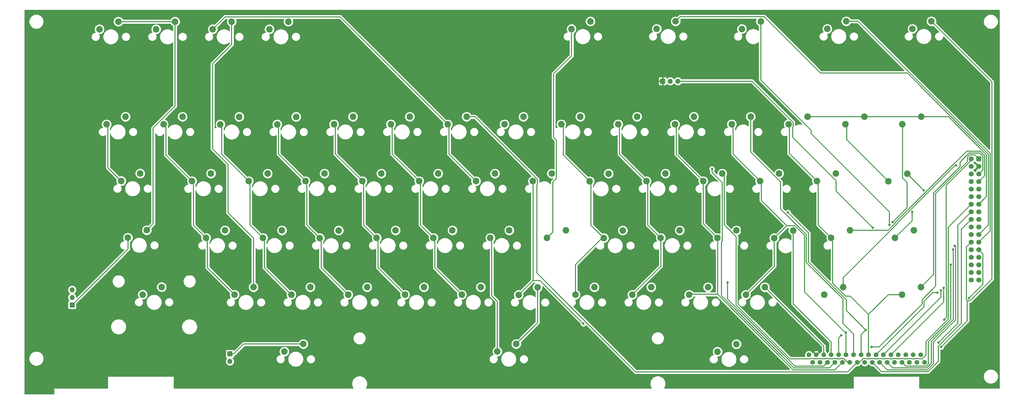
<source format=gbl>
%TF.GenerationSoftware,KiCad,Pcbnew,5.1.9+dfsg1-1~bpo10+1*%
%TF.CreationDate,2021-02-07T01:50:26+01:00*%
%TF.ProjectId,A130XE_KB_MX,41313330-5845-45f4-9b42-5f4d582e6b69,2.0*%
%TF.SameCoordinates,Original*%
%TF.FileFunction,Copper,L2,Bot*%
%TF.FilePolarity,Positive*%
%FSLAX46Y46*%
G04 Gerber Fmt 4.6, Leading zero omitted, Abs format (unit mm)*
G04 Created by KiCad (PCBNEW 5.1.9+dfsg1-1~bpo10+1) date 2021-02-07 01:50:26*
%MOMM*%
%LPD*%
G01*
G04 APERTURE LIST*
%TA.AperFunction,ComponentPad*%
%ADD10C,2.200000*%
%TD*%
%TA.AperFunction,ComponentPad*%
%ADD11R,1.700000X1.700000*%
%TD*%
%TA.AperFunction,ComponentPad*%
%ADD12O,1.700000X1.700000*%
%TD*%
%TA.AperFunction,ComponentPad*%
%ADD13C,1.600000*%
%TD*%
%TA.AperFunction,ComponentPad*%
%ADD14C,1.700000*%
%TD*%
%TA.AperFunction,ViaPad*%
%ADD15C,0.800000*%
%TD*%
%TA.AperFunction,Conductor*%
%ADD16C,0.300000*%
%TD*%
%TA.AperFunction,Conductor*%
%ADD17C,0.254000*%
%TD*%
%TA.AperFunction,Conductor*%
%ADD18C,0.100000*%
%TD*%
G04 APERTURE END LIST*
D10*
X111150000Y-92540000D03*
X117500000Y-90000000D03*
X342250000Y-181540000D03*
X348600000Y-179000000D03*
X348650000Y-121900000D03*
X342300000Y-124440000D03*
X323250000Y-124440000D03*
X329600000Y-121900000D03*
X310550000Y-121900000D03*
X304200000Y-124440000D03*
X285150000Y-124440000D03*
X291500000Y-121900000D03*
X272450000Y-121900000D03*
X266100000Y-124440000D03*
X247050000Y-124440000D03*
X253400000Y-121900000D03*
X234350000Y-121900000D03*
X228000000Y-124440000D03*
X208950000Y-124440000D03*
X215300000Y-121900000D03*
X98500000Y-90000000D03*
X92150000Y-92540000D03*
X277200000Y-179050000D03*
X270850000Y-181590000D03*
X75550000Y-124440000D03*
X81900000Y-121900000D03*
X286750000Y-160000000D03*
X280400000Y-162540000D03*
X123200000Y-143490000D03*
X129550000Y-140950000D03*
X134350000Y-160000000D03*
X128000000Y-162540000D03*
X137500000Y-181590000D03*
X143850000Y-179050000D03*
X305750000Y-160050000D03*
X299400000Y-162590000D03*
X94650000Y-124440000D03*
X101000000Y-121900000D03*
X320050000Y-140950000D03*
X313700000Y-143490000D03*
X104200000Y-143490000D03*
X110550000Y-140950000D03*
X115250000Y-160000000D03*
X108900000Y-162540000D03*
X289900000Y-181590000D03*
X296250000Y-179050000D03*
X301000000Y-140950000D03*
X294650000Y-143490000D03*
X118450000Y-181590000D03*
X124800000Y-179050000D03*
X324850000Y-160000000D03*
X318500000Y-162540000D03*
X130150000Y-92540000D03*
X136500000Y-90000000D03*
X262900000Y-140950000D03*
X256550000Y-143490000D03*
X166100000Y-162540000D03*
X172450000Y-160000000D03*
X239100000Y-179050000D03*
X232750000Y-181590000D03*
X175600000Y-181590000D03*
X181950000Y-179050000D03*
X267700000Y-160000000D03*
X261350000Y-162540000D03*
X132750000Y-124460000D03*
X139100000Y-121920000D03*
X281950000Y-140950000D03*
X275600000Y-143490000D03*
X142250000Y-143490000D03*
X148600000Y-140950000D03*
X153390000Y-160020000D03*
X147040000Y-162560000D03*
X251800000Y-181590000D03*
X258150000Y-179050000D03*
X162900000Y-179050000D03*
X156550000Y-181590000D03*
X113690000Y-124460000D03*
X120040000Y-121920000D03*
X167650000Y-140950000D03*
X161300000Y-143490000D03*
X151800000Y-124440000D03*
X158150000Y-121900000D03*
X248620000Y-160020000D03*
X242270000Y-162560000D03*
X194650000Y-181590000D03*
X201000000Y-179050000D03*
X191500000Y-160000000D03*
X185150000Y-162540000D03*
X180350000Y-143490000D03*
X186700000Y-140950000D03*
X243870000Y-140970000D03*
X237520000Y-143510000D03*
X170850000Y-124440000D03*
X177200000Y-121900000D03*
X229600000Y-160000000D03*
X223250000Y-162540000D03*
X213700000Y-181640000D03*
X220050000Y-179100000D03*
X210550000Y-160000000D03*
X204200000Y-162540000D03*
X199400000Y-143490000D03*
X205750000Y-140950000D03*
X224800000Y-140950000D03*
X218450000Y-143490000D03*
X73150000Y-92540000D03*
X79500000Y-90000000D03*
X196250000Y-121900000D03*
X189900000Y-124440000D03*
X135150000Y-200640000D03*
X141500000Y-198100000D03*
X346250000Y-160000000D03*
X339900000Y-162540000D03*
X317190000Y-92430000D03*
X323540000Y-89890000D03*
X237750000Y-89920000D03*
X231400000Y-92460000D03*
X259990000Y-92430000D03*
X266340000Y-89890000D03*
X352090000Y-89890000D03*
X345740000Y-92430000D03*
X294890000Y-89920000D03*
X288540000Y-92460000D03*
X80440000Y-143460000D03*
X86790000Y-140920000D03*
X344000000Y-141000000D03*
X337650000Y-143540000D03*
X316150000Y-181540000D03*
X322500000Y-179000000D03*
X89040000Y-159920000D03*
X82690000Y-162460000D03*
X94000000Y-179000000D03*
X87650000Y-181540000D03*
X212900000Y-198100000D03*
X206550000Y-200640000D03*
D11*
X116900000Y-201400000D03*
D12*
X116900000Y-203940000D03*
D10*
X286715000Y-198145000D03*
X280365000Y-200685000D03*
D11*
X64000000Y-185000000D03*
D12*
X64000000Y-182460000D03*
X64000000Y-179920000D03*
X267080000Y-110000000D03*
X264540000Y-110000000D03*
D11*
X262000000Y-110000000D03*
D13*
X311000000Y-201750000D03*
X312250000Y-204250000D03*
X313500000Y-201750000D03*
X314750000Y-204250000D03*
X316000000Y-201750000D03*
X317250000Y-204250000D03*
X318500000Y-201750000D03*
X319750000Y-204250000D03*
X321000000Y-201750000D03*
X322250000Y-204250000D03*
X323500000Y-201750000D03*
X324750000Y-204250000D03*
X326000000Y-201750000D03*
X327250000Y-204250000D03*
X328500000Y-201750000D03*
X329750000Y-204250000D03*
X331000000Y-201750000D03*
X332250000Y-204250000D03*
X333500000Y-201750000D03*
X334750000Y-204250000D03*
X336000000Y-201750000D03*
X337250000Y-204250000D03*
X338500000Y-201750000D03*
X339750000Y-204250000D03*
X341000000Y-201750000D03*
X342250000Y-204250000D03*
X343500000Y-201750000D03*
X344750000Y-204250000D03*
X346000000Y-201750000D03*
X347250000Y-204250000D03*
X348500000Y-201750000D03*
X349750000Y-204250000D03*
%TA.AperFunction,ComponentPad*%
G36*
G01*
X368850000Y-135400000D02*
X368850000Y-136600000D01*
G75*
G02*
X368600000Y-136850000I-250000J0D01*
G01*
X367400000Y-136850000D01*
G75*
G02*
X367150000Y-136600000I0J250000D01*
G01*
X367150000Y-135400000D01*
G75*
G02*
X367400000Y-135150000I250000J0D01*
G01*
X368600000Y-135150000D01*
G75*
G02*
X368850000Y-135400000I0J-250000D01*
G01*
G37*
%TD.AperFunction*%
D14*
X368000000Y-138540000D03*
X368000000Y-141080000D03*
X368000000Y-143620000D03*
X368000000Y-146160000D03*
X368000000Y-148700000D03*
X368000000Y-151240000D03*
X368000000Y-153780000D03*
X368000000Y-156320000D03*
X368000000Y-158860000D03*
X368000000Y-161400000D03*
X368000000Y-163940000D03*
X368000000Y-166480000D03*
X368000000Y-169020000D03*
X368000000Y-171560000D03*
X368000000Y-174100000D03*
X368000000Y-176640000D03*
X365460000Y-136000000D03*
X365460000Y-138540000D03*
X365460000Y-141080000D03*
X365460000Y-143620000D03*
X365460000Y-146160000D03*
X365460000Y-148700000D03*
X365460000Y-151240000D03*
X365460000Y-153780000D03*
X365460000Y-156320000D03*
X365460000Y-158860000D03*
X365460000Y-161400000D03*
X365460000Y-163940000D03*
X365460000Y-166480000D03*
X365460000Y-169020000D03*
X365460000Y-171560000D03*
X365460000Y-174100000D03*
X365460000Y-176640000D03*
D15*
X292526400Y-189688600D03*
X331999500Y-199130100D03*
X283738200Y-177497600D03*
X360362600Y-138245800D03*
X278549300Y-139399600D03*
X321872700Y-195203200D03*
X323500000Y-194241400D03*
X349567900Y-146567900D03*
X303986400Y-153979100D03*
X330057200Y-193391000D03*
X354404200Y-197680000D03*
X345661300Y-153780000D03*
X235407800Y-191342700D03*
X354091800Y-180912400D03*
X359957900Y-165191600D03*
X339131000Y-157233100D03*
X355321600Y-180127100D03*
X337988700Y-158181700D03*
X359318400Y-166402500D03*
X356266000Y-179252700D03*
X355396700Y-199110200D03*
X364721000Y-182747400D03*
X332449000Y-159121300D03*
X358556900Y-171515600D03*
X356416300Y-189942800D03*
D16*
X292526400Y-189688600D02*
X292319400Y-189688600D01*
X292319400Y-189688600D02*
X287321200Y-184690400D01*
X287321200Y-184690400D02*
X287321200Y-165185900D01*
X287321200Y-165185900D02*
X288306900Y-164200200D01*
X288306900Y-164200200D02*
X288306900Y-142795900D01*
X288306900Y-142795900D02*
X273263200Y-127752200D01*
X273263200Y-127752200D02*
X273263200Y-124930200D01*
X273263200Y-124930200D02*
X262000000Y-113667000D01*
X262000000Y-113667000D02*
X262000000Y-110000000D01*
X313500000Y-201750000D02*
X301438600Y-189688600D01*
X301438600Y-189688600D02*
X292526400Y-189688600D01*
X331999500Y-199130100D02*
X334537000Y-199130100D01*
X334537000Y-199130100D02*
X348989700Y-184677400D01*
X348989700Y-184677400D02*
X348989700Y-183277200D01*
X348989700Y-183277200D02*
X353540600Y-178726300D01*
X353540600Y-178726300D02*
X353540600Y-147594800D01*
X353540600Y-147594800D02*
X364159600Y-136975800D01*
X364159600Y-136975800D02*
X364159600Y-135456300D01*
X364159600Y-135456300D02*
X364960000Y-134655900D01*
X364960000Y-134655900D02*
X366655900Y-134655900D01*
X366655900Y-134655900D02*
X368000000Y-136000000D01*
X223250000Y-162540000D02*
X225162600Y-160627400D01*
X225162600Y-160627400D02*
X225162600Y-143782500D01*
X225162600Y-143782500D02*
X226354800Y-142590300D01*
X226354800Y-142590300D02*
X226354800Y-129749300D01*
X226354800Y-129749300D02*
X225426300Y-128820800D01*
X225426300Y-128820800D02*
X225426300Y-107481700D01*
X225426300Y-107481700D02*
X231457100Y-101450900D01*
X231457100Y-101450900D02*
X231457100Y-92517100D01*
X231457100Y-92517100D02*
X231400000Y-92460000D01*
X206550000Y-200640000D02*
X206550000Y-183820000D01*
X206550000Y-183820000D02*
X204656900Y-181926900D01*
X204656900Y-181926900D02*
X204656900Y-162996900D01*
X204656900Y-162996900D02*
X204200000Y-162540000D01*
X348600000Y-179000000D02*
X352842200Y-174757800D01*
X352842200Y-174757800D02*
X352842200Y-147444300D01*
X352842200Y-147444300D02*
X361688500Y-138598000D01*
X361688500Y-138598000D02*
X361688500Y-137078300D01*
X361688500Y-137078300D02*
X364711300Y-134055500D01*
X364711300Y-134055500D02*
X368252000Y-134055500D01*
X368252000Y-134055500D02*
X369319500Y-135123000D01*
X369319500Y-135123000D02*
X369319500Y-139760500D01*
X369319500Y-139760500D02*
X368000000Y-141080000D01*
X296250000Y-179050000D02*
X316000000Y-198800000D01*
X316000000Y-198800000D02*
X316000000Y-201750000D01*
X212900000Y-198100000D02*
X220050000Y-190950000D01*
X220050000Y-190950000D02*
X220050000Y-179100000D01*
X317250000Y-204250000D02*
X315943400Y-205556600D01*
X315943400Y-205556600D02*
X306320100Y-205556600D01*
X306320100Y-205556600D02*
X283738200Y-182974700D01*
X283738200Y-182974700D02*
X283738200Y-177497600D01*
X322500000Y-179000000D02*
X322500000Y-175915500D01*
X322500000Y-175915500D02*
X340581600Y-157833900D01*
X340581600Y-157833900D02*
X340581600Y-157656800D01*
X340581600Y-157656800D02*
X359992600Y-138245800D01*
X359992600Y-138245800D02*
X360362600Y-138245800D01*
X124800000Y-179050000D02*
X124800000Y-162620000D01*
X124800000Y-162620000D02*
X116274900Y-154094900D01*
X116274900Y-154094900D02*
X116274900Y-137875800D01*
X116274900Y-137875800D02*
X111092200Y-132693100D01*
X111092200Y-132693100D02*
X111092200Y-104103600D01*
X111092200Y-104103600D02*
X117500000Y-97695800D01*
X117500000Y-97695800D02*
X117500000Y-90000000D01*
X305750000Y-160050000D02*
X305750000Y-184623200D01*
X305750000Y-184623200D02*
X318500000Y-197373200D01*
X318500000Y-197373200D02*
X318500000Y-201750000D01*
X324850000Y-160000000D02*
X337566600Y-160000000D01*
X337566600Y-160000000D02*
X339981300Y-157585300D01*
X339981300Y-157585300D02*
X339981300Y-157391600D01*
X339981300Y-157391600D02*
X363927800Y-133445100D01*
X363927800Y-133445100D02*
X368490700Y-133445100D01*
X368490700Y-133445100D02*
X369940900Y-134895300D01*
X369940900Y-134895300D02*
X369940900Y-141679100D01*
X369940900Y-141679100D02*
X368000000Y-143620000D01*
X98500000Y-90000000D02*
X79500000Y-90000000D01*
X89040000Y-159920000D02*
X91174300Y-157785700D01*
X91174300Y-157785700D02*
X91174300Y-125671200D01*
X91174300Y-125671200D02*
X98500000Y-118345500D01*
X98500000Y-118345500D02*
X98500000Y-90000000D01*
X319750000Y-204250000D02*
X317843000Y-206157000D01*
X317843000Y-206157000D02*
X306030200Y-206157000D01*
X306030200Y-206157000D02*
X281754300Y-181881100D01*
X281754300Y-181881100D02*
X281754300Y-163875000D01*
X281754300Y-163875000D02*
X281961700Y-163667600D01*
X281961700Y-163667600D02*
X281961700Y-143981400D01*
X281961700Y-143981400D02*
X278549400Y-140569100D01*
X278549400Y-140569100D02*
X278549400Y-139399600D01*
X278549400Y-139399600D02*
X278549300Y-139399600D01*
X228000000Y-124440000D02*
X228725200Y-125165200D01*
X228725200Y-125165200D02*
X228725200Y-134715200D01*
X228725200Y-134715200D02*
X237520000Y-143510000D01*
X241977200Y-162267200D02*
X242270000Y-162560000D01*
X237520000Y-143510000D02*
X237976800Y-143966800D01*
X237976800Y-143966800D02*
X237976800Y-158266800D01*
X237976800Y-158266800D02*
X241977200Y-162267200D01*
X241977200Y-162267200D02*
X232750000Y-171494400D01*
X232750000Y-171494400D02*
X232750000Y-181590000D01*
X194650000Y-181590000D02*
X185606900Y-172546900D01*
X185606900Y-172546900D02*
X185606900Y-162996900D01*
X185606900Y-162996900D02*
X185150000Y-162540000D01*
X185150000Y-162540000D02*
X180806900Y-158196900D01*
X180806900Y-158196900D02*
X180806900Y-143946900D01*
X180806900Y-143946900D02*
X180350000Y-143490000D01*
X170850000Y-124440000D02*
X171306800Y-124896800D01*
X171306800Y-124896800D02*
X171306800Y-134446800D01*
X171306800Y-134446800D02*
X180350000Y-143490000D01*
X321872700Y-195203200D02*
X321000000Y-196075900D01*
X321000000Y-196075900D02*
X321000000Y-201750000D01*
X251800000Y-181590000D02*
X261407100Y-171982900D01*
X261407100Y-171982900D02*
X261407100Y-162597100D01*
X261407100Y-162597100D02*
X261350000Y-162540000D01*
X247050000Y-124440000D02*
X247506800Y-124896800D01*
X247506800Y-124896800D02*
X247506800Y-134446800D01*
X247506800Y-134446800D02*
X256550000Y-143490000D01*
X175600000Y-181590000D02*
X166556900Y-172546900D01*
X166556900Y-172546900D02*
X166556900Y-162996900D01*
X166556900Y-162996900D02*
X166100000Y-162540000D01*
X151800000Y-124440000D02*
X152256800Y-124896800D01*
X152256800Y-124896800D02*
X152256800Y-134446800D01*
X152256800Y-134446800D02*
X161300000Y-143490000D01*
X261350000Y-162540000D02*
X257006900Y-158196900D01*
X257006900Y-158196900D02*
X257006900Y-143946900D01*
X257006900Y-143946900D02*
X256550000Y-143490000D01*
X161300000Y-143490000D02*
X161756800Y-143946800D01*
X161756800Y-143946800D02*
X161756800Y-158196800D01*
X161756800Y-158196800D02*
X166100000Y-162540000D01*
X280457100Y-181432800D02*
X305781600Y-206757300D01*
X305781600Y-206757300D02*
X319742700Y-206757300D01*
X319742700Y-206757300D02*
X322250000Y-204250000D01*
X280400000Y-162540000D02*
X280457100Y-162597100D01*
X280457100Y-162597100D02*
X280457100Y-181432800D01*
X280457100Y-181432800D02*
X271007200Y-181432800D01*
X271007200Y-181432800D02*
X270850000Y-181590000D01*
X275600000Y-143490000D02*
X266556900Y-134446900D01*
X266556900Y-134446900D02*
X266556900Y-124896900D01*
X266556900Y-124896900D02*
X266100000Y-124440000D01*
X275600000Y-143490000D02*
X275632600Y-143522600D01*
X275632600Y-143522600D02*
X275632600Y-157772600D01*
X275632600Y-157772600D02*
X280400000Y-162540000D01*
X132750000Y-124460000D02*
X133206800Y-124916800D01*
X133206800Y-124916800D02*
X133206800Y-134446800D01*
X133206800Y-134446800D02*
X142250000Y-143490000D01*
X142250000Y-143490000D02*
X142706800Y-143946800D01*
X142706800Y-143946800D02*
X142706800Y-158226800D01*
X142706800Y-158226800D02*
X147040000Y-162560000D01*
X156550000Y-181590000D02*
X147496900Y-172536900D01*
X147496900Y-172536900D02*
X147496900Y-163016900D01*
X147496900Y-163016900D02*
X147040000Y-162560000D01*
X323500000Y-194241400D02*
X323191300Y-194241400D01*
X323191300Y-194241400D02*
X309590400Y-180640500D01*
X309590400Y-180640500D02*
X309590400Y-161697600D01*
X309590400Y-161697600D02*
X306370200Y-158477400D01*
X306370200Y-158477400D02*
X303607000Y-158477400D01*
X303607000Y-158477400D02*
X295106900Y-149977300D01*
X295106900Y-149977300D02*
X295106900Y-143946900D01*
X295106900Y-143946900D02*
X294650000Y-143490000D01*
X303607000Y-158477400D02*
X299447200Y-162637200D01*
X299447200Y-162637200D02*
X299400000Y-162590000D01*
X289900000Y-181590000D02*
X299447200Y-172042800D01*
X299447200Y-172042800D02*
X299447200Y-162637200D01*
X323500000Y-201750000D02*
X323500000Y-194241400D01*
X285150000Y-124440000D02*
X285606800Y-124896800D01*
X285606800Y-124896800D02*
X285606800Y-134446800D01*
X285606800Y-134446800D02*
X294650000Y-143490000D01*
X137500000Y-181590000D02*
X128456900Y-172546900D01*
X128456900Y-172546900D02*
X128456900Y-162996900D01*
X128456900Y-162996900D02*
X128000000Y-162540000D01*
X113690000Y-124460000D02*
X114146800Y-124916800D01*
X114146800Y-124916800D02*
X114146800Y-134436800D01*
X114146800Y-134436800D02*
X123200000Y-143490000D01*
X128000000Y-162540000D02*
X123656900Y-158196900D01*
X123656900Y-158196900D02*
X123656900Y-143946900D01*
X123656900Y-143946900D02*
X123200000Y-143490000D01*
X344000000Y-141000000D02*
X349567900Y-146567900D01*
X281950000Y-140950000D02*
X282631200Y-141631200D01*
X282631200Y-141631200D02*
X282631200Y-158098200D01*
X282631200Y-158098200D02*
X286668400Y-162135400D01*
X286668400Y-162135400D02*
X286668400Y-185055800D01*
X286668400Y-185055800D02*
X304679000Y-203066400D01*
X304679000Y-203066400D02*
X311452000Y-203066400D01*
X311452000Y-203066400D02*
X311551600Y-202966800D01*
X311551600Y-202966800D02*
X312735200Y-202966800D01*
X312735200Y-202966800D02*
X312818200Y-203049800D01*
X312818200Y-203049800D02*
X313968600Y-203049800D01*
X313968600Y-203049800D02*
X314059900Y-202958500D01*
X314059900Y-202958500D02*
X315226900Y-202958500D01*
X315226900Y-202958500D02*
X315314000Y-203045600D01*
X315314000Y-203045600D02*
X316472800Y-203045600D01*
X316472800Y-203045600D02*
X316562000Y-202956400D01*
X316562000Y-202956400D02*
X317724800Y-202956400D01*
X317724800Y-202956400D02*
X317813000Y-203044600D01*
X317813000Y-203044600D02*
X318973800Y-203044600D01*
X318973800Y-203044600D02*
X319062500Y-202955900D01*
X319062500Y-202955900D02*
X320224300Y-202955900D01*
X320224300Y-202955900D02*
X320312700Y-203044300D01*
X320312700Y-203044300D02*
X321474100Y-203044300D01*
X321474100Y-203044300D02*
X321562700Y-202955700D01*
X321562700Y-202955700D02*
X322724100Y-202955700D01*
X322724100Y-202955700D02*
X324018400Y-204250000D01*
X324018400Y-204250000D02*
X324750000Y-204250000D01*
X291500000Y-121900000D02*
X291500000Y-133690400D01*
X291500000Y-133690400D02*
X301565100Y-143755500D01*
X301565100Y-143755500D02*
X301565100Y-152823300D01*
X301565100Y-152823300D02*
X310190700Y-161448900D01*
X310190700Y-161448900D02*
X310190700Y-170802200D01*
X310190700Y-170802200D02*
X322424700Y-183036200D01*
X322424700Y-183036200D02*
X322424700Y-191201900D01*
X322424700Y-191201900D02*
X326000000Y-194777200D01*
X326000000Y-194777200D02*
X326000000Y-201750000D01*
X368000000Y-151240000D02*
X370570500Y-148669500D01*
X370570500Y-148669500D02*
X370570500Y-134674500D01*
X370570500Y-134674500D02*
X357796000Y-121900000D01*
X357796000Y-121900000D02*
X348650000Y-121900000D01*
X348650000Y-121900000D02*
X329600000Y-121900000D01*
X329600000Y-121900000D02*
X310550000Y-121900000D01*
X365460000Y-151240000D02*
X357706600Y-158993400D01*
X357706600Y-158993400D02*
X357706600Y-178233800D01*
X357706600Y-178233800D02*
X357769500Y-178296700D01*
X357769500Y-178296700D02*
X357769500Y-189792100D01*
X357769500Y-189792100D02*
X350325600Y-197236000D01*
X350325600Y-197236000D02*
X350325600Y-201783000D01*
X350325600Y-201783000D02*
X349042200Y-203066400D01*
X349042200Y-203066400D02*
X348048100Y-203066400D01*
X348048100Y-203066400D02*
X347948500Y-202966800D01*
X347948500Y-202966800D02*
X346764900Y-202966800D01*
X346764900Y-202966800D02*
X346681900Y-203049800D01*
X346681900Y-203049800D02*
X345531500Y-203049800D01*
X345531500Y-203049800D02*
X345440200Y-202958500D01*
X345440200Y-202958500D02*
X344273200Y-202958500D01*
X344273200Y-202958500D02*
X344186100Y-203045600D01*
X344186100Y-203045600D02*
X343027300Y-203045600D01*
X343027300Y-203045600D02*
X342938100Y-202956400D01*
X342938100Y-202956400D02*
X341775300Y-202956400D01*
X341775300Y-202956400D02*
X341687100Y-203044600D01*
X341687100Y-203044600D02*
X340526300Y-203044600D01*
X340526300Y-203044600D02*
X340437600Y-202955900D01*
X340437600Y-202955900D02*
X339275800Y-202955900D01*
X339275800Y-202955900D02*
X339187400Y-203044300D01*
X339187400Y-203044300D02*
X338026000Y-203044300D01*
X338026000Y-203044300D02*
X337937400Y-202955700D01*
X337937400Y-202955700D02*
X336776000Y-202955700D01*
X336776000Y-202955700D02*
X336687500Y-203044200D01*
X336687500Y-203044200D02*
X335525900Y-203044200D01*
X335525900Y-203044200D02*
X335437400Y-202955700D01*
X335437400Y-202955700D02*
X334276000Y-202955700D01*
X334276000Y-202955700D02*
X334187500Y-203044200D01*
X334187500Y-203044200D02*
X333025900Y-203044200D01*
X333025900Y-203044200D02*
X332937400Y-202955700D01*
X332937400Y-202955700D02*
X331776000Y-202955700D01*
X331776000Y-202955700D02*
X331687500Y-203044200D01*
X331687500Y-203044200D02*
X330525900Y-203044200D01*
X330525900Y-203044200D02*
X330437400Y-202955700D01*
X330437400Y-202955700D02*
X329198700Y-202955700D01*
X329198700Y-202955700D02*
X327904400Y-204250000D01*
X327904400Y-204250000D02*
X327250000Y-204250000D01*
X196250000Y-121900000D02*
X199073000Y-121900000D01*
X199073000Y-121900000D02*
X220010600Y-142837600D01*
X220010600Y-142837600D02*
X220010600Y-144618700D01*
X220010600Y-144618700D02*
X219799700Y-144829600D01*
X219799700Y-144829600D02*
X219799700Y-174300400D01*
X219799700Y-174300400D02*
X252935800Y-207436500D01*
X252935800Y-207436500D02*
X324063500Y-207436500D01*
X324063500Y-207436500D02*
X327250000Y-204250000D01*
X330057200Y-193391000D02*
X323594700Y-186928500D01*
X323594700Y-186928500D02*
X323594700Y-183357100D01*
X323594700Y-183357100D02*
X310900100Y-170662500D01*
X310900100Y-170662500D02*
X310900100Y-160892800D01*
X310900100Y-160892800D02*
X303986400Y-153979100D01*
X330057200Y-193391000D02*
X328500000Y-194948200D01*
X328500000Y-194948200D02*
X328500000Y-201750000D01*
X365460000Y-153780000D02*
X360931300Y-158308700D01*
X360931300Y-158308700D02*
X360931300Y-191152900D01*
X360931300Y-191152900D02*
X354404200Y-197680000D01*
X80440000Y-143460000D02*
X76006900Y-139026900D01*
X76006900Y-139026900D02*
X76006900Y-124896900D01*
X76006900Y-124896900D02*
X75550000Y-124440000D01*
X337650000Y-143540000D02*
X323706900Y-129596900D01*
X323706900Y-129596900D02*
X323706900Y-124896900D01*
X323706900Y-124896900D02*
X323250000Y-124440000D01*
X339900000Y-162540000D02*
X345661300Y-156778700D01*
X345661300Y-156778700D02*
X345661300Y-153780000D01*
X331000000Y-188200900D02*
X324888800Y-182089700D01*
X324888800Y-182089700D02*
X323390400Y-182089700D01*
X323390400Y-182089700D02*
X318956900Y-177656200D01*
X318956900Y-177656200D02*
X318956900Y-162996900D01*
X318956900Y-162996900D02*
X318500000Y-162540000D01*
X331000000Y-201750000D02*
X331000000Y-188200900D01*
X342250000Y-181540000D02*
X337660900Y-181540000D01*
X337660900Y-181540000D02*
X331000000Y-188200900D01*
X108900000Y-162540000D02*
X109356800Y-162996800D01*
X109356800Y-162996800D02*
X109356800Y-172496800D01*
X109356800Y-172496800D02*
X118450000Y-181590000D01*
X104200000Y-143490000D02*
X104656900Y-143946900D01*
X104656900Y-143946900D02*
X104656900Y-158296900D01*
X104656900Y-158296900D02*
X108900000Y-162540000D01*
X94650000Y-124440000D02*
X95437600Y-125227600D01*
X95437600Y-125227600D02*
X95437600Y-134727600D01*
X95437600Y-134727600D02*
X104200000Y-143490000D01*
X318500000Y-162540000D02*
X314156900Y-158196900D01*
X314156900Y-158196900D02*
X314156900Y-143946900D01*
X314156900Y-143946900D02*
X313700000Y-143490000D01*
X304200000Y-124440000D02*
X304457300Y-124697300D01*
X304457300Y-124697300D02*
X304457300Y-134247300D01*
X304457300Y-134247300D02*
X313700000Y-143490000D01*
X332250000Y-204250000D02*
X335395800Y-207395800D01*
X335395800Y-207395800D02*
X350979100Y-207395800D01*
X350979100Y-207395800D02*
X354454300Y-203920600D01*
X354454300Y-203920600D02*
X354454300Y-198850200D01*
X354454300Y-198850200D02*
X362179500Y-191125000D01*
X362179500Y-191125000D02*
X362179500Y-159600500D01*
X362179500Y-159600500D02*
X365460000Y-156320000D01*
X218525300Y-176814700D02*
X213700000Y-181640000D01*
X218450000Y-143490000D02*
X218525300Y-143565300D01*
X218525300Y-143565300D02*
X218525300Y-176814700D01*
X235407800Y-191342700D02*
X220879800Y-176814700D01*
X220879800Y-176814700D02*
X218525300Y-176814700D01*
X111150000Y-92540000D02*
X115246400Y-88443600D01*
X115246400Y-88443600D02*
X153903600Y-88443600D01*
X153903600Y-88443600D02*
X189900000Y-124440000D01*
X199400000Y-143490000D02*
X190356900Y-134446900D01*
X190356900Y-134446900D02*
X190356900Y-124896900D01*
X190356900Y-124896900D02*
X189900000Y-124440000D01*
X354091800Y-180912400D02*
X352467800Y-180912400D01*
X352467800Y-180912400D02*
X349644500Y-183735700D01*
X349644500Y-183735700D02*
X349644500Y-185605500D01*
X349644500Y-185605500D02*
X333500000Y-201750000D01*
X359957900Y-165191600D02*
X360237600Y-165471300D01*
X360237600Y-165471300D02*
X360237600Y-190019900D01*
X360237600Y-190019900D02*
X352746100Y-197511400D01*
X352746100Y-197511400D02*
X352746100Y-204779900D01*
X352746100Y-204779900D02*
X350730500Y-206795500D01*
X350730500Y-206795500D02*
X337295500Y-206795500D01*
X337295500Y-206795500D02*
X334750000Y-204250000D01*
X339131000Y-157233100D02*
X343927500Y-152436600D01*
X343927500Y-152436600D02*
X343927500Y-143964300D01*
X343927500Y-143964300D02*
X342437100Y-142473900D01*
X342437100Y-142473900D02*
X342437100Y-124577100D01*
X342437100Y-124577100D02*
X342300000Y-124440000D01*
X82690000Y-162460000D02*
X82747100Y-162517100D01*
X82747100Y-162517100D02*
X82747100Y-166252900D01*
X82747100Y-166252900D02*
X64000000Y-185000000D01*
X368000000Y-161400000D02*
X371196500Y-158203500D01*
X371196500Y-158203500D02*
X371196500Y-134451400D01*
X371196500Y-134451400D02*
X343992500Y-107247400D01*
X343992500Y-107247400D02*
X314916900Y-107247400D01*
X314916900Y-107247400D02*
X296004800Y-88335300D01*
X296004800Y-88335300D02*
X267894700Y-88335300D01*
X267894700Y-88335300D02*
X266340000Y-89890000D01*
X336000000Y-201750000D02*
X355321500Y-182428500D01*
X355321500Y-182428500D02*
X355321500Y-180127100D01*
X355321500Y-180127100D02*
X355321600Y-180127100D01*
X359318400Y-166402500D02*
X359407300Y-166491400D01*
X359407300Y-166491400D02*
X359407300Y-189874900D01*
X359407300Y-189874900D02*
X352084000Y-197198200D01*
X352084000Y-197198200D02*
X352084000Y-204577300D01*
X352084000Y-204577300D02*
X350501700Y-206159600D01*
X350501700Y-206159600D02*
X339159600Y-206159600D01*
X339159600Y-206159600D02*
X337250000Y-204250000D01*
X337988700Y-158181700D02*
X337988700Y-153761700D01*
X337988700Y-153761700D02*
X311789600Y-127562600D01*
X311789600Y-127562600D02*
X311789600Y-126463800D01*
X311789600Y-126463800D02*
X294890000Y-109564200D01*
X294890000Y-109564200D02*
X294890000Y-89920000D01*
X368000000Y-163940000D02*
X371796900Y-160143100D01*
X371796900Y-160143100D02*
X371796900Y-134191500D01*
X371796900Y-134191500D02*
X327495400Y-89890000D01*
X327495400Y-89890000D02*
X323540000Y-89890000D01*
X356266000Y-179252700D02*
X356266000Y-183984000D01*
X356266000Y-183984000D02*
X338500000Y-201750000D01*
X365460000Y-163940000D02*
X363870700Y-165529300D01*
X363870700Y-165529300D02*
X363870700Y-183352700D01*
X363870700Y-183352700D02*
X364120000Y-183602000D01*
X364120000Y-183602000D02*
X365133300Y-183602000D01*
X365133300Y-183602000D02*
X372403200Y-176332100D01*
X372403200Y-176332100D02*
X372403200Y-110203200D01*
X372403200Y-110203200D02*
X352090000Y-89890000D01*
X355396700Y-199110200D02*
X364120000Y-190386900D01*
X364120000Y-190386900D02*
X364120000Y-183602000D01*
X116900000Y-201400000D02*
X118200300Y-201400000D01*
X118200300Y-201400000D02*
X121500300Y-198100000D01*
X121500300Y-198100000D02*
X141500000Y-198100000D01*
X368000000Y-166480000D02*
X369337000Y-167817000D01*
X369337000Y-167817000D02*
X369337000Y-178131400D01*
X369337000Y-178131400D02*
X364721000Y-182747400D01*
X358556900Y-171515600D02*
X358556900Y-189866200D01*
X358556900Y-189866200D02*
X351076400Y-197346700D01*
X351076400Y-197346700D02*
X351076400Y-204735800D01*
X351076400Y-204735800D02*
X350304500Y-205507700D01*
X350304500Y-205507700D02*
X343507700Y-205507700D01*
X343507700Y-205507700D02*
X342250000Y-204250000D01*
X267080000Y-110000000D02*
X291985200Y-110000000D01*
X291985200Y-110000000D02*
X305769700Y-123784500D01*
X305769700Y-123784500D02*
X305769700Y-125063400D01*
X305769700Y-125063400D02*
X305559600Y-125273500D01*
X305559600Y-125273500D02*
X305559600Y-128829800D01*
X305559600Y-128829800D02*
X320139600Y-143409800D01*
X320139600Y-143409800D02*
X320139600Y-146811900D01*
X320139600Y-146811900D02*
X332449000Y-159121300D01*
X365460000Y-136000000D02*
X365460000Y-136524300D01*
X365460000Y-136524300D02*
X357106300Y-144878000D01*
X357106300Y-144878000D02*
X357106300Y-178482400D01*
X357106300Y-178482400D02*
X357169200Y-178545300D01*
X357169200Y-178545300D02*
X357169200Y-189189900D01*
X357169200Y-189189900D02*
X356416300Y-189942800D01*
D17*
X374873000Y-212873000D02*
X348127000Y-212873000D01*
X348127000Y-209000000D01*
X348124560Y-208975224D01*
X348117333Y-208951399D01*
X348105597Y-208929443D01*
X348089803Y-208910197D01*
X348070557Y-208894403D01*
X348048601Y-208882667D01*
X348024776Y-208875440D01*
X348000000Y-208873000D01*
X326000000Y-208873000D01*
X325975224Y-208875440D01*
X325951399Y-208882667D01*
X325929443Y-208894403D01*
X325910197Y-208910197D01*
X325894403Y-208929443D01*
X325882667Y-208951399D01*
X325875440Y-208975224D01*
X325873000Y-209000000D01*
X325873000Y-212873000D01*
X262558224Y-212873000D01*
X262695107Y-212668141D01*
X262893739Y-212188601D01*
X262995000Y-211679525D01*
X262995000Y-211160475D01*
X262893739Y-210651399D01*
X262695107Y-210171859D01*
X262406738Y-209740285D01*
X262039715Y-209373262D01*
X261608141Y-209084893D01*
X261128601Y-208886261D01*
X260619525Y-208785000D01*
X260100475Y-208785000D01*
X259591399Y-208886261D01*
X259111859Y-209084893D01*
X258680285Y-209373262D01*
X258313262Y-209740285D01*
X258024893Y-210171859D01*
X257826261Y-210651399D01*
X257725000Y-211160475D01*
X257725000Y-211679525D01*
X257826261Y-212188601D01*
X258024893Y-212668141D01*
X258161776Y-212873000D01*
X162558224Y-212873000D01*
X162695107Y-212668141D01*
X162893739Y-212188601D01*
X162995000Y-211679525D01*
X162995000Y-211160475D01*
X162893739Y-210651399D01*
X162695107Y-210171859D01*
X162406738Y-209740285D01*
X162039715Y-209373262D01*
X161608141Y-209084893D01*
X161128601Y-208886261D01*
X160619525Y-208785000D01*
X160100475Y-208785000D01*
X159591399Y-208886261D01*
X159111859Y-209084893D01*
X158680285Y-209373262D01*
X158313262Y-209740285D01*
X158024893Y-210171859D01*
X157826261Y-210651399D01*
X157725000Y-211160475D01*
X157725000Y-211679525D01*
X157826261Y-212188601D01*
X158024893Y-212668141D01*
X158161776Y-212873000D01*
X98127000Y-212873000D01*
X98127000Y-209000000D01*
X98124560Y-208975224D01*
X98117333Y-208951399D01*
X98105597Y-208929443D01*
X98089803Y-208910197D01*
X98070557Y-208894403D01*
X98048601Y-208882667D01*
X98024776Y-208875440D01*
X98000000Y-208873000D01*
X76000000Y-208873000D01*
X75975224Y-208875440D01*
X75951399Y-208882667D01*
X75929443Y-208894403D01*
X75910197Y-208910197D01*
X75894403Y-208929443D01*
X75882667Y-208951399D01*
X75875440Y-208975224D01*
X75873000Y-209000000D01*
X75873000Y-212873000D01*
X58000000Y-212873000D01*
X57975224Y-212875440D01*
X57951399Y-212882667D01*
X57929443Y-212894403D01*
X57910197Y-212910197D01*
X57894403Y-212929443D01*
X57882667Y-212951399D01*
X57875440Y-212975224D01*
X57873000Y-213000000D01*
X57873000Y-214873000D01*
X48127000Y-214873000D01*
X48127000Y-208755249D01*
X369515000Y-208755249D01*
X369515000Y-209244751D01*
X369610497Y-209724848D01*
X369797821Y-210177089D01*
X370069774Y-210584095D01*
X370415905Y-210930226D01*
X370822911Y-211202179D01*
X371275152Y-211389503D01*
X371755249Y-211485000D01*
X372244751Y-211485000D01*
X372724848Y-211389503D01*
X373177089Y-211202179D01*
X373584095Y-210930226D01*
X373930226Y-210584095D01*
X374202179Y-210177089D01*
X374389503Y-209724848D01*
X374485000Y-209244751D01*
X374485000Y-208755249D01*
X374389503Y-208275152D01*
X374202179Y-207822911D01*
X373930226Y-207415905D01*
X373584095Y-207069774D01*
X373177089Y-206797821D01*
X372724848Y-206610497D01*
X372244751Y-206515000D01*
X371755249Y-206515000D01*
X371275152Y-206610497D01*
X370822911Y-206797821D01*
X370415905Y-207069774D01*
X370069774Y-207415905D01*
X369797821Y-207822911D01*
X369610497Y-208275152D01*
X369515000Y-208755249D01*
X48127000Y-208755249D01*
X48127000Y-202755249D01*
X49515000Y-202755249D01*
X49515000Y-203244751D01*
X49610497Y-203724848D01*
X49797821Y-204177089D01*
X50069774Y-204584095D01*
X50415905Y-204930226D01*
X50822911Y-205202179D01*
X51275152Y-205389503D01*
X51755249Y-205485000D01*
X52244751Y-205485000D01*
X52724848Y-205389503D01*
X53177089Y-205202179D01*
X53584095Y-204930226D01*
X53930226Y-204584095D01*
X54202179Y-204177089D01*
X54389503Y-203724848D01*
X54485000Y-203244751D01*
X54485000Y-202755249D01*
X54389503Y-202275152D01*
X54202179Y-201822911D01*
X53930226Y-201415905D01*
X53584095Y-201069774D01*
X53177089Y-200797821D01*
X52724848Y-200610497D01*
X52420709Y-200550000D01*
X115411928Y-200550000D01*
X115411928Y-202250000D01*
X115424188Y-202374482D01*
X115460498Y-202494180D01*
X115519463Y-202604494D01*
X115598815Y-202701185D01*
X115695506Y-202780537D01*
X115805820Y-202839502D01*
X115878380Y-202861513D01*
X115746525Y-202993368D01*
X115584010Y-203236589D01*
X115472068Y-203506842D01*
X115415000Y-203793740D01*
X115415000Y-204086260D01*
X115472068Y-204373158D01*
X115584010Y-204643411D01*
X115746525Y-204886632D01*
X115953368Y-205093475D01*
X116196589Y-205255990D01*
X116466842Y-205367932D01*
X116753740Y-205425000D01*
X117046260Y-205425000D01*
X117333158Y-205367932D01*
X117603411Y-205255990D01*
X117846632Y-205093475D01*
X118053475Y-204886632D01*
X118215990Y-204643411D01*
X118327932Y-204373158D01*
X118385000Y-204086260D01*
X118385000Y-203793740D01*
X118327932Y-203506842D01*
X118215990Y-203236589D01*
X118080451Y-203033740D01*
X132395000Y-203033740D01*
X132395000Y-203326260D01*
X132452068Y-203613158D01*
X132564010Y-203883411D01*
X132726525Y-204126632D01*
X132933368Y-204333475D01*
X133176589Y-204495990D01*
X133446842Y-204607932D01*
X133733740Y-204665000D01*
X134026260Y-204665000D01*
X134313158Y-204607932D01*
X134583411Y-204495990D01*
X134826632Y-204333475D01*
X135033475Y-204126632D01*
X135195990Y-203883411D01*
X135307932Y-203613158D01*
X135365000Y-203326260D01*
X135365000Y-203033740D01*
X135342471Y-202920475D01*
X136325000Y-202920475D01*
X136325000Y-203439525D01*
X136426261Y-203948601D01*
X136624893Y-204428141D01*
X136913262Y-204859715D01*
X137280285Y-205226738D01*
X137711859Y-205515107D01*
X138191399Y-205713739D01*
X138700475Y-205815000D01*
X139219525Y-205815000D01*
X139728601Y-205713739D01*
X140208141Y-205515107D01*
X140639715Y-205226738D01*
X141006738Y-204859715D01*
X141295107Y-204428141D01*
X141493739Y-203948601D01*
X141595000Y-203439525D01*
X141595000Y-203033740D01*
X142555000Y-203033740D01*
X142555000Y-203326260D01*
X142612068Y-203613158D01*
X142724010Y-203883411D01*
X142886525Y-204126632D01*
X143093368Y-204333475D01*
X143336589Y-204495990D01*
X143606842Y-204607932D01*
X143893740Y-204665000D01*
X144186260Y-204665000D01*
X144473158Y-204607932D01*
X144743411Y-204495990D01*
X144986632Y-204333475D01*
X145193475Y-204126632D01*
X145355990Y-203883411D01*
X145467932Y-203613158D01*
X145525000Y-203326260D01*
X145525000Y-203033740D01*
X145467932Y-202746842D01*
X145355990Y-202476589D01*
X145193475Y-202233368D01*
X144986632Y-202026525D01*
X144743411Y-201864010D01*
X144473158Y-201752068D01*
X144186260Y-201695000D01*
X143893740Y-201695000D01*
X143606842Y-201752068D01*
X143336589Y-201864010D01*
X143093368Y-202026525D01*
X142886525Y-202233368D01*
X142724010Y-202476589D01*
X142612068Y-202746842D01*
X142555000Y-203033740D01*
X141595000Y-203033740D01*
X141595000Y-202920475D01*
X141493739Y-202411399D01*
X141295107Y-201931859D01*
X141006738Y-201500285D01*
X140639715Y-201133262D01*
X140208141Y-200844893D01*
X139728601Y-200646261D01*
X139219525Y-200545000D01*
X138700475Y-200545000D01*
X138191399Y-200646261D01*
X137711859Y-200844893D01*
X137280285Y-201133262D01*
X136913262Y-201500285D01*
X136624893Y-201931859D01*
X136426261Y-202411399D01*
X136325000Y-202920475D01*
X135342471Y-202920475D01*
X135307932Y-202746842D01*
X135195990Y-202476589D01*
X135128110Y-202375000D01*
X135320883Y-202375000D01*
X135656081Y-202308325D01*
X135971831Y-202177537D01*
X136255998Y-201987663D01*
X136497663Y-201745998D01*
X136687537Y-201461831D01*
X136818325Y-201146081D01*
X136885000Y-200810883D01*
X136885000Y-200469117D01*
X136818325Y-200133919D01*
X136687537Y-199818169D01*
X136497663Y-199534002D01*
X136255998Y-199292337D01*
X135971831Y-199102463D01*
X135656081Y-198971675D01*
X135320883Y-198905000D01*
X134979117Y-198905000D01*
X134643919Y-198971675D01*
X134328169Y-199102463D01*
X134044002Y-199292337D01*
X133802337Y-199534002D01*
X133612463Y-199818169D01*
X133481675Y-200133919D01*
X133415000Y-200469117D01*
X133415000Y-200810883D01*
X133481675Y-201146081D01*
X133612463Y-201461831D01*
X133768261Y-201695000D01*
X133733740Y-201695000D01*
X133446842Y-201752068D01*
X133176589Y-201864010D01*
X132933368Y-202026525D01*
X132726525Y-202233368D01*
X132564010Y-202476589D01*
X132452068Y-202746842D01*
X132395000Y-203033740D01*
X118080451Y-203033740D01*
X118053475Y-202993368D01*
X117921620Y-202861513D01*
X117994180Y-202839502D01*
X118104494Y-202780537D01*
X118201185Y-202701185D01*
X118280537Y-202604494D01*
X118339502Y-202494180D01*
X118375812Y-202374482D01*
X118388072Y-202250000D01*
X118388072Y-202163362D01*
X118502160Y-202128754D01*
X118638533Y-202055862D01*
X118758064Y-201957764D01*
X118782647Y-201927810D01*
X121825457Y-198885000D01*
X139947207Y-198885000D01*
X139962463Y-198921831D01*
X140152337Y-199205998D01*
X140394002Y-199447663D01*
X140678169Y-199637537D01*
X140993919Y-199768325D01*
X141329117Y-199835000D01*
X141670883Y-199835000D01*
X142006081Y-199768325D01*
X142321831Y-199637537D01*
X142605998Y-199447663D01*
X142847663Y-199205998D01*
X143037537Y-198921831D01*
X143168325Y-198606081D01*
X143235000Y-198270883D01*
X143235000Y-197929117D01*
X143168325Y-197593919D01*
X143037537Y-197278169D01*
X142847663Y-196994002D01*
X142605998Y-196752337D01*
X142321831Y-196562463D01*
X142006081Y-196431675D01*
X141670883Y-196365000D01*
X141329117Y-196365000D01*
X140993919Y-196431675D01*
X140678169Y-196562463D01*
X140394002Y-196752337D01*
X140152337Y-196994002D01*
X139962463Y-197278169D01*
X139947207Y-197315000D01*
X121538856Y-197315000D01*
X121500300Y-197311203D01*
X121461744Y-197315000D01*
X121461739Y-197315000D01*
X121421326Y-197318980D01*
X121346413Y-197326358D01*
X121198440Y-197371246D01*
X121062067Y-197444138D01*
X120942536Y-197542236D01*
X120917955Y-197572188D01*
X118285448Y-200204695D01*
X118280537Y-200195506D01*
X118201185Y-200098815D01*
X118104494Y-200019463D01*
X117994180Y-199960498D01*
X117874482Y-199924188D01*
X117750000Y-199911928D01*
X116050000Y-199911928D01*
X115925518Y-199924188D01*
X115805820Y-199960498D01*
X115695506Y-200019463D01*
X115598815Y-200098815D01*
X115519463Y-200195506D01*
X115460498Y-200305820D01*
X115424188Y-200425518D01*
X115411928Y-200550000D01*
X52420709Y-200550000D01*
X52244751Y-200515000D01*
X51755249Y-200515000D01*
X51275152Y-200610497D01*
X50822911Y-200797821D01*
X50415905Y-201069774D01*
X50069774Y-201415905D01*
X49797821Y-201822911D01*
X49610497Y-202275152D01*
X49515000Y-202755249D01*
X48127000Y-202755249D01*
X48127000Y-195967259D01*
X158200000Y-195967259D01*
X158200000Y-196392741D01*
X158283008Y-196810049D01*
X158445833Y-197203144D01*
X158682219Y-197556920D01*
X158983080Y-197857781D01*
X159336856Y-198094167D01*
X159729951Y-198256992D01*
X160147259Y-198340000D01*
X160572741Y-198340000D01*
X160990049Y-198256992D01*
X161383144Y-198094167D01*
X161736920Y-197857781D01*
X162037781Y-197556920D01*
X162274167Y-197203144D01*
X162436992Y-196810049D01*
X162520000Y-196392741D01*
X162520000Y-195967259D01*
X162436992Y-195549951D01*
X162274167Y-195156856D01*
X162037781Y-194803080D01*
X161736920Y-194502219D01*
X161383144Y-194265833D01*
X160990049Y-194103008D01*
X160572741Y-194020000D01*
X160147259Y-194020000D01*
X159729951Y-194103008D01*
X159336856Y-194265833D01*
X158983080Y-194502219D01*
X158682219Y-194803080D01*
X158445833Y-195156856D01*
X158283008Y-195549951D01*
X158200000Y-195967259D01*
X48127000Y-195967259D01*
X48127000Y-192060475D01*
X76925000Y-192060475D01*
X76925000Y-192579525D01*
X77026261Y-193088601D01*
X77224893Y-193568141D01*
X77513262Y-193999715D01*
X77880285Y-194366738D01*
X78311859Y-194655107D01*
X78791399Y-194853739D01*
X79300475Y-194955000D01*
X79819525Y-194955000D01*
X80328601Y-194853739D01*
X80808141Y-194655107D01*
X81239715Y-194366738D01*
X81606738Y-193999715D01*
X81895107Y-193568141D01*
X82093739Y-193088601D01*
X82195000Y-192579525D01*
X82195000Y-192060475D01*
X100725000Y-192060475D01*
X100725000Y-192579525D01*
X100826261Y-193088601D01*
X101024893Y-193568141D01*
X101313262Y-193999715D01*
X101680285Y-194366738D01*
X102111859Y-194655107D01*
X102591399Y-194853739D01*
X103100475Y-194955000D01*
X103619525Y-194955000D01*
X104128601Y-194853739D01*
X104608141Y-194655107D01*
X105039715Y-194366738D01*
X105406738Y-193999715D01*
X105695107Y-193568141D01*
X105893739Y-193088601D01*
X105995000Y-192579525D01*
X105995000Y-192060475D01*
X105893739Y-191551399D01*
X105695107Y-191071859D01*
X105406738Y-190640285D01*
X105039715Y-190273262D01*
X104608141Y-189984893D01*
X104128601Y-189786261D01*
X103619525Y-189685000D01*
X103100475Y-189685000D01*
X102591399Y-189786261D01*
X102111859Y-189984893D01*
X101680285Y-190273262D01*
X101313262Y-190640285D01*
X101024893Y-191071859D01*
X100826261Y-191551399D01*
X100725000Y-192060475D01*
X82195000Y-192060475D01*
X82093739Y-191551399D01*
X81895107Y-191071859D01*
X81606738Y-190640285D01*
X81239715Y-190273262D01*
X80808141Y-189984893D01*
X80328601Y-189786261D01*
X79819525Y-189685000D01*
X79300475Y-189685000D01*
X78791399Y-189786261D01*
X78311859Y-189984893D01*
X77880285Y-190273262D01*
X77513262Y-190640285D01*
X77224893Y-191071859D01*
X77026261Y-191551399D01*
X76925000Y-192060475D01*
X48127000Y-192060475D01*
X48127000Y-184150000D01*
X62511928Y-184150000D01*
X62511928Y-185850000D01*
X62524188Y-185974482D01*
X62560498Y-186094180D01*
X62619463Y-186204494D01*
X62698815Y-186301185D01*
X62795506Y-186380537D01*
X62905820Y-186439502D01*
X63025518Y-186475812D01*
X63150000Y-186488072D01*
X64850000Y-186488072D01*
X64974482Y-186475812D01*
X65094180Y-186439502D01*
X65204494Y-186380537D01*
X65301185Y-186301185D01*
X65380537Y-186204494D01*
X65439502Y-186094180D01*
X65475812Y-185974482D01*
X65488072Y-185850000D01*
X65488072Y-184622085D01*
X66176417Y-183933740D01*
X84895000Y-183933740D01*
X84895000Y-184226260D01*
X84952068Y-184513158D01*
X85064010Y-184783411D01*
X85226525Y-185026632D01*
X85433368Y-185233475D01*
X85676589Y-185395990D01*
X85946842Y-185507932D01*
X86233740Y-185565000D01*
X86526260Y-185565000D01*
X86813158Y-185507932D01*
X87083411Y-185395990D01*
X87326632Y-185233475D01*
X87533475Y-185026632D01*
X87695990Y-184783411D01*
X87807932Y-184513158D01*
X87865000Y-184226260D01*
X87865000Y-183933740D01*
X87842471Y-183820475D01*
X88825000Y-183820475D01*
X88825000Y-184339525D01*
X88926261Y-184848601D01*
X89124893Y-185328141D01*
X89413262Y-185759715D01*
X89780285Y-186126738D01*
X90211859Y-186415107D01*
X90691399Y-186613739D01*
X91200475Y-186715000D01*
X91719525Y-186715000D01*
X92228601Y-186613739D01*
X92708141Y-186415107D01*
X93139715Y-186126738D01*
X93506738Y-185759715D01*
X93795107Y-185328141D01*
X93993739Y-184848601D01*
X94095000Y-184339525D01*
X94095000Y-183933740D01*
X95055000Y-183933740D01*
X95055000Y-184226260D01*
X95112068Y-184513158D01*
X95224010Y-184783411D01*
X95386525Y-185026632D01*
X95593368Y-185233475D01*
X95836589Y-185395990D01*
X96106842Y-185507932D01*
X96393740Y-185565000D01*
X96686260Y-185565000D01*
X96973158Y-185507932D01*
X97243411Y-185395990D01*
X97486632Y-185233475D01*
X97693475Y-185026632D01*
X97855990Y-184783411D01*
X97967932Y-184513158D01*
X98025000Y-184226260D01*
X98025000Y-183933740D01*
X97967932Y-183646842D01*
X97855990Y-183376589D01*
X97693475Y-183133368D01*
X97486632Y-182926525D01*
X97243411Y-182764010D01*
X96973158Y-182652068D01*
X96686260Y-182595000D01*
X96393740Y-182595000D01*
X96106842Y-182652068D01*
X95836589Y-182764010D01*
X95593368Y-182926525D01*
X95386525Y-183133368D01*
X95224010Y-183376589D01*
X95112068Y-183646842D01*
X95055000Y-183933740D01*
X94095000Y-183933740D01*
X94095000Y-183820475D01*
X93993739Y-183311399D01*
X93795107Y-182831859D01*
X93506738Y-182400285D01*
X93139715Y-182033262D01*
X92708141Y-181744893D01*
X92228601Y-181546261D01*
X91719525Y-181445000D01*
X91200475Y-181445000D01*
X90691399Y-181546261D01*
X90211859Y-181744893D01*
X89780285Y-182033262D01*
X89413262Y-182400285D01*
X89124893Y-182831859D01*
X88926261Y-183311399D01*
X88825000Y-183820475D01*
X87842471Y-183820475D01*
X87807932Y-183646842D01*
X87695990Y-183376589D01*
X87628110Y-183275000D01*
X87820883Y-183275000D01*
X88156081Y-183208325D01*
X88471831Y-183077537D01*
X88755998Y-182887663D01*
X88997663Y-182645998D01*
X89187537Y-182361831D01*
X89318325Y-182046081D01*
X89385000Y-181710883D01*
X89385000Y-181369117D01*
X89318325Y-181033919D01*
X89187537Y-180718169D01*
X88997663Y-180434002D01*
X88755998Y-180192337D01*
X88471831Y-180002463D01*
X88156081Y-179871675D01*
X87820883Y-179805000D01*
X87479117Y-179805000D01*
X87143919Y-179871675D01*
X86828169Y-180002463D01*
X86544002Y-180192337D01*
X86302337Y-180434002D01*
X86112463Y-180718169D01*
X85981675Y-181033919D01*
X85915000Y-181369117D01*
X85915000Y-181710883D01*
X85981675Y-182046081D01*
X86112463Y-182361831D01*
X86268261Y-182595000D01*
X86233740Y-182595000D01*
X85946842Y-182652068D01*
X85676589Y-182764010D01*
X85433368Y-182926525D01*
X85226525Y-183133368D01*
X85064010Y-183376589D01*
X84952068Y-183646842D01*
X84895000Y-183933740D01*
X66176417Y-183933740D01*
X73242898Y-176867259D01*
X77400000Y-176867259D01*
X77400000Y-177292741D01*
X77483008Y-177710049D01*
X77645833Y-178103144D01*
X77882219Y-178456920D01*
X78183080Y-178757781D01*
X78536856Y-178994167D01*
X78929951Y-179156992D01*
X79347259Y-179240000D01*
X79772741Y-179240000D01*
X80190049Y-179156992D01*
X80583144Y-178994167D01*
X80830158Y-178829117D01*
X92265000Y-178829117D01*
X92265000Y-179170883D01*
X92331675Y-179506081D01*
X92462463Y-179821831D01*
X92652337Y-180105998D01*
X92894002Y-180347663D01*
X93178169Y-180537537D01*
X93493919Y-180668325D01*
X93829117Y-180735000D01*
X94170883Y-180735000D01*
X94506081Y-180668325D01*
X94821831Y-180537537D01*
X95105998Y-180347663D01*
X95347663Y-180105998D01*
X95537537Y-179821831D01*
X95668325Y-179506081D01*
X95735000Y-179170883D01*
X95735000Y-178829117D01*
X95668325Y-178493919D01*
X95537537Y-178178169D01*
X95347663Y-177894002D01*
X95105998Y-177652337D01*
X94821831Y-177462463D01*
X94506081Y-177331675D01*
X94170883Y-177265000D01*
X93829117Y-177265000D01*
X93493919Y-177331675D01*
X93178169Y-177462463D01*
X92894002Y-177652337D01*
X92652337Y-177894002D01*
X92462463Y-178178169D01*
X92331675Y-178493919D01*
X92265000Y-178829117D01*
X80830158Y-178829117D01*
X80936920Y-178757781D01*
X81237781Y-178456920D01*
X81474167Y-178103144D01*
X81636992Y-177710049D01*
X81720000Y-177292741D01*
X81720000Y-176867259D01*
X101200000Y-176867259D01*
X101200000Y-177292741D01*
X101283008Y-177710049D01*
X101445833Y-178103144D01*
X101682219Y-178456920D01*
X101983080Y-178757781D01*
X102336856Y-178994167D01*
X102729951Y-179156992D01*
X103147259Y-179240000D01*
X103572741Y-179240000D01*
X103990049Y-179156992D01*
X104383144Y-178994167D01*
X104736920Y-178757781D01*
X105037781Y-178456920D01*
X105274167Y-178103144D01*
X105436992Y-177710049D01*
X105520000Y-177292741D01*
X105520000Y-176867259D01*
X105436992Y-176449951D01*
X105274167Y-176056856D01*
X105037781Y-175703080D01*
X104736920Y-175402219D01*
X104383144Y-175165833D01*
X103990049Y-175003008D01*
X103572741Y-174920000D01*
X103147259Y-174920000D01*
X102729951Y-175003008D01*
X102336856Y-175165833D01*
X101983080Y-175402219D01*
X101682219Y-175703080D01*
X101445833Y-176056856D01*
X101283008Y-176449951D01*
X101200000Y-176867259D01*
X81720000Y-176867259D01*
X81636992Y-176449951D01*
X81474167Y-176056856D01*
X81237781Y-175703080D01*
X80936920Y-175402219D01*
X80583144Y-175165833D01*
X80190049Y-175003008D01*
X79772741Y-174920000D01*
X79347259Y-174920000D01*
X78929951Y-175003008D01*
X78536856Y-175165833D01*
X78183080Y-175402219D01*
X77882219Y-175703080D01*
X77645833Y-176056856D01*
X77483008Y-176449951D01*
X77400000Y-176867259D01*
X73242898Y-176867259D01*
X83274916Y-166835242D01*
X83304864Y-166810664D01*
X83346678Y-166759715D01*
X83353550Y-166751341D01*
X83402962Y-166691133D01*
X83475854Y-166554760D01*
X83520741Y-166406787D01*
X83532100Y-166291461D01*
X83532100Y-166291454D01*
X83535897Y-166252901D01*
X83532100Y-166214348D01*
X83532100Y-164740475D01*
X83865000Y-164740475D01*
X83865000Y-165259525D01*
X83966261Y-165768601D01*
X84164893Y-166248141D01*
X84453262Y-166679715D01*
X84820285Y-167046738D01*
X85251859Y-167335107D01*
X85731399Y-167533739D01*
X86240475Y-167635000D01*
X86759525Y-167635000D01*
X87268601Y-167533739D01*
X87748141Y-167335107D01*
X88179715Y-167046738D01*
X88546738Y-166679715D01*
X88835107Y-166248141D01*
X89033739Y-165768601D01*
X89135000Y-165259525D01*
X89135000Y-164853740D01*
X90095000Y-164853740D01*
X90095000Y-165146260D01*
X90152068Y-165433158D01*
X90264010Y-165703411D01*
X90426525Y-165946632D01*
X90633368Y-166153475D01*
X90876589Y-166315990D01*
X91146842Y-166427932D01*
X91433740Y-166485000D01*
X91726260Y-166485000D01*
X92013158Y-166427932D01*
X92283411Y-166315990D01*
X92526632Y-166153475D01*
X92733475Y-165946632D01*
X92895990Y-165703411D01*
X93007932Y-165433158D01*
X93065000Y-165146260D01*
X93065000Y-164853740D01*
X93007932Y-164566842D01*
X92895990Y-164296589D01*
X92733475Y-164053368D01*
X92526632Y-163846525D01*
X92283411Y-163684010D01*
X92013158Y-163572068D01*
X91726260Y-163515000D01*
X91433740Y-163515000D01*
X91146842Y-163572068D01*
X90876589Y-163684010D01*
X90633368Y-163846525D01*
X90426525Y-164053368D01*
X90264010Y-164296589D01*
X90152068Y-164566842D01*
X90095000Y-164853740D01*
X89135000Y-164853740D01*
X89135000Y-164740475D01*
X89033739Y-164231399D01*
X88835107Y-163751859D01*
X88546738Y-163320285D01*
X88179715Y-162953262D01*
X87748141Y-162664893D01*
X87268601Y-162466261D01*
X86759525Y-162365000D01*
X86240475Y-162365000D01*
X85731399Y-162466261D01*
X85251859Y-162664893D01*
X84820285Y-162953262D01*
X84453262Y-163320285D01*
X84164893Y-163751859D01*
X83966261Y-164231399D01*
X83865000Y-164740475D01*
X83532100Y-164740475D01*
X83532100Y-163983994D01*
X83795998Y-163807663D01*
X84037663Y-163565998D01*
X84227537Y-163281831D01*
X84358325Y-162966081D01*
X84425000Y-162630883D01*
X84425000Y-162289117D01*
X84358325Y-161953919D01*
X84227537Y-161638169D01*
X84037663Y-161354002D01*
X83795998Y-161112337D01*
X83511831Y-160922463D01*
X83196081Y-160791675D01*
X82860883Y-160725000D01*
X82519117Y-160725000D01*
X82183919Y-160791675D01*
X81868169Y-160922463D01*
X81584002Y-161112337D01*
X81342337Y-161354002D01*
X81152463Y-161638169D01*
X81021675Y-161953919D01*
X80955000Y-162289117D01*
X80955000Y-162630883D01*
X81021675Y-162966081D01*
X81152463Y-163281831D01*
X81308261Y-163515000D01*
X81273740Y-163515000D01*
X80986842Y-163572068D01*
X80716589Y-163684010D01*
X80473368Y-163846525D01*
X80266525Y-164053368D01*
X80104010Y-164296589D01*
X79992068Y-164566842D01*
X79935000Y-164853740D01*
X79935000Y-165146260D01*
X79992068Y-165433158D01*
X80104010Y-165703411D01*
X80266525Y-165946632D01*
X80473368Y-166153475D01*
X80716589Y-166315990D01*
X80986842Y-166427932D01*
X81273740Y-166485000D01*
X81404842Y-166485000D01*
X65485000Y-182404843D01*
X65485000Y-182313740D01*
X65427932Y-182026842D01*
X65315990Y-181756589D01*
X65153475Y-181513368D01*
X64946632Y-181306525D01*
X64772240Y-181190000D01*
X64946632Y-181073475D01*
X65153475Y-180866632D01*
X65315990Y-180623411D01*
X65427932Y-180353158D01*
X65485000Y-180066260D01*
X65485000Y-179773740D01*
X65427932Y-179486842D01*
X65315990Y-179216589D01*
X65153475Y-178973368D01*
X64946632Y-178766525D01*
X64703411Y-178604010D01*
X64433158Y-178492068D01*
X64146260Y-178435000D01*
X63853740Y-178435000D01*
X63566842Y-178492068D01*
X63296589Y-178604010D01*
X63053368Y-178766525D01*
X62846525Y-178973368D01*
X62684010Y-179216589D01*
X62572068Y-179486842D01*
X62515000Y-179773740D01*
X62515000Y-180066260D01*
X62572068Y-180353158D01*
X62684010Y-180623411D01*
X62846525Y-180866632D01*
X63053368Y-181073475D01*
X63227760Y-181190000D01*
X63053368Y-181306525D01*
X62846525Y-181513368D01*
X62684010Y-181756589D01*
X62572068Y-182026842D01*
X62515000Y-182313740D01*
X62515000Y-182606260D01*
X62572068Y-182893158D01*
X62684010Y-183163411D01*
X62846525Y-183406632D01*
X62978380Y-183538487D01*
X62905820Y-183560498D01*
X62795506Y-183619463D01*
X62698815Y-183698815D01*
X62619463Y-183795506D01*
X62560498Y-183905820D01*
X62524188Y-184025518D01*
X62511928Y-184150000D01*
X48127000Y-184150000D01*
X48127000Y-126833740D01*
X72795000Y-126833740D01*
X72795000Y-127126260D01*
X72852068Y-127413158D01*
X72964010Y-127683411D01*
X73126525Y-127926632D01*
X73333368Y-128133475D01*
X73576589Y-128295990D01*
X73846842Y-128407932D01*
X74133740Y-128465000D01*
X74426260Y-128465000D01*
X74713158Y-128407932D01*
X74983411Y-128295990D01*
X75221901Y-128136636D01*
X75221900Y-138988347D01*
X75218103Y-139026900D01*
X75221900Y-139065453D01*
X75221900Y-139065460D01*
X75233259Y-139180786D01*
X75278146Y-139328759D01*
X75351038Y-139465132D01*
X75449136Y-139584664D01*
X75479090Y-139609247D01*
X78786931Y-142917088D01*
X78771675Y-142953919D01*
X78705000Y-143289117D01*
X78705000Y-143630883D01*
X78771675Y-143966081D01*
X78902463Y-144281831D01*
X79058261Y-144515000D01*
X79023740Y-144515000D01*
X78736842Y-144572068D01*
X78466589Y-144684010D01*
X78223368Y-144846525D01*
X78016525Y-145053368D01*
X77854010Y-145296589D01*
X77742068Y-145566842D01*
X77685000Y-145853740D01*
X77685000Y-146146260D01*
X77742068Y-146433158D01*
X77854010Y-146703411D01*
X78016525Y-146946632D01*
X78223368Y-147153475D01*
X78466589Y-147315990D01*
X78736842Y-147427932D01*
X79023740Y-147485000D01*
X79316260Y-147485000D01*
X79603158Y-147427932D01*
X79873411Y-147315990D01*
X80116632Y-147153475D01*
X80323475Y-146946632D01*
X80485990Y-146703411D01*
X80597932Y-146433158D01*
X80655000Y-146146260D01*
X80655000Y-145853740D01*
X80632471Y-145740475D01*
X81615000Y-145740475D01*
X81615000Y-146259525D01*
X81716261Y-146768601D01*
X81914893Y-147248141D01*
X82203262Y-147679715D01*
X82570285Y-148046738D01*
X83001859Y-148335107D01*
X83481399Y-148533739D01*
X83990475Y-148635000D01*
X84509525Y-148635000D01*
X85018601Y-148533739D01*
X85498141Y-148335107D01*
X85929715Y-148046738D01*
X86296738Y-147679715D01*
X86585107Y-147248141D01*
X86783739Y-146768601D01*
X86885000Y-146259525D01*
X86885000Y-145740475D01*
X86783739Y-145231399D01*
X86585107Y-144751859D01*
X86296738Y-144320285D01*
X85929715Y-143953262D01*
X85498141Y-143664893D01*
X85018601Y-143466261D01*
X84509525Y-143365000D01*
X83990475Y-143365000D01*
X83481399Y-143466261D01*
X83001859Y-143664893D01*
X82570285Y-143953262D01*
X82203262Y-144320285D01*
X81914893Y-144751859D01*
X81716261Y-145231399D01*
X81615000Y-145740475D01*
X80632471Y-145740475D01*
X80597932Y-145566842D01*
X80485990Y-145296589D01*
X80418110Y-145195000D01*
X80610883Y-145195000D01*
X80946081Y-145128325D01*
X81261831Y-144997537D01*
X81545998Y-144807663D01*
X81787663Y-144565998D01*
X81977537Y-144281831D01*
X82108325Y-143966081D01*
X82175000Y-143630883D01*
X82175000Y-143289117D01*
X82108325Y-142953919D01*
X81977537Y-142638169D01*
X81787663Y-142354002D01*
X81545998Y-142112337D01*
X81261831Y-141922463D01*
X80946081Y-141791675D01*
X80610883Y-141725000D01*
X80269117Y-141725000D01*
X79933919Y-141791675D01*
X79897088Y-141806931D01*
X78839274Y-140749117D01*
X85055000Y-140749117D01*
X85055000Y-141090883D01*
X85121675Y-141426081D01*
X85252463Y-141741831D01*
X85442337Y-142025998D01*
X85684002Y-142267663D01*
X85968169Y-142457537D01*
X86283919Y-142588325D01*
X86619117Y-142655000D01*
X86960883Y-142655000D01*
X87296081Y-142588325D01*
X87611831Y-142457537D01*
X87895998Y-142267663D01*
X88137663Y-142025998D01*
X88327537Y-141741831D01*
X88458325Y-141426081D01*
X88525000Y-141090883D01*
X88525000Y-140749117D01*
X88458325Y-140413919D01*
X88327537Y-140098169D01*
X88137663Y-139814002D01*
X87895998Y-139572337D01*
X87611831Y-139382463D01*
X87296081Y-139251675D01*
X86960883Y-139185000D01*
X86619117Y-139185000D01*
X86283919Y-139251675D01*
X85968169Y-139382463D01*
X85684002Y-139572337D01*
X85442337Y-139814002D01*
X85252463Y-140098169D01*
X85121675Y-140413919D01*
X85055000Y-140749117D01*
X78839274Y-140749117D01*
X76791900Y-138701743D01*
X76791900Y-127575856D01*
X76826261Y-127748601D01*
X77024893Y-128228141D01*
X77313262Y-128659715D01*
X77680285Y-129026738D01*
X78111859Y-129315107D01*
X78591399Y-129513739D01*
X79100475Y-129615000D01*
X79619525Y-129615000D01*
X80128601Y-129513739D01*
X80608141Y-129315107D01*
X81039715Y-129026738D01*
X81406738Y-128659715D01*
X81695107Y-128228141D01*
X81893739Y-127748601D01*
X81995000Y-127239525D01*
X81995000Y-126833740D01*
X82955000Y-126833740D01*
X82955000Y-127126260D01*
X83012068Y-127413158D01*
X83124010Y-127683411D01*
X83286525Y-127926632D01*
X83493368Y-128133475D01*
X83736589Y-128295990D01*
X84006842Y-128407932D01*
X84293740Y-128465000D01*
X84586260Y-128465000D01*
X84873158Y-128407932D01*
X85143411Y-128295990D01*
X85386632Y-128133475D01*
X85593475Y-127926632D01*
X85755990Y-127683411D01*
X85867932Y-127413158D01*
X85925000Y-127126260D01*
X85925000Y-126833740D01*
X85867932Y-126546842D01*
X85755990Y-126276589D01*
X85593475Y-126033368D01*
X85386632Y-125826525D01*
X85143411Y-125664010D01*
X84873158Y-125552068D01*
X84586260Y-125495000D01*
X84293740Y-125495000D01*
X84006842Y-125552068D01*
X83736589Y-125664010D01*
X83493368Y-125826525D01*
X83286525Y-126033368D01*
X83124010Y-126276589D01*
X83012068Y-126546842D01*
X82955000Y-126833740D01*
X81995000Y-126833740D01*
X81995000Y-126720475D01*
X81893739Y-126211399D01*
X81695107Y-125731859D01*
X81406738Y-125300285D01*
X81039715Y-124933262D01*
X80608141Y-124644893D01*
X80128601Y-124446261D01*
X79619525Y-124345000D01*
X79100475Y-124345000D01*
X78591399Y-124446261D01*
X78111859Y-124644893D01*
X77680285Y-124933262D01*
X77313262Y-125300285D01*
X77024893Y-125731859D01*
X76826261Y-126211399D01*
X76791900Y-126384144D01*
X76791900Y-125651761D01*
X76897663Y-125545998D01*
X77087537Y-125261831D01*
X77218325Y-124946081D01*
X77285000Y-124610883D01*
X77285000Y-124269117D01*
X77218325Y-123933919D01*
X77087537Y-123618169D01*
X76897663Y-123334002D01*
X76655998Y-123092337D01*
X76371831Y-122902463D01*
X76056081Y-122771675D01*
X75720883Y-122705000D01*
X75379117Y-122705000D01*
X75043919Y-122771675D01*
X74728169Y-122902463D01*
X74444002Y-123092337D01*
X74202337Y-123334002D01*
X74012463Y-123618169D01*
X73881675Y-123933919D01*
X73815000Y-124269117D01*
X73815000Y-124610883D01*
X73881675Y-124946081D01*
X74012463Y-125261831D01*
X74168261Y-125495000D01*
X74133740Y-125495000D01*
X73846842Y-125552068D01*
X73576589Y-125664010D01*
X73333368Y-125826525D01*
X73126525Y-126033368D01*
X72964010Y-126276589D01*
X72852068Y-126546842D01*
X72795000Y-126833740D01*
X48127000Y-126833740D01*
X48127000Y-121729117D01*
X80165000Y-121729117D01*
X80165000Y-122070883D01*
X80231675Y-122406081D01*
X80362463Y-122721831D01*
X80552337Y-123005998D01*
X80794002Y-123247663D01*
X81078169Y-123437537D01*
X81393919Y-123568325D01*
X81729117Y-123635000D01*
X82070883Y-123635000D01*
X82406081Y-123568325D01*
X82721831Y-123437537D01*
X83005998Y-123247663D01*
X83247663Y-123005998D01*
X83437537Y-122721831D01*
X83568325Y-122406081D01*
X83635000Y-122070883D01*
X83635000Y-121729117D01*
X83568325Y-121393919D01*
X83437537Y-121078169D01*
X83247663Y-120794002D01*
X83005998Y-120552337D01*
X82721831Y-120362463D01*
X82406081Y-120231675D01*
X82070883Y-120165000D01*
X81729117Y-120165000D01*
X81393919Y-120231675D01*
X81078169Y-120362463D01*
X80794002Y-120552337D01*
X80552337Y-120794002D01*
X80362463Y-121078169D01*
X80231675Y-121393919D01*
X80165000Y-121729117D01*
X48127000Y-121729117D01*
X48127000Y-94933740D01*
X70395000Y-94933740D01*
X70395000Y-95226260D01*
X70452068Y-95513158D01*
X70564010Y-95783411D01*
X70726525Y-96026632D01*
X70933368Y-96233475D01*
X71176589Y-96395990D01*
X71446842Y-96507932D01*
X71733740Y-96565000D01*
X72026260Y-96565000D01*
X72313158Y-96507932D01*
X72583411Y-96395990D01*
X72826632Y-96233475D01*
X73033475Y-96026632D01*
X73195990Y-95783411D01*
X73307932Y-95513158D01*
X73365000Y-95226260D01*
X73365000Y-94933740D01*
X73342471Y-94820475D01*
X74325000Y-94820475D01*
X74325000Y-95339525D01*
X74426261Y-95848601D01*
X74624893Y-96328141D01*
X74913262Y-96759715D01*
X75280285Y-97126738D01*
X75711859Y-97415107D01*
X76191399Y-97613739D01*
X76700475Y-97715000D01*
X77219525Y-97715000D01*
X77728601Y-97613739D01*
X78208141Y-97415107D01*
X78639715Y-97126738D01*
X79006738Y-96759715D01*
X79295107Y-96328141D01*
X79493739Y-95848601D01*
X79595000Y-95339525D01*
X79595000Y-94933740D01*
X80555000Y-94933740D01*
X80555000Y-95226260D01*
X80612068Y-95513158D01*
X80724010Y-95783411D01*
X80886525Y-96026632D01*
X81093368Y-96233475D01*
X81336589Y-96395990D01*
X81606842Y-96507932D01*
X81893740Y-96565000D01*
X82186260Y-96565000D01*
X82473158Y-96507932D01*
X82743411Y-96395990D01*
X82986632Y-96233475D01*
X83193475Y-96026632D01*
X83355990Y-95783411D01*
X83467932Y-95513158D01*
X83525000Y-95226260D01*
X83525000Y-94933740D01*
X89395000Y-94933740D01*
X89395000Y-95226260D01*
X89452068Y-95513158D01*
X89564010Y-95783411D01*
X89726525Y-96026632D01*
X89933368Y-96233475D01*
X90176589Y-96395990D01*
X90446842Y-96507932D01*
X90733740Y-96565000D01*
X91026260Y-96565000D01*
X91313158Y-96507932D01*
X91583411Y-96395990D01*
X91826632Y-96233475D01*
X92033475Y-96026632D01*
X92195990Y-95783411D01*
X92307932Y-95513158D01*
X92365000Y-95226260D01*
X92365000Y-94933740D01*
X92307932Y-94646842D01*
X92195990Y-94376589D01*
X92128110Y-94275000D01*
X92320883Y-94275000D01*
X92656081Y-94208325D01*
X92971831Y-94077537D01*
X93255998Y-93887663D01*
X93497663Y-93645998D01*
X93687537Y-93361831D01*
X93818325Y-93046081D01*
X93885000Y-92710883D01*
X93885000Y-92369117D01*
X93818325Y-92033919D01*
X93687537Y-91718169D01*
X93497663Y-91434002D01*
X93255998Y-91192337D01*
X92971831Y-91002463D01*
X92656081Y-90871675D01*
X92320883Y-90805000D01*
X91979117Y-90805000D01*
X91643919Y-90871675D01*
X91328169Y-91002463D01*
X91044002Y-91192337D01*
X90802337Y-91434002D01*
X90612463Y-91718169D01*
X90481675Y-92033919D01*
X90415000Y-92369117D01*
X90415000Y-92710883D01*
X90481675Y-93046081D01*
X90612463Y-93361831D01*
X90768261Y-93595000D01*
X90733740Y-93595000D01*
X90446842Y-93652068D01*
X90176589Y-93764010D01*
X89933368Y-93926525D01*
X89726525Y-94133368D01*
X89564010Y-94376589D01*
X89452068Y-94646842D01*
X89395000Y-94933740D01*
X83525000Y-94933740D01*
X83467932Y-94646842D01*
X83355990Y-94376589D01*
X83193475Y-94133368D01*
X82986632Y-93926525D01*
X82743411Y-93764010D01*
X82473158Y-93652068D01*
X82186260Y-93595000D01*
X81893740Y-93595000D01*
X81606842Y-93652068D01*
X81336589Y-93764010D01*
X81093368Y-93926525D01*
X80886525Y-94133368D01*
X80724010Y-94376589D01*
X80612068Y-94646842D01*
X80555000Y-94933740D01*
X79595000Y-94933740D01*
X79595000Y-94820475D01*
X79493739Y-94311399D01*
X79295107Y-93831859D01*
X79006738Y-93400285D01*
X78639715Y-93033262D01*
X78208141Y-92744893D01*
X77728601Y-92546261D01*
X77219525Y-92445000D01*
X76700475Y-92445000D01*
X76191399Y-92546261D01*
X75711859Y-92744893D01*
X75280285Y-93033262D01*
X74913262Y-93400285D01*
X74624893Y-93831859D01*
X74426261Y-94311399D01*
X74325000Y-94820475D01*
X73342471Y-94820475D01*
X73307932Y-94646842D01*
X73195990Y-94376589D01*
X73128110Y-94275000D01*
X73320883Y-94275000D01*
X73656081Y-94208325D01*
X73971831Y-94077537D01*
X74255998Y-93887663D01*
X74497663Y-93645998D01*
X74687537Y-93361831D01*
X74818325Y-93046081D01*
X74885000Y-92710883D01*
X74885000Y-92369117D01*
X74818325Y-92033919D01*
X74687537Y-91718169D01*
X74497663Y-91434002D01*
X74255998Y-91192337D01*
X73971831Y-91002463D01*
X73656081Y-90871675D01*
X73320883Y-90805000D01*
X72979117Y-90805000D01*
X72643919Y-90871675D01*
X72328169Y-91002463D01*
X72044002Y-91192337D01*
X71802337Y-91434002D01*
X71612463Y-91718169D01*
X71481675Y-92033919D01*
X71415000Y-92369117D01*
X71415000Y-92710883D01*
X71481675Y-93046081D01*
X71612463Y-93361831D01*
X71768261Y-93595000D01*
X71733740Y-93595000D01*
X71446842Y-93652068D01*
X71176589Y-93764010D01*
X70933368Y-93926525D01*
X70726525Y-94133368D01*
X70564010Y-94376589D01*
X70452068Y-94646842D01*
X70395000Y-94933740D01*
X48127000Y-94933740D01*
X48127000Y-89755249D01*
X49515000Y-89755249D01*
X49515000Y-90244751D01*
X49610497Y-90724848D01*
X49797821Y-91177089D01*
X50069774Y-91584095D01*
X50415905Y-91930226D01*
X50822911Y-92202179D01*
X51275152Y-92389503D01*
X51755249Y-92485000D01*
X52244751Y-92485000D01*
X52724848Y-92389503D01*
X53177089Y-92202179D01*
X53584095Y-91930226D01*
X53930226Y-91584095D01*
X54202179Y-91177089D01*
X54389503Y-90724848D01*
X54485000Y-90244751D01*
X54485000Y-89829117D01*
X77765000Y-89829117D01*
X77765000Y-90170883D01*
X77831675Y-90506081D01*
X77962463Y-90821831D01*
X78152337Y-91105998D01*
X78394002Y-91347663D01*
X78678169Y-91537537D01*
X78993919Y-91668325D01*
X79329117Y-91735000D01*
X79670883Y-91735000D01*
X80006081Y-91668325D01*
X80321831Y-91537537D01*
X80605998Y-91347663D01*
X80847663Y-91105998D01*
X81037537Y-90821831D01*
X81052793Y-90785000D01*
X96947207Y-90785000D01*
X96962463Y-90821831D01*
X97152337Y-91105998D01*
X97394002Y-91347663D01*
X97678169Y-91537537D01*
X97715001Y-91552793D01*
X97715001Y-93108548D01*
X97639715Y-93033262D01*
X97208141Y-92744893D01*
X96728601Y-92546261D01*
X96219525Y-92445000D01*
X95700475Y-92445000D01*
X95191399Y-92546261D01*
X94711859Y-92744893D01*
X94280285Y-93033262D01*
X93913262Y-93400285D01*
X93624893Y-93831859D01*
X93426261Y-94311399D01*
X93325000Y-94820475D01*
X93325000Y-95339525D01*
X93426261Y-95848601D01*
X93624893Y-96328141D01*
X93913262Y-96759715D01*
X94280285Y-97126738D01*
X94711859Y-97415107D01*
X95191399Y-97613739D01*
X95700475Y-97715000D01*
X96219525Y-97715000D01*
X96728601Y-97613739D01*
X97208141Y-97415107D01*
X97639715Y-97126738D01*
X97715001Y-97051452D01*
X97715000Y-118020342D01*
X90646485Y-125088858D01*
X90616537Y-125113436D01*
X90591959Y-125143384D01*
X90591955Y-125143388D01*
X90571138Y-125168754D01*
X90518439Y-125232967D01*
X90492321Y-125281831D01*
X90445546Y-125369341D01*
X90400659Y-125517314D01*
X90385503Y-125671200D01*
X90389301Y-125709763D01*
X90389300Y-144959193D01*
X90276632Y-144846525D01*
X90033411Y-144684010D01*
X89763158Y-144572068D01*
X89476260Y-144515000D01*
X89183740Y-144515000D01*
X88896842Y-144572068D01*
X88626589Y-144684010D01*
X88383368Y-144846525D01*
X88176525Y-145053368D01*
X88014010Y-145296589D01*
X87902068Y-145566842D01*
X87845000Y-145853740D01*
X87845000Y-146146260D01*
X87902068Y-146433158D01*
X88014010Y-146703411D01*
X88176525Y-146946632D01*
X88383368Y-147153475D01*
X88626589Y-147315990D01*
X88896842Y-147427932D01*
X89183740Y-147485000D01*
X89476260Y-147485000D01*
X89763158Y-147427932D01*
X90033411Y-147315990D01*
X90276632Y-147153475D01*
X90389300Y-147040807D01*
X90389300Y-157460542D01*
X89582912Y-158266931D01*
X89546081Y-158251675D01*
X89210883Y-158185000D01*
X88869117Y-158185000D01*
X88533919Y-158251675D01*
X88218169Y-158382463D01*
X87934002Y-158572337D01*
X87692337Y-158814002D01*
X87502463Y-159098169D01*
X87371675Y-159413919D01*
X87305000Y-159749117D01*
X87305000Y-160090883D01*
X87371675Y-160426081D01*
X87502463Y-160741831D01*
X87692337Y-161025998D01*
X87934002Y-161267663D01*
X88218169Y-161457537D01*
X88533919Y-161588325D01*
X88869117Y-161655000D01*
X89210883Y-161655000D01*
X89546081Y-161588325D01*
X89861831Y-161457537D01*
X90145998Y-161267663D01*
X90387663Y-161025998D01*
X90577537Y-160741831D01*
X90708325Y-160426081D01*
X90775000Y-160090883D01*
X90775000Y-159749117D01*
X90708325Y-159413919D01*
X90693069Y-159377088D01*
X91702117Y-158368041D01*
X91732064Y-158343464D01*
X91760595Y-158308700D01*
X91790605Y-158272133D01*
X91830162Y-158223933D01*
X91903054Y-158087560D01*
X91947941Y-157939587D01*
X91959300Y-157824261D01*
X91959300Y-157824254D01*
X91963097Y-157785701D01*
X91959300Y-157747148D01*
X91959300Y-127430618D01*
X92064010Y-127683411D01*
X92226525Y-127926632D01*
X92433368Y-128133475D01*
X92676589Y-128295990D01*
X92946842Y-128407932D01*
X93233740Y-128465000D01*
X93526260Y-128465000D01*
X93813158Y-128407932D01*
X94083411Y-128295990D01*
X94326632Y-128133475D01*
X94533475Y-127926632D01*
X94652600Y-127748348D01*
X94652601Y-134689037D01*
X94648803Y-134727600D01*
X94663959Y-134881486D01*
X94708846Y-135029459D01*
X94738234Y-135084440D01*
X94781739Y-135165833D01*
X94807448Y-135197159D01*
X94855255Y-135255412D01*
X94855259Y-135255416D01*
X94879837Y-135285364D01*
X94909785Y-135309942D01*
X102546931Y-142947089D01*
X102531675Y-142983919D01*
X102465000Y-143319117D01*
X102465000Y-143660883D01*
X102531675Y-143996081D01*
X102662463Y-144311831D01*
X102818261Y-144545000D01*
X102783740Y-144545000D01*
X102496842Y-144602068D01*
X102226589Y-144714010D01*
X101983368Y-144876525D01*
X101776525Y-145083368D01*
X101614010Y-145326589D01*
X101502068Y-145596842D01*
X101445000Y-145883740D01*
X101445000Y-146176260D01*
X101502068Y-146463158D01*
X101614010Y-146733411D01*
X101776525Y-146976632D01*
X101983368Y-147183475D01*
X102226589Y-147345990D01*
X102496842Y-147457932D01*
X102783740Y-147515000D01*
X103076260Y-147515000D01*
X103363158Y-147457932D01*
X103633411Y-147345990D01*
X103871900Y-147186637D01*
X103871901Y-158258337D01*
X103868103Y-158296900D01*
X103883259Y-158450786D01*
X103928146Y-158598759D01*
X103951116Y-158641732D01*
X104001039Y-158735133D01*
X104037253Y-158779259D01*
X104074555Y-158824712D01*
X104074559Y-158824716D01*
X104099137Y-158854664D01*
X104129085Y-158879242D01*
X107246931Y-161997088D01*
X107231675Y-162033919D01*
X107165000Y-162369117D01*
X107165000Y-162710883D01*
X107231675Y-163046081D01*
X107362463Y-163361831D01*
X107518261Y-163595000D01*
X107483740Y-163595000D01*
X107196842Y-163652068D01*
X106926589Y-163764010D01*
X106683368Y-163926525D01*
X106476525Y-164133368D01*
X106314010Y-164376589D01*
X106202068Y-164646842D01*
X106145000Y-164933740D01*
X106145000Y-165226260D01*
X106202068Y-165513158D01*
X106314010Y-165783411D01*
X106476525Y-166026632D01*
X106683368Y-166233475D01*
X106926589Y-166395990D01*
X107196842Y-166507932D01*
X107483740Y-166565000D01*
X107776260Y-166565000D01*
X108063158Y-166507932D01*
X108333411Y-166395990D01*
X108571800Y-166236703D01*
X108571801Y-172458237D01*
X108568003Y-172496800D01*
X108583159Y-172650686D01*
X108628046Y-172798659D01*
X108654825Y-172848759D01*
X108700939Y-172935033D01*
X108733848Y-172975132D01*
X108774455Y-173024612D01*
X108774459Y-173024616D01*
X108799037Y-173054564D01*
X108828985Y-173079142D01*
X116796931Y-181047088D01*
X116781675Y-181083919D01*
X116715000Y-181419117D01*
X116715000Y-181760883D01*
X116781675Y-182096081D01*
X116912463Y-182411831D01*
X117068261Y-182645000D01*
X117033740Y-182645000D01*
X116746842Y-182702068D01*
X116476589Y-182814010D01*
X116233368Y-182976525D01*
X116026525Y-183183368D01*
X115864010Y-183426589D01*
X115752068Y-183696842D01*
X115695000Y-183983740D01*
X115695000Y-184276260D01*
X115752068Y-184563158D01*
X115864010Y-184833411D01*
X116026525Y-185076632D01*
X116233368Y-185283475D01*
X116476589Y-185445990D01*
X116746842Y-185557932D01*
X117033740Y-185615000D01*
X117326260Y-185615000D01*
X117613158Y-185557932D01*
X117883411Y-185445990D01*
X118126632Y-185283475D01*
X118333475Y-185076632D01*
X118495990Y-184833411D01*
X118607932Y-184563158D01*
X118665000Y-184276260D01*
X118665000Y-183983740D01*
X118642471Y-183870475D01*
X119625000Y-183870475D01*
X119625000Y-184389525D01*
X119726261Y-184898601D01*
X119924893Y-185378141D01*
X120213262Y-185809715D01*
X120580285Y-186176738D01*
X121011859Y-186465107D01*
X121491399Y-186663739D01*
X122000475Y-186765000D01*
X122519525Y-186765000D01*
X123028601Y-186663739D01*
X123508141Y-186465107D01*
X123939715Y-186176738D01*
X124306738Y-185809715D01*
X124595107Y-185378141D01*
X124793739Y-184898601D01*
X124895000Y-184389525D01*
X124895000Y-183983740D01*
X125855000Y-183983740D01*
X125855000Y-184276260D01*
X125912068Y-184563158D01*
X126024010Y-184833411D01*
X126186525Y-185076632D01*
X126393368Y-185283475D01*
X126636589Y-185445990D01*
X126906842Y-185557932D01*
X127193740Y-185615000D01*
X127486260Y-185615000D01*
X127773158Y-185557932D01*
X128043411Y-185445990D01*
X128286632Y-185283475D01*
X128493475Y-185076632D01*
X128655990Y-184833411D01*
X128767932Y-184563158D01*
X128825000Y-184276260D01*
X128825000Y-183983740D01*
X128767932Y-183696842D01*
X128655990Y-183426589D01*
X128493475Y-183183368D01*
X128286632Y-182976525D01*
X128043411Y-182814010D01*
X127773158Y-182702068D01*
X127486260Y-182645000D01*
X127193740Y-182645000D01*
X126906842Y-182702068D01*
X126636589Y-182814010D01*
X126393368Y-182976525D01*
X126186525Y-183183368D01*
X126024010Y-183426589D01*
X125912068Y-183696842D01*
X125855000Y-183983740D01*
X124895000Y-183983740D01*
X124895000Y-183870475D01*
X124793739Y-183361399D01*
X124595107Y-182881859D01*
X124306738Y-182450285D01*
X123939715Y-182083262D01*
X123508141Y-181794893D01*
X123028601Y-181596261D01*
X122519525Y-181495000D01*
X122000475Y-181495000D01*
X121491399Y-181596261D01*
X121011859Y-181794893D01*
X120580285Y-182083262D01*
X120213262Y-182450285D01*
X119924893Y-182881859D01*
X119726261Y-183361399D01*
X119625000Y-183870475D01*
X118642471Y-183870475D01*
X118607932Y-183696842D01*
X118495990Y-183426589D01*
X118428110Y-183325000D01*
X118620883Y-183325000D01*
X118956081Y-183258325D01*
X119271831Y-183127537D01*
X119555998Y-182937663D01*
X119797663Y-182695998D01*
X119987537Y-182411831D01*
X120118325Y-182096081D01*
X120185000Y-181760883D01*
X120185000Y-181419117D01*
X120118325Y-181083919D01*
X119987537Y-180768169D01*
X119797663Y-180484002D01*
X119555998Y-180242337D01*
X119271831Y-180052463D01*
X118956081Y-179921675D01*
X118620883Y-179855000D01*
X118279117Y-179855000D01*
X117943919Y-179921675D01*
X117907088Y-179936931D01*
X110141800Y-172171643D01*
X110141800Y-165675353D01*
X110176261Y-165848601D01*
X110374893Y-166328141D01*
X110663262Y-166759715D01*
X111030285Y-167126738D01*
X111461859Y-167415107D01*
X111941399Y-167613739D01*
X112450475Y-167715000D01*
X112969525Y-167715000D01*
X113478601Y-167613739D01*
X113958141Y-167415107D01*
X114389715Y-167126738D01*
X114756738Y-166759715D01*
X115045107Y-166328141D01*
X115243739Y-165848601D01*
X115345000Y-165339525D01*
X115345000Y-164933740D01*
X116305000Y-164933740D01*
X116305000Y-165226260D01*
X116362068Y-165513158D01*
X116474010Y-165783411D01*
X116636525Y-166026632D01*
X116843368Y-166233475D01*
X117086589Y-166395990D01*
X117356842Y-166507932D01*
X117643740Y-166565000D01*
X117936260Y-166565000D01*
X118223158Y-166507932D01*
X118493411Y-166395990D01*
X118736632Y-166233475D01*
X118943475Y-166026632D01*
X119105990Y-165783411D01*
X119217932Y-165513158D01*
X119275000Y-165226260D01*
X119275000Y-164933740D01*
X119217932Y-164646842D01*
X119105990Y-164376589D01*
X118943475Y-164133368D01*
X118736632Y-163926525D01*
X118493411Y-163764010D01*
X118223158Y-163652068D01*
X117936260Y-163595000D01*
X117643740Y-163595000D01*
X117356842Y-163652068D01*
X117086589Y-163764010D01*
X116843368Y-163926525D01*
X116636525Y-164133368D01*
X116474010Y-164376589D01*
X116362068Y-164646842D01*
X116305000Y-164933740D01*
X115345000Y-164933740D01*
X115345000Y-164820475D01*
X115243739Y-164311399D01*
X115045107Y-163831859D01*
X114756738Y-163400285D01*
X114389715Y-163033262D01*
X113958141Y-162744893D01*
X113478601Y-162546261D01*
X112969525Y-162445000D01*
X112450475Y-162445000D01*
X111941399Y-162546261D01*
X111461859Y-162744893D01*
X111030285Y-163033262D01*
X110663262Y-163400285D01*
X110374893Y-163831859D01*
X110176261Y-164311399D01*
X110141800Y-164484647D01*
X110141800Y-163751861D01*
X110247663Y-163645998D01*
X110437537Y-163361831D01*
X110568325Y-163046081D01*
X110635000Y-162710883D01*
X110635000Y-162369117D01*
X110568325Y-162033919D01*
X110437537Y-161718169D01*
X110247663Y-161434002D01*
X110005998Y-161192337D01*
X109721831Y-161002463D01*
X109406081Y-160871675D01*
X109070883Y-160805000D01*
X108729117Y-160805000D01*
X108393919Y-160871675D01*
X108357088Y-160886931D01*
X107299274Y-159829117D01*
X113515000Y-159829117D01*
X113515000Y-160170883D01*
X113581675Y-160506081D01*
X113712463Y-160821831D01*
X113902337Y-161105998D01*
X114144002Y-161347663D01*
X114428169Y-161537537D01*
X114743919Y-161668325D01*
X115079117Y-161735000D01*
X115420883Y-161735000D01*
X115756081Y-161668325D01*
X116071831Y-161537537D01*
X116355998Y-161347663D01*
X116597663Y-161105998D01*
X116787537Y-160821831D01*
X116918325Y-160506081D01*
X116985000Y-160170883D01*
X116985000Y-159829117D01*
X116918325Y-159493919D01*
X116787537Y-159178169D01*
X116597663Y-158894002D01*
X116355998Y-158652337D01*
X116071831Y-158462463D01*
X115756081Y-158331675D01*
X115420883Y-158265000D01*
X115079117Y-158265000D01*
X114743919Y-158331675D01*
X114428169Y-158462463D01*
X114144002Y-158652337D01*
X113902337Y-158894002D01*
X113712463Y-159178169D01*
X113581675Y-159493919D01*
X113515000Y-159829117D01*
X107299274Y-159829117D01*
X105441900Y-157971743D01*
X105441900Y-146625856D01*
X105476261Y-146798601D01*
X105674893Y-147278141D01*
X105963262Y-147709715D01*
X106330285Y-148076738D01*
X106761859Y-148365107D01*
X107241399Y-148563739D01*
X107750475Y-148665000D01*
X108269525Y-148665000D01*
X108778601Y-148563739D01*
X109258141Y-148365107D01*
X109689715Y-148076738D01*
X110056738Y-147709715D01*
X110345107Y-147278141D01*
X110543739Y-146798601D01*
X110645000Y-146289525D01*
X110645000Y-145883740D01*
X111605000Y-145883740D01*
X111605000Y-146176260D01*
X111662068Y-146463158D01*
X111774010Y-146733411D01*
X111936525Y-146976632D01*
X112143368Y-147183475D01*
X112386589Y-147345990D01*
X112656842Y-147457932D01*
X112943740Y-147515000D01*
X113236260Y-147515000D01*
X113523158Y-147457932D01*
X113793411Y-147345990D01*
X114036632Y-147183475D01*
X114243475Y-146976632D01*
X114405990Y-146733411D01*
X114517932Y-146463158D01*
X114575000Y-146176260D01*
X114575000Y-145883740D01*
X114517932Y-145596842D01*
X114405990Y-145326589D01*
X114243475Y-145083368D01*
X114036632Y-144876525D01*
X113793411Y-144714010D01*
X113523158Y-144602068D01*
X113236260Y-144545000D01*
X112943740Y-144545000D01*
X112656842Y-144602068D01*
X112386589Y-144714010D01*
X112143368Y-144876525D01*
X111936525Y-145083368D01*
X111774010Y-145326589D01*
X111662068Y-145596842D01*
X111605000Y-145883740D01*
X110645000Y-145883740D01*
X110645000Y-145770475D01*
X110543739Y-145261399D01*
X110345107Y-144781859D01*
X110056738Y-144350285D01*
X109689715Y-143983262D01*
X109258141Y-143694893D01*
X108778601Y-143496261D01*
X108269525Y-143395000D01*
X107750475Y-143395000D01*
X107241399Y-143496261D01*
X106761859Y-143694893D01*
X106330285Y-143983262D01*
X105963262Y-144350285D01*
X105674893Y-144781859D01*
X105476261Y-145261399D01*
X105441900Y-145434144D01*
X105441900Y-144701761D01*
X105547663Y-144595998D01*
X105737537Y-144311831D01*
X105868325Y-143996081D01*
X105935000Y-143660883D01*
X105935000Y-143319117D01*
X105868325Y-142983919D01*
X105737537Y-142668169D01*
X105547663Y-142384002D01*
X105305998Y-142142337D01*
X105021831Y-141952463D01*
X104706081Y-141821675D01*
X104370883Y-141755000D01*
X104029117Y-141755000D01*
X103693919Y-141821675D01*
X103657089Y-141836931D01*
X102599275Y-140779117D01*
X108815000Y-140779117D01*
X108815000Y-141120883D01*
X108881675Y-141456081D01*
X109012463Y-141771831D01*
X109202337Y-142055998D01*
X109444002Y-142297663D01*
X109728169Y-142487537D01*
X110043919Y-142618325D01*
X110379117Y-142685000D01*
X110720883Y-142685000D01*
X111056081Y-142618325D01*
X111371831Y-142487537D01*
X111655998Y-142297663D01*
X111897663Y-142055998D01*
X112087537Y-141771831D01*
X112218325Y-141456081D01*
X112285000Y-141120883D01*
X112285000Y-140779117D01*
X112218325Y-140443919D01*
X112087537Y-140128169D01*
X111897663Y-139844002D01*
X111655998Y-139602337D01*
X111371831Y-139412463D01*
X111056081Y-139281675D01*
X110720883Y-139215000D01*
X110379117Y-139215000D01*
X110043919Y-139281675D01*
X109728169Y-139412463D01*
X109444002Y-139602337D01*
X109202337Y-139844002D01*
X109012463Y-140128169D01*
X108881675Y-140443919D01*
X108815000Y-140779117D01*
X102599275Y-140779117D01*
X96222600Y-134402443D01*
X96222600Y-128374370D01*
X96413262Y-128659715D01*
X96780285Y-129026738D01*
X97211859Y-129315107D01*
X97691399Y-129513739D01*
X98200475Y-129615000D01*
X98719525Y-129615000D01*
X99228601Y-129513739D01*
X99708141Y-129315107D01*
X100139715Y-129026738D01*
X100506738Y-128659715D01*
X100795107Y-128228141D01*
X100993739Y-127748601D01*
X101095000Y-127239525D01*
X101095000Y-126833740D01*
X102055000Y-126833740D01*
X102055000Y-127126260D01*
X102112068Y-127413158D01*
X102224010Y-127683411D01*
X102386525Y-127926632D01*
X102593368Y-128133475D01*
X102836589Y-128295990D01*
X103106842Y-128407932D01*
X103393740Y-128465000D01*
X103686260Y-128465000D01*
X103973158Y-128407932D01*
X104243411Y-128295990D01*
X104486632Y-128133475D01*
X104693475Y-127926632D01*
X104855990Y-127683411D01*
X104967932Y-127413158D01*
X105025000Y-127126260D01*
X105025000Y-126833740D01*
X104967932Y-126546842D01*
X104855990Y-126276589D01*
X104693475Y-126033368D01*
X104486632Y-125826525D01*
X104243411Y-125664010D01*
X103973158Y-125552068D01*
X103686260Y-125495000D01*
X103393740Y-125495000D01*
X103106842Y-125552068D01*
X102836589Y-125664010D01*
X102593368Y-125826525D01*
X102386525Y-126033368D01*
X102224010Y-126276589D01*
X102112068Y-126546842D01*
X102055000Y-126833740D01*
X101095000Y-126833740D01*
X101095000Y-126720475D01*
X100993739Y-126211399D01*
X100795107Y-125731859D01*
X100506738Y-125300285D01*
X100139715Y-124933262D01*
X99708141Y-124644893D01*
X99228601Y-124446261D01*
X98719525Y-124345000D01*
X98200475Y-124345000D01*
X97691399Y-124446261D01*
X97211859Y-124644893D01*
X96780285Y-124933262D01*
X96413262Y-125300285D01*
X96222600Y-125585630D01*
X96222600Y-125266156D01*
X96226397Y-125227600D01*
X96222600Y-125189040D01*
X96222600Y-125189039D01*
X96221656Y-125179459D01*
X96318325Y-124946081D01*
X96385000Y-124610883D01*
X96385000Y-124269117D01*
X96318325Y-123933919D01*
X96187537Y-123618169D01*
X95997663Y-123334002D01*
X95755998Y-123092337D01*
X95471831Y-122902463D01*
X95175810Y-122779847D01*
X96226540Y-121729117D01*
X99265000Y-121729117D01*
X99265000Y-122070883D01*
X99331675Y-122406081D01*
X99462463Y-122721831D01*
X99652337Y-123005998D01*
X99894002Y-123247663D01*
X100178169Y-123437537D01*
X100493919Y-123568325D01*
X100829117Y-123635000D01*
X101170883Y-123635000D01*
X101506081Y-123568325D01*
X101821831Y-123437537D01*
X102105998Y-123247663D01*
X102347663Y-123005998D01*
X102537537Y-122721831D01*
X102668325Y-122406081D01*
X102735000Y-122070883D01*
X102735000Y-121729117D01*
X102668325Y-121393919D01*
X102537537Y-121078169D01*
X102347663Y-120794002D01*
X102105998Y-120552337D01*
X101821831Y-120362463D01*
X101506081Y-120231675D01*
X101170883Y-120165000D01*
X100829117Y-120165000D01*
X100493919Y-120231675D01*
X100178169Y-120362463D01*
X99894002Y-120552337D01*
X99652337Y-120794002D01*
X99462463Y-121078169D01*
X99331675Y-121393919D01*
X99265000Y-121729117D01*
X96226540Y-121729117D01*
X99027817Y-118927841D01*
X99057764Y-118903264D01*
X99155862Y-118783733D01*
X99228754Y-118647360D01*
X99273641Y-118499387D01*
X99285000Y-118384061D01*
X99285000Y-118384054D01*
X99288797Y-118345501D01*
X99285000Y-118306948D01*
X99285000Y-94933740D01*
X99555000Y-94933740D01*
X99555000Y-95226260D01*
X99612068Y-95513158D01*
X99724010Y-95783411D01*
X99886525Y-96026632D01*
X100093368Y-96233475D01*
X100336589Y-96395990D01*
X100606842Y-96507932D01*
X100893740Y-96565000D01*
X101186260Y-96565000D01*
X101473158Y-96507932D01*
X101743411Y-96395990D01*
X101986632Y-96233475D01*
X102193475Y-96026632D01*
X102355990Y-95783411D01*
X102467932Y-95513158D01*
X102525000Y-95226260D01*
X102525000Y-94933740D01*
X108395000Y-94933740D01*
X108395000Y-95226260D01*
X108452068Y-95513158D01*
X108564010Y-95783411D01*
X108726525Y-96026632D01*
X108933368Y-96233475D01*
X109176589Y-96395990D01*
X109446842Y-96507932D01*
X109733740Y-96565000D01*
X110026260Y-96565000D01*
X110313158Y-96507932D01*
X110583411Y-96395990D01*
X110826632Y-96233475D01*
X111033475Y-96026632D01*
X111195990Y-95783411D01*
X111307932Y-95513158D01*
X111365000Y-95226260D01*
X111365000Y-94933740D01*
X111307932Y-94646842D01*
X111195990Y-94376589D01*
X111128110Y-94275000D01*
X111320883Y-94275000D01*
X111656081Y-94208325D01*
X111971831Y-94077537D01*
X112255998Y-93887663D01*
X112497663Y-93645998D01*
X112687537Y-93361831D01*
X112818325Y-93046081D01*
X112885000Y-92710883D01*
X112885000Y-92369117D01*
X112818325Y-92033919D01*
X112803069Y-91997088D01*
X115571558Y-89228600D01*
X115941574Y-89228600D01*
X115831675Y-89493919D01*
X115765000Y-89829117D01*
X115765000Y-90170883D01*
X115831675Y-90506081D01*
X115962463Y-90821831D01*
X116152337Y-91105998D01*
X116394002Y-91347663D01*
X116678169Y-91537537D01*
X116715001Y-91552793D01*
X116715001Y-93108548D01*
X116639715Y-93033262D01*
X116208141Y-92744893D01*
X115728601Y-92546261D01*
X115219525Y-92445000D01*
X114700475Y-92445000D01*
X114191399Y-92546261D01*
X113711859Y-92744893D01*
X113280285Y-93033262D01*
X112913262Y-93400285D01*
X112624893Y-93831859D01*
X112426261Y-94311399D01*
X112325000Y-94820475D01*
X112325000Y-95339525D01*
X112426261Y-95848601D01*
X112624893Y-96328141D01*
X112913262Y-96759715D01*
X113280285Y-97126738D01*
X113711859Y-97415107D01*
X114191399Y-97613739D01*
X114700475Y-97715000D01*
X115219525Y-97715000D01*
X115728601Y-97613739D01*
X116208141Y-97415107D01*
X116639715Y-97126738D01*
X116715000Y-97051453D01*
X116715000Y-97370643D01*
X110564385Y-103521258D01*
X110534437Y-103545836D01*
X110509859Y-103575784D01*
X110509855Y-103575788D01*
X110476890Y-103615956D01*
X110436339Y-103665367D01*
X110397377Y-103738260D01*
X110363446Y-103801741D01*
X110318559Y-103949714D01*
X110303403Y-104103600D01*
X110307201Y-104142163D01*
X110307200Y-132654547D01*
X110303403Y-132693100D01*
X110307200Y-132731653D01*
X110307200Y-132731660D01*
X110318559Y-132846986D01*
X110363446Y-132994959D01*
X110436338Y-133131332D01*
X110534436Y-133250864D01*
X110564390Y-133275447D01*
X115489901Y-138200958D01*
X115489900Y-154056347D01*
X115486103Y-154094900D01*
X115489900Y-154133453D01*
X115489900Y-154133460D01*
X115501259Y-154248786D01*
X115546146Y-154396759D01*
X115619038Y-154533132D01*
X115717136Y-154652664D01*
X115747090Y-154677247D01*
X124015001Y-162945159D01*
X124015000Y-177497207D01*
X123978169Y-177512463D01*
X123694002Y-177702337D01*
X123452337Y-177944002D01*
X123262463Y-178228169D01*
X123131675Y-178543919D01*
X123065000Y-178879117D01*
X123065000Y-179220883D01*
X123131675Y-179556081D01*
X123262463Y-179871831D01*
X123452337Y-180155998D01*
X123694002Y-180397663D01*
X123978169Y-180587537D01*
X124293919Y-180718325D01*
X124629117Y-180785000D01*
X124970883Y-180785000D01*
X125306081Y-180718325D01*
X125621831Y-180587537D01*
X125905998Y-180397663D01*
X126147663Y-180155998D01*
X126337537Y-179871831D01*
X126468325Y-179556081D01*
X126535000Y-179220883D01*
X126535000Y-178879117D01*
X126468325Y-178543919D01*
X126337537Y-178228169D01*
X126147663Y-177944002D01*
X125905998Y-177702337D01*
X125621831Y-177512463D01*
X125585000Y-177497207D01*
X125585000Y-166035107D01*
X125783368Y-166233475D01*
X126026589Y-166395990D01*
X126296842Y-166507932D01*
X126583740Y-166565000D01*
X126876260Y-166565000D01*
X127163158Y-166507932D01*
X127433411Y-166395990D01*
X127671901Y-166236636D01*
X127671900Y-172508347D01*
X127668103Y-172546900D01*
X127671900Y-172585453D01*
X127671900Y-172585460D01*
X127683259Y-172700786D01*
X127728146Y-172848759D01*
X127801038Y-172985132D01*
X127899136Y-173104664D01*
X127929090Y-173129247D01*
X135846931Y-181047088D01*
X135831675Y-181083919D01*
X135765000Y-181419117D01*
X135765000Y-181760883D01*
X135831675Y-182096081D01*
X135962463Y-182411831D01*
X136118261Y-182645000D01*
X136083740Y-182645000D01*
X135796842Y-182702068D01*
X135526589Y-182814010D01*
X135283368Y-182976525D01*
X135076525Y-183183368D01*
X134914010Y-183426589D01*
X134802068Y-183696842D01*
X134745000Y-183983740D01*
X134745000Y-184276260D01*
X134802068Y-184563158D01*
X134914010Y-184833411D01*
X135076525Y-185076632D01*
X135283368Y-185283475D01*
X135526589Y-185445990D01*
X135796842Y-185557932D01*
X136083740Y-185615000D01*
X136376260Y-185615000D01*
X136663158Y-185557932D01*
X136933411Y-185445990D01*
X137176632Y-185283475D01*
X137383475Y-185076632D01*
X137545990Y-184833411D01*
X137657932Y-184563158D01*
X137715000Y-184276260D01*
X137715000Y-183983740D01*
X137692471Y-183870475D01*
X138675000Y-183870475D01*
X138675000Y-184389525D01*
X138776261Y-184898601D01*
X138974893Y-185378141D01*
X139263262Y-185809715D01*
X139630285Y-186176738D01*
X140061859Y-186465107D01*
X140541399Y-186663739D01*
X141050475Y-186765000D01*
X141569525Y-186765000D01*
X142078601Y-186663739D01*
X142558141Y-186465107D01*
X142989715Y-186176738D01*
X143356738Y-185809715D01*
X143645107Y-185378141D01*
X143843739Y-184898601D01*
X143945000Y-184389525D01*
X143945000Y-183983740D01*
X144905000Y-183983740D01*
X144905000Y-184276260D01*
X144962068Y-184563158D01*
X145074010Y-184833411D01*
X145236525Y-185076632D01*
X145443368Y-185283475D01*
X145686589Y-185445990D01*
X145956842Y-185557932D01*
X146243740Y-185615000D01*
X146536260Y-185615000D01*
X146823158Y-185557932D01*
X147093411Y-185445990D01*
X147336632Y-185283475D01*
X147543475Y-185076632D01*
X147705990Y-184833411D01*
X147817932Y-184563158D01*
X147875000Y-184276260D01*
X147875000Y-183983740D01*
X147817932Y-183696842D01*
X147705990Y-183426589D01*
X147543475Y-183183368D01*
X147336632Y-182976525D01*
X147093411Y-182814010D01*
X146823158Y-182702068D01*
X146536260Y-182645000D01*
X146243740Y-182645000D01*
X145956842Y-182702068D01*
X145686589Y-182814010D01*
X145443368Y-182976525D01*
X145236525Y-183183368D01*
X145074010Y-183426589D01*
X144962068Y-183696842D01*
X144905000Y-183983740D01*
X143945000Y-183983740D01*
X143945000Y-183870475D01*
X143843739Y-183361399D01*
X143645107Y-182881859D01*
X143356738Y-182450285D01*
X142989715Y-182083262D01*
X142558141Y-181794893D01*
X142078601Y-181596261D01*
X141569525Y-181495000D01*
X141050475Y-181495000D01*
X140541399Y-181596261D01*
X140061859Y-181794893D01*
X139630285Y-182083262D01*
X139263262Y-182450285D01*
X138974893Y-182881859D01*
X138776261Y-183361399D01*
X138675000Y-183870475D01*
X137692471Y-183870475D01*
X137657932Y-183696842D01*
X137545990Y-183426589D01*
X137478110Y-183325000D01*
X137670883Y-183325000D01*
X138006081Y-183258325D01*
X138321831Y-183127537D01*
X138605998Y-182937663D01*
X138847663Y-182695998D01*
X139037537Y-182411831D01*
X139168325Y-182096081D01*
X139235000Y-181760883D01*
X139235000Y-181419117D01*
X139168325Y-181083919D01*
X139037537Y-180768169D01*
X138847663Y-180484002D01*
X138605998Y-180242337D01*
X138321831Y-180052463D01*
X138006081Y-179921675D01*
X137670883Y-179855000D01*
X137329117Y-179855000D01*
X136993919Y-179921675D01*
X136957088Y-179936931D01*
X135899274Y-178879117D01*
X142115000Y-178879117D01*
X142115000Y-179220883D01*
X142181675Y-179556081D01*
X142312463Y-179871831D01*
X142502337Y-180155998D01*
X142744002Y-180397663D01*
X143028169Y-180587537D01*
X143343919Y-180718325D01*
X143679117Y-180785000D01*
X144020883Y-180785000D01*
X144356081Y-180718325D01*
X144671831Y-180587537D01*
X144955998Y-180397663D01*
X145197663Y-180155998D01*
X145387537Y-179871831D01*
X145518325Y-179556081D01*
X145585000Y-179220883D01*
X145585000Y-178879117D01*
X145518325Y-178543919D01*
X145387537Y-178228169D01*
X145197663Y-177944002D01*
X144955998Y-177702337D01*
X144671831Y-177512463D01*
X144356081Y-177381675D01*
X144020883Y-177315000D01*
X143679117Y-177315000D01*
X143343919Y-177381675D01*
X143028169Y-177512463D01*
X142744002Y-177702337D01*
X142502337Y-177944002D01*
X142312463Y-178228169D01*
X142181675Y-178543919D01*
X142115000Y-178879117D01*
X135899274Y-178879117D01*
X129241900Y-172221743D01*
X129241900Y-165675856D01*
X129276261Y-165848601D01*
X129474893Y-166328141D01*
X129763262Y-166759715D01*
X130130285Y-167126738D01*
X130561859Y-167415107D01*
X131041399Y-167613739D01*
X131550475Y-167715000D01*
X132069525Y-167715000D01*
X132578601Y-167613739D01*
X133058141Y-167415107D01*
X133489715Y-167126738D01*
X133856738Y-166759715D01*
X134145107Y-166328141D01*
X134343739Y-165848601D01*
X134445000Y-165339525D01*
X134445000Y-164933740D01*
X135405000Y-164933740D01*
X135405000Y-165226260D01*
X135462068Y-165513158D01*
X135574010Y-165783411D01*
X135736525Y-166026632D01*
X135943368Y-166233475D01*
X136186589Y-166395990D01*
X136456842Y-166507932D01*
X136743740Y-166565000D01*
X137036260Y-166565000D01*
X137323158Y-166507932D01*
X137593411Y-166395990D01*
X137836632Y-166233475D01*
X138043475Y-166026632D01*
X138205990Y-165783411D01*
X138317932Y-165513158D01*
X138375000Y-165226260D01*
X138375000Y-164933740D01*
X138317932Y-164646842D01*
X138205990Y-164376589D01*
X138043475Y-164133368D01*
X137836632Y-163926525D01*
X137593411Y-163764010D01*
X137323158Y-163652068D01*
X137036260Y-163595000D01*
X136743740Y-163595000D01*
X136456842Y-163652068D01*
X136186589Y-163764010D01*
X135943368Y-163926525D01*
X135736525Y-164133368D01*
X135574010Y-164376589D01*
X135462068Y-164646842D01*
X135405000Y-164933740D01*
X134445000Y-164933740D01*
X134445000Y-164820475D01*
X134343739Y-164311399D01*
X134145107Y-163831859D01*
X133856738Y-163400285D01*
X133489715Y-163033262D01*
X133058141Y-162744893D01*
X132578601Y-162546261D01*
X132069525Y-162445000D01*
X131550475Y-162445000D01*
X131041399Y-162546261D01*
X130561859Y-162744893D01*
X130130285Y-163033262D01*
X129763262Y-163400285D01*
X129474893Y-163831859D01*
X129276261Y-164311399D01*
X129241900Y-164484144D01*
X129241900Y-163751761D01*
X129347663Y-163645998D01*
X129537537Y-163361831D01*
X129668325Y-163046081D01*
X129735000Y-162710883D01*
X129735000Y-162369117D01*
X129668325Y-162033919D01*
X129537537Y-161718169D01*
X129347663Y-161434002D01*
X129105998Y-161192337D01*
X128821831Y-161002463D01*
X128506081Y-160871675D01*
X128170883Y-160805000D01*
X127829117Y-160805000D01*
X127493919Y-160871675D01*
X127457088Y-160886931D01*
X126399274Y-159829117D01*
X132615000Y-159829117D01*
X132615000Y-160170883D01*
X132681675Y-160506081D01*
X132812463Y-160821831D01*
X133002337Y-161105998D01*
X133244002Y-161347663D01*
X133528169Y-161537537D01*
X133843919Y-161668325D01*
X134179117Y-161735000D01*
X134520883Y-161735000D01*
X134856081Y-161668325D01*
X135171831Y-161537537D01*
X135455998Y-161347663D01*
X135697663Y-161105998D01*
X135887537Y-160821831D01*
X136018325Y-160506081D01*
X136085000Y-160170883D01*
X136085000Y-159829117D01*
X136018325Y-159493919D01*
X135887537Y-159178169D01*
X135697663Y-158894002D01*
X135455998Y-158652337D01*
X135171831Y-158462463D01*
X134856081Y-158331675D01*
X134520883Y-158265000D01*
X134179117Y-158265000D01*
X133843919Y-158331675D01*
X133528169Y-158462463D01*
X133244002Y-158652337D01*
X133002337Y-158894002D01*
X132812463Y-159178169D01*
X132681675Y-159493919D01*
X132615000Y-159829117D01*
X126399274Y-159829117D01*
X124441900Y-157871743D01*
X124441900Y-146625856D01*
X124476261Y-146798601D01*
X124674893Y-147278141D01*
X124963262Y-147709715D01*
X125330285Y-148076738D01*
X125761859Y-148365107D01*
X126241399Y-148563739D01*
X126750475Y-148665000D01*
X127269525Y-148665000D01*
X127778601Y-148563739D01*
X128258141Y-148365107D01*
X128689715Y-148076738D01*
X129056738Y-147709715D01*
X129345107Y-147278141D01*
X129543739Y-146798601D01*
X129645000Y-146289525D01*
X129645000Y-145883740D01*
X130605000Y-145883740D01*
X130605000Y-146176260D01*
X130662068Y-146463158D01*
X130774010Y-146733411D01*
X130936525Y-146976632D01*
X131143368Y-147183475D01*
X131386589Y-147345990D01*
X131656842Y-147457932D01*
X131943740Y-147515000D01*
X132236260Y-147515000D01*
X132523158Y-147457932D01*
X132793411Y-147345990D01*
X133036632Y-147183475D01*
X133243475Y-146976632D01*
X133405990Y-146733411D01*
X133517932Y-146463158D01*
X133575000Y-146176260D01*
X133575000Y-145883740D01*
X133517932Y-145596842D01*
X133405990Y-145326589D01*
X133243475Y-145083368D01*
X133036632Y-144876525D01*
X132793411Y-144714010D01*
X132523158Y-144602068D01*
X132236260Y-144545000D01*
X131943740Y-144545000D01*
X131656842Y-144602068D01*
X131386589Y-144714010D01*
X131143368Y-144876525D01*
X130936525Y-145083368D01*
X130774010Y-145326589D01*
X130662068Y-145596842D01*
X130605000Y-145883740D01*
X129645000Y-145883740D01*
X129645000Y-145770475D01*
X129543739Y-145261399D01*
X129345107Y-144781859D01*
X129056738Y-144350285D01*
X128689715Y-143983262D01*
X128258141Y-143694893D01*
X127778601Y-143496261D01*
X127269525Y-143395000D01*
X126750475Y-143395000D01*
X126241399Y-143496261D01*
X125761859Y-143694893D01*
X125330285Y-143983262D01*
X124963262Y-144350285D01*
X124674893Y-144781859D01*
X124476261Y-145261399D01*
X124441900Y-145434144D01*
X124441900Y-144701761D01*
X124547663Y-144595998D01*
X124737537Y-144311831D01*
X124868325Y-143996081D01*
X124935000Y-143660883D01*
X124935000Y-143319117D01*
X124868325Y-142983919D01*
X124737537Y-142668169D01*
X124547663Y-142384002D01*
X124305998Y-142142337D01*
X124021831Y-141952463D01*
X123706081Y-141821675D01*
X123370883Y-141755000D01*
X123029117Y-141755000D01*
X122693919Y-141821675D01*
X122657089Y-141836931D01*
X121599275Y-140779117D01*
X127815000Y-140779117D01*
X127815000Y-141120883D01*
X127881675Y-141456081D01*
X128012463Y-141771831D01*
X128202337Y-142055998D01*
X128444002Y-142297663D01*
X128728169Y-142487537D01*
X129043919Y-142618325D01*
X129379117Y-142685000D01*
X129720883Y-142685000D01*
X130056081Y-142618325D01*
X130371831Y-142487537D01*
X130655998Y-142297663D01*
X130897663Y-142055998D01*
X131087537Y-141771831D01*
X131218325Y-141456081D01*
X131285000Y-141120883D01*
X131285000Y-140779117D01*
X131218325Y-140443919D01*
X131087537Y-140128169D01*
X130897663Y-139844002D01*
X130655998Y-139602337D01*
X130371831Y-139412463D01*
X130056081Y-139281675D01*
X129720883Y-139215000D01*
X129379117Y-139215000D01*
X129043919Y-139281675D01*
X128728169Y-139412463D01*
X128444002Y-139602337D01*
X128202337Y-139844002D01*
X128012463Y-140128169D01*
X127881675Y-140443919D01*
X127815000Y-140779117D01*
X121599275Y-140779117D01*
X114931800Y-134111643D01*
X114931800Y-127595353D01*
X114966261Y-127768601D01*
X115164893Y-128248141D01*
X115453262Y-128679715D01*
X115820285Y-129046738D01*
X116251859Y-129335107D01*
X116731399Y-129533739D01*
X117240475Y-129635000D01*
X117759525Y-129635000D01*
X118268601Y-129533739D01*
X118748141Y-129335107D01*
X119179715Y-129046738D01*
X119546738Y-128679715D01*
X119835107Y-128248141D01*
X120033739Y-127768601D01*
X120135000Y-127259525D01*
X120135000Y-126853740D01*
X121095000Y-126853740D01*
X121095000Y-127146260D01*
X121152068Y-127433158D01*
X121264010Y-127703411D01*
X121426525Y-127946632D01*
X121633368Y-128153475D01*
X121876589Y-128315990D01*
X122146842Y-128427932D01*
X122433740Y-128485000D01*
X122726260Y-128485000D01*
X123013158Y-128427932D01*
X123283411Y-128315990D01*
X123526632Y-128153475D01*
X123733475Y-127946632D01*
X123895990Y-127703411D01*
X124007932Y-127433158D01*
X124065000Y-127146260D01*
X124065000Y-126853740D01*
X129995000Y-126853740D01*
X129995000Y-127146260D01*
X130052068Y-127433158D01*
X130164010Y-127703411D01*
X130326525Y-127946632D01*
X130533368Y-128153475D01*
X130776589Y-128315990D01*
X131046842Y-128427932D01*
X131333740Y-128485000D01*
X131626260Y-128485000D01*
X131913158Y-128427932D01*
X132183411Y-128315990D01*
X132421800Y-128156703D01*
X132421801Y-134408237D01*
X132418003Y-134446800D01*
X132433159Y-134600686D01*
X132478046Y-134748659D01*
X132508195Y-134805064D01*
X132550939Y-134885033D01*
X132579845Y-134920254D01*
X132624455Y-134974612D01*
X132624459Y-134974616D01*
X132649037Y-135004564D01*
X132678985Y-135029142D01*
X140596931Y-142947089D01*
X140581675Y-142983919D01*
X140515000Y-143319117D01*
X140515000Y-143660883D01*
X140581675Y-143996081D01*
X140712463Y-144311831D01*
X140868261Y-144545000D01*
X140833740Y-144545000D01*
X140546842Y-144602068D01*
X140276589Y-144714010D01*
X140033368Y-144876525D01*
X139826525Y-145083368D01*
X139664010Y-145326589D01*
X139552068Y-145596842D01*
X139495000Y-145883740D01*
X139495000Y-146176260D01*
X139552068Y-146463158D01*
X139664010Y-146733411D01*
X139826525Y-146976632D01*
X140033368Y-147183475D01*
X140276589Y-147345990D01*
X140546842Y-147457932D01*
X140833740Y-147515000D01*
X141126260Y-147515000D01*
X141413158Y-147457932D01*
X141683411Y-147345990D01*
X141921800Y-147186703D01*
X141921801Y-158188237D01*
X141918003Y-158226800D01*
X141933159Y-158380686D01*
X141978046Y-158528659D01*
X142011977Y-158592140D01*
X142050939Y-158665033D01*
X142072693Y-158691540D01*
X142124455Y-158754612D01*
X142124459Y-158754616D01*
X142149037Y-158784564D01*
X142178985Y-158809142D01*
X145386931Y-162017088D01*
X145371675Y-162053919D01*
X145305000Y-162389117D01*
X145305000Y-162730883D01*
X145371675Y-163066081D01*
X145502463Y-163381831D01*
X145658261Y-163615000D01*
X145623740Y-163615000D01*
X145336842Y-163672068D01*
X145066589Y-163784010D01*
X144823368Y-163946525D01*
X144616525Y-164153368D01*
X144454010Y-164396589D01*
X144342068Y-164666842D01*
X144285000Y-164953740D01*
X144285000Y-165246260D01*
X144342068Y-165533158D01*
X144454010Y-165803411D01*
X144616525Y-166046632D01*
X144823368Y-166253475D01*
X145066589Y-166415990D01*
X145336842Y-166527932D01*
X145623740Y-166585000D01*
X145916260Y-166585000D01*
X146203158Y-166527932D01*
X146473411Y-166415990D01*
X146711901Y-166256636D01*
X146711900Y-172498347D01*
X146708103Y-172536900D01*
X146711900Y-172575453D01*
X146711900Y-172575460D01*
X146723259Y-172690786D01*
X146768146Y-172838759D01*
X146841038Y-172975132D01*
X146939136Y-173094664D01*
X146969090Y-173119247D01*
X154896931Y-181047088D01*
X154881675Y-181083919D01*
X154815000Y-181419117D01*
X154815000Y-181760883D01*
X154881675Y-182096081D01*
X155012463Y-182411831D01*
X155168261Y-182645000D01*
X155133740Y-182645000D01*
X154846842Y-182702068D01*
X154576589Y-182814010D01*
X154333368Y-182976525D01*
X154126525Y-183183368D01*
X153964010Y-183426589D01*
X153852068Y-183696842D01*
X153795000Y-183983740D01*
X153795000Y-184276260D01*
X153852068Y-184563158D01*
X153964010Y-184833411D01*
X154126525Y-185076632D01*
X154333368Y-185283475D01*
X154576589Y-185445990D01*
X154846842Y-185557932D01*
X155133740Y-185615000D01*
X155426260Y-185615000D01*
X155713158Y-185557932D01*
X155983411Y-185445990D01*
X156226632Y-185283475D01*
X156433475Y-185076632D01*
X156595990Y-184833411D01*
X156707932Y-184563158D01*
X156765000Y-184276260D01*
X156765000Y-183983740D01*
X156742471Y-183870475D01*
X157725000Y-183870475D01*
X157725000Y-184389525D01*
X157826261Y-184898601D01*
X158024893Y-185378141D01*
X158313262Y-185809715D01*
X158680285Y-186176738D01*
X159111859Y-186465107D01*
X159591399Y-186663739D01*
X160100475Y-186765000D01*
X160619525Y-186765000D01*
X161128601Y-186663739D01*
X161608141Y-186465107D01*
X162039715Y-186176738D01*
X162406738Y-185809715D01*
X162695107Y-185378141D01*
X162893739Y-184898601D01*
X162995000Y-184389525D01*
X162995000Y-183983740D01*
X163955000Y-183983740D01*
X163955000Y-184276260D01*
X164012068Y-184563158D01*
X164124010Y-184833411D01*
X164286525Y-185076632D01*
X164493368Y-185283475D01*
X164736589Y-185445990D01*
X165006842Y-185557932D01*
X165293740Y-185615000D01*
X165586260Y-185615000D01*
X165873158Y-185557932D01*
X166143411Y-185445990D01*
X166386632Y-185283475D01*
X166593475Y-185076632D01*
X166755990Y-184833411D01*
X166867932Y-184563158D01*
X166925000Y-184276260D01*
X166925000Y-183983740D01*
X166867932Y-183696842D01*
X166755990Y-183426589D01*
X166593475Y-183183368D01*
X166386632Y-182976525D01*
X166143411Y-182814010D01*
X165873158Y-182702068D01*
X165586260Y-182645000D01*
X165293740Y-182645000D01*
X165006842Y-182702068D01*
X164736589Y-182814010D01*
X164493368Y-182976525D01*
X164286525Y-183183368D01*
X164124010Y-183426589D01*
X164012068Y-183696842D01*
X163955000Y-183983740D01*
X162995000Y-183983740D01*
X162995000Y-183870475D01*
X162893739Y-183361399D01*
X162695107Y-182881859D01*
X162406738Y-182450285D01*
X162039715Y-182083262D01*
X161608141Y-181794893D01*
X161128601Y-181596261D01*
X160619525Y-181495000D01*
X160100475Y-181495000D01*
X159591399Y-181596261D01*
X159111859Y-181794893D01*
X158680285Y-182083262D01*
X158313262Y-182450285D01*
X158024893Y-182881859D01*
X157826261Y-183361399D01*
X157725000Y-183870475D01*
X156742471Y-183870475D01*
X156707932Y-183696842D01*
X156595990Y-183426589D01*
X156528110Y-183325000D01*
X156720883Y-183325000D01*
X157056081Y-183258325D01*
X157371831Y-183127537D01*
X157655998Y-182937663D01*
X157897663Y-182695998D01*
X158087537Y-182411831D01*
X158218325Y-182096081D01*
X158285000Y-181760883D01*
X158285000Y-181419117D01*
X158218325Y-181083919D01*
X158087537Y-180768169D01*
X157897663Y-180484002D01*
X157655998Y-180242337D01*
X157371831Y-180052463D01*
X157056081Y-179921675D01*
X156720883Y-179855000D01*
X156379117Y-179855000D01*
X156043919Y-179921675D01*
X156007088Y-179936931D01*
X154949274Y-178879117D01*
X161165000Y-178879117D01*
X161165000Y-179220883D01*
X161231675Y-179556081D01*
X161362463Y-179871831D01*
X161552337Y-180155998D01*
X161794002Y-180397663D01*
X162078169Y-180587537D01*
X162393919Y-180718325D01*
X162729117Y-180785000D01*
X163070883Y-180785000D01*
X163406081Y-180718325D01*
X163721831Y-180587537D01*
X164005998Y-180397663D01*
X164247663Y-180155998D01*
X164437537Y-179871831D01*
X164568325Y-179556081D01*
X164635000Y-179220883D01*
X164635000Y-178879117D01*
X164568325Y-178543919D01*
X164437537Y-178228169D01*
X164247663Y-177944002D01*
X164005998Y-177702337D01*
X163721831Y-177512463D01*
X163406081Y-177381675D01*
X163070883Y-177315000D01*
X162729117Y-177315000D01*
X162393919Y-177381675D01*
X162078169Y-177512463D01*
X161794002Y-177702337D01*
X161552337Y-177944002D01*
X161362463Y-178228169D01*
X161231675Y-178543919D01*
X161165000Y-178879117D01*
X154949274Y-178879117D01*
X148281900Y-172211743D01*
X148281900Y-165695856D01*
X148316261Y-165868601D01*
X148514893Y-166348141D01*
X148803262Y-166779715D01*
X149170285Y-167146738D01*
X149601859Y-167435107D01*
X150081399Y-167633739D01*
X150590475Y-167735000D01*
X151109525Y-167735000D01*
X151618601Y-167633739D01*
X152098141Y-167435107D01*
X152529715Y-167146738D01*
X152896738Y-166779715D01*
X153185107Y-166348141D01*
X153383739Y-165868601D01*
X153485000Y-165359525D01*
X153485000Y-164953740D01*
X154445000Y-164953740D01*
X154445000Y-165246260D01*
X154502068Y-165533158D01*
X154614010Y-165803411D01*
X154776525Y-166046632D01*
X154983368Y-166253475D01*
X155226589Y-166415990D01*
X155496842Y-166527932D01*
X155783740Y-166585000D01*
X156076260Y-166585000D01*
X156363158Y-166527932D01*
X156633411Y-166415990D01*
X156876632Y-166253475D01*
X157083475Y-166046632D01*
X157245990Y-165803411D01*
X157357932Y-165533158D01*
X157415000Y-165246260D01*
X157415000Y-164953740D01*
X157357932Y-164666842D01*
X157245990Y-164396589D01*
X157083475Y-164153368D01*
X156876632Y-163946525D01*
X156633411Y-163784010D01*
X156363158Y-163672068D01*
X156076260Y-163615000D01*
X155783740Y-163615000D01*
X155496842Y-163672068D01*
X155226589Y-163784010D01*
X154983368Y-163946525D01*
X154776525Y-164153368D01*
X154614010Y-164396589D01*
X154502068Y-164666842D01*
X154445000Y-164953740D01*
X153485000Y-164953740D01*
X153485000Y-164840475D01*
X153383739Y-164331399D01*
X153185107Y-163851859D01*
X152896738Y-163420285D01*
X152529715Y-163053262D01*
X152098141Y-162764893D01*
X151618601Y-162566261D01*
X151109525Y-162465000D01*
X150590475Y-162465000D01*
X150081399Y-162566261D01*
X149601859Y-162764893D01*
X149170285Y-163053262D01*
X148803262Y-163420285D01*
X148514893Y-163851859D01*
X148316261Y-164331399D01*
X148281900Y-164504144D01*
X148281900Y-163771761D01*
X148387663Y-163665998D01*
X148577537Y-163381831D01*
X148708325Y-163066081D01*
X148775000Y-162730883D01*
X148775000Y-162389117D01*
X148708325Y-162053919D01*
X148577537Y-161738169D01*
X148387663Y-161454002D01*
X148145998Y-161212337D01*
X147861831Y-161022463D01*
X147546081Y-160891675D01*
X147210883Y-160825000D01*
X146869117Y-160825000D01*
X146533919Y-160891675D01*
X146497088Y-160906931D01*
X145439274Y-159849117D01*
X151655000Y-159849117D01*
X151655000Y-160190883D01*
X151721675Y-160526081D01*
X151852463Y-160841831D01*
X152042337Y-161125998D01*
X152284002Y-161367663D01*
X152568169Y-161557537D01*
X152883919Y-161688325D01*
X153219117Y-161755000D01*
X153560883Y-161755000D01*
X153896081Y-161688325D01*
X154211831Y-161557537D01*
X154495998Y-161367663D01*
X154737663Y-161125998D01*
X154927537Y-160841831D01*
X155058325Y-160526081D01*
X155125000Y-160190883D01*
X155125000Y-159849117D01*
X155058325Y-159513919D01*
X154927537Y-159198169D01*
X154737663Y-158914002D01*
X154495998Y-158672337D01*
X154211831Y-158482463D01*
X153896081Y-158351675D01*
X153560883Y-158285000D01*
X153219117Y-158285000D01*
X152883919Y-158351675D01*
X152568169Y-158482463D01*
X152284002Y-158672337D01*
X152042337Y-158914002D01*
X151852463Y-159198169D01*
X151721675Y-159513919D01*
X151655000Y-159849117D01*
X145439274Y-159849117D01*
X143491800Y-157901643D01*
X143491800Y-146625353D01*
X143526261Y-146798601D01*
X143724893Y-147278141D01*
X144013262Y-147709715D01*
X144380285Y-148076738D01*
X144811859Y-148365107D01*
X145291399Y-148563739D01*
X145800475Y-148665000D01*
X146319525Y-148665000D01*
X146828601Y-148563739D01*
X147308141Y-148365107D01*
X147739715Y-148076738D01*
X148106738Y-147709715D01*
X148395107Y-147278141D01*
X148593739Y-146798601D01*
X148695000Y-146289525D01*
X148695000Y-145883740D01*
X149655000Y-145883740D01*
X149655000Y-146176260D01*
X149712068Y-146463158D01*
X149824010Y-146733411D01*
X149986525Y-146976632D01*
X150193368Y-147183475D01*
X150436589Y-147345990D01*
X150706842Y-147457932D01*
X150993740Y-147515000D01*
X151286260Y-147515000D01*
X151573158Y-147457932D01*
X151843411Y-147345990D01*
X152086632Y-147183475D01*
X152293475Y-146976632D01*
X152455990Y-146733411D01*
X152567932Y-146463158D01*
X152625000Y-146176260D01*
X152625000Y-145883740D01*
X152567932Y-145596842D01*
X152455990Y-145326589D01*
X152293475Y-145083368D01*
X152086632Y-144876525D01*
X151843411Y-144714010D01*
X151573158Y-144602068D01*
X151286260Y-144545000D01*
X150993740Y-144545000D01*
X150706842Y-144602068D01*
X150436589Y-144714010D01*
X150193368Y-144876525D01*
X149986525Y-145083368D01*
X149824010Y-145326589D01*
X149712068Y-145596842D01*
X149655000Y-145883740D01*
X148695000Y-145883740D01*
X148695000Y-145770475D01*
X148593739Y-145261399D01*
X148395107Y-144781859D01*
X148106738Y-144350285D01*
X147739715Y-143983262D01*
X147308141Y-143694893D01*
X146828601Y-143496261D01*
X146319525Y-143395000D01*
X145800475Y-143395000D01*
X145291399Y-143496261D01*
X144811859Y-143694893D01*
X144380285Y-143983262D01*
X144013262Y-144350285D01*
X143724893Y-144781859D01*
X143526261Y-145261399D01*
X143491800Y-145434647D01*
X143491800Y-144701861D01*
X143597663Y-144595998D01*
X143787537Y-144311831D01*
X143918325Y-143996081D01*
X143985000Y-143660883D01*
X143985000Y-143319117D01*
X143918325Y-142983919D01*
X143787537Y-142668169D01*
X143597663Y-142384002D01*
X143355998Y-142142337D01*
X143071831Y-141952463D01*
X142756081Y-141821675D01*
X142420883Y-141755000D01*
X142079117Y-141755000D01*
X141743919Y-141821675D01*
X141707089Y-141836931D01*
X140649275Y-140779117D01*
X146865000Y-140779117D01*
X146865000Y-141120883D01*
X146931675Y-141456081D01*
X147062463Y-141771831D01*
X147252337Y-142055998D01*
X147494002Y-142297663D01*
X147778169Y-142487537D01*
X148093919Y-142618325D01*
X148429117Y-142685000D01*
X148770883Y-142685000D01*
X149106081Y-142618325D01*
X149421831Y-142487537D01*
X149705998Y-142297663D01*
X149947663Y-142055998D01*
X150137537Y-141771831D01*
X150268325Y-141456081D01*
X150335000Y-141120883D01*
X150335000Y-140779117D01*
X150268325Y-140443919D01*
X150137537Y-140128169D01*
X149947663Y-139844002D01*
X149705998Y-139602337D01*
X149421831Y-139412463D01*
X149106081Y-139281675D01*
X148770883Y-139215000D01*
X148429117Y-139215000D01*
X148093919Y-139281675D01*
X147778169Y-139412463D01*
X147494002Y-139602337D01*
X147252337Y-139844002D01*
X147062463Y-140128169D01*
X146931675Y-140443919D01*
X146865000Y-140779117D01*
X140649275Y-140779117D01*
X133991800Y-134121643D01*
X133991800Y-127595353D01*
X134026261Y-127768601D01*
X134224893Y-128248141D01*
X134513262Y-128679715D01*
X134880285Y-129046738D01*
X135311859Y-129335107D01*
X135791399Y-129533739D01*
X136300475Y-129635000D01*
X136819525Y-129635000D01*
X137328601Y-129533739D01*
X137808141Y-129335107D01*
X138239715Y-129046738D01*
X138606738Y-128679715D01*
X138895107Y-128248141D01*
X139093739Y-127768601D01*
X139195000Y-127259525D01*
X139195000Y-126853740D01*
X140155000Y-126853740D01*
X140155000Y-127146260D01*
X140212068Y-127433158D01*
X140324010Y-127703411D01*
X140486525Y-127946632D01*
X140693368Y-128153475D01*
X140936589Y-128315990D01*
X141206842Y-128427932D01*
X141493740Y-128485000D01*
X141786260Y-128485000D01*
X142073158Y-128427932D01*
X142343411Y-128315990D01*
X142586632Y-128153475D01*
X142793475Y-127946632D01*
X142955990Y-127703411D01*
X143067932Y-127433158D01*
X143125000Y-127146260D01*
X143125000Y-126853740D01*
X143121022Y-126833740D01*
X149045000Y-126833740D01*
X149045000Y-127126260D01*
X149102068Y-127413158D01*
X149214010Y-127683411D01*
X149376525Y-127926632D01*
X149583368Y-128133475D01*
X149826589Y-128295990D01*
X150096842Y-128407932D01*
X150383740Y-128465000D01*
X150676260Y-128465000D01*
X150963158Y-128407932D01*
X151233411Y-128295990D01*
X151471800Y-128136703D01*
X151471801Y-134408237D01*
X151468003Y-134446800D01*
X151483159Y-134600686D01*
X151528046Y-134748659D01*
X151558195Y-134805064D01*
X151600939Y-134885033D01*
X151629845Y-134920254D01*
X151674455Y-134974612D01*
X151674459Y-134974616D01*
X151699037Y-135004564D01*
X151728985Y-135029142D01*
X159646931Y-142947089D01*
X159631675Y-142983919D01*
X159565000Y-143319117D01*
X159565000Y-143660883D01*
X159631675Y-143996081D01*
X159762463Y-144311831D01*
X159918261Y-144545000D01*
X159883740Y-144545000D01*
X159596842Y-144602068D01*
X159326589Y-144714010D01*
X159083368Y-144876525D01*
X158876525Y-145083368D01*
X158714010Y-145326589D01*
X158602068Y-145596842D01*
X158545000Y-145883740D01*
X158545000Y-146176260D01*
X158602068Y-146463158D01*
X158714010Y-146733411D01*
X158876525Y-146976632D01*
X159083368Y-147183475D01*
X159326589Y-147345990D01*
X159596842Y-147457932D01*
X159883740Y-147515000D01*
X160176260Y-147515000D01*
X160463158Y-147457932D01*
X160733411Y-147345990D01*
X160971800Y-147186703D01*
X160971801Y-158158237D01*
X160968003Y-158196800D01*
X160983159Y-158350686D01*
X161028046Y-158498659D01*
X161044082Y-158528660D01*
X161100939Y-158635033D01*
X161131554Y-158672337D01*
X161174455Y-158724612D01*
X161174459Y-158724616D01*
X161199037Y-158754564D01*
X161228985Y-158779142D01*
X164446931Y-161997088D01*
X164431675Y-162033919D01*
X164365000Y-162369117D01*
X164365000Y-162710883D01*
X164431675Y-163046081D01*
X164562463Y-163361831D01*
X164718261Y-163595000D01*
X164683740Y-163595000D01*
X164396842Y-163652068D01*
X164126589Y-163764010D01*
X163883368Y-163926525D01*
X163676525Y-164133368D01*
X163514010Y-164376589D01*
X163402068Y-164646842D01*
X163345000Y-164933740D01*
X163345000Y-165226260D01*
X163402068Y-165513158D01*
X163514010Y-165783411D01*
X163676525Y-166026632D01*
X163883368Y-166233475D01*
X164126589Y-166395990D01*
X164396842Y-166507932D01*
X164683740Y-166565000D01*
X164976260Y-166565000D01*
X165263158Y-166507932D01*
X165533411Y-166395990D01*
X165771901Y-166236636D01*
X165771900Y-172508347D01*
X165768103Y-172546900D01*
X165771900Y-172585453D01*
X165771900Y-172585460D01*
X165783259Y-172700786D01*
X165828146Y-172848759D01*
X165901038Y-172985132D01*
X165999136Y-173104664D01*
X166029090Y-173129247D01*
X173946931Y-181047088D01*
X173931675Y-181083919D01*
X173865000Y-181419117D01*
X173865000Y-181760883D01*
X173931675Y-182096081D01*
X174062463Y-182411831D01*
X174218261Y-182645000D01*
X174183740Y-182645000D01*
X173896842Y-182702068D01*
X173626589Y-182814010D01*
X173383368Y-182976525D01*
X173176525Y-183183368D01*
X173014010Y-183426589D01*
X172902068Y-183696842D01*
X172845000Y-183983740D01*
X172845000Y-184276260D01*
X172902068Y-184563158D01*
X173014010Y-184833411D01*
X173176525Y-185076632D01*
X173383368Y-185283475D01*
X173626589Y-185445990D01*
X173896842Y-185557932D01*
X174183740Y-185615000D01*
X174476260Y-185615000D01*
X174763158Y-185557932D01*
X175033411Y-185445990D01*
X175276632Y-185283475D01*
X175483475Y-185076632D01*
X175645990Y-184833411D01*
X175757932Y-184563158D01*
X175815000Y-184276260D01*
X175815000Y-183983740D01*
X175792471Y-183870475D01*
X176775000Y-183870475D01*
X176775000Y-184389525D01*
X176876261Y-184898601D01*
X177074893Y-185378141D01*
X177363262Y-185809715D01*
X177730285Y-186176738D01*
X178161859Y-186465107D01*
X178641399Y-186663739D01*
X179150475Y-186765000D01*
X179669525Y-186765000D01*
X180178601Y-186663739D01*
X180658141Y-186465107D01*
X181089715Y-186176738D01*
X181456738Y-185809715D01*
X181745107Y-185378141D01*
X181943739Y-184898601D01*
X182045000Y-184389525D01*
X182045000Y-183983740D01*
X183005000Y-183983740D01*
X183005000Y-184276260D01*
X183062068Y-184563158D01*
X183174010Y-184833411D01*
X183336525Y-185076632D01*
X183543368Y-185283475D01*
X183786589Y-185445990D01*
X184056842Y-185557932D01*
X184343740Y-185615000D01*
X184636260Y-185615000D01*
X184923158Y-185557932D01*
X185193411Y-185445990D01*
X185436632Y-185283475D01*
X185643475Y-185076632D01*
X185805990Y-184833411D01*
X185917932Y-184563158D01*
X185975000Y-184276260D01*
X185975000Y-183983740D01*
X185917932Y-183696842D01*
X185805990Y-183426589D01*
X185643475Y-183183368D01*
X185436632Y-182976525D01*
X185193411Y-182814010D01*
X184923158Y-182702068D01*
X184636260Y-182645000D01*
X184343740Y-182645000D01*
X184056842Y-182702068D01*
X183786589Y-182814010D01*
X183543368Y-182976525D01*
X183336525Y-183183368D01*
X183174010Y-183426589D01*
X183062068Y-183696842D01*
X183005000Y-183983740D01*
X182045000Y-183983740D01*
X182045000Y-183870475D01*
X181943739Y-183361399D01*
X181745107Y-182881859D01*
X181456738Y-182450285D01*
X181089715Y-182083262D01*
X180658141Y-181794893D01*
X180178601Y-181596261D01*
X179669525Y-181495000D01*
X179150475Y-181495000D01*
X178641399Y-181596261D01*
X178161859Y-181794893D01*
X177730285Y-182083262D01*
X177363262Y-182450285D01*
X177074893Y-182881859D01*
X176876261Y-183361399D01*
X176775000Y-183870475D01*
X175792471Y-183870475D01*
X175757932Y-183696842D01*
X175645990Y-183426589D01*
X175578110Y-183325000D01*
X175770883Y-183325000D01*
X176106081Y-183258325D01*
X176421831Y-183127537D01*
X176705998Y-182937663D01*
X176947663Y-182695998D01*
X177137537Y-182411831D01*
X177268325Y-182096081D01*
X177335000Y-181760883D01*
X177335000Y-181419117D01*
X177268325Y-181083919D01*
X177137537Y-180768169D01*
X176947663Y-180484002D01*
X176705998Y-180242337D01*
X176421831Y-180052463D01*
X176106081Y-179921675D01*
X175770883Y-179855000D01*
X175429117Y-179855000D01*
X175093919Y-179921675D01*
X175057088Y-179936931D01*
X173999274Y-178879117D01*
X180215000Y-178879117D01*
X180215000Y-179220883D01*
X180281675Y-179556081D01*
X180412463Y-179871831D01*
X180602337Y-180155998D01*
X180844002Y-180397663D01*
X181128169Y-180587537D01*
X181443919Y-180718325D01*
X181779117Y-180785000D01*
X182120883Y-180785000D01*
X182456081Y-180718325D01*
X182771831Y-180587537D01*
X183055998Y-180397663D01*
X183297663Y-180155998D01*
X183487537Y-179871831D01*
X183618325Y-179556081D01*
X183685000Y-179220883D01*
X183685000Y-178879117D01*
X183618325Y-178543919D01*
X183487537Y-178228169D01*
X183297663Y-177944002D01*
X183055998Y-177702337D01*
X182771831Y-177512463D01*
X182456081Y-177381675D01*
X182120883Y-177315000D01*
X181779117Y-177315000D01*
X181443919Y-177381675D01*
X181128169Y-177512463D01*
X180844002Y-177702337D01*
X180602337Y-177944002D01*
X180412463Y-178228169D01*
X180281675Y-178543919D01*
X180215000Y-178879117D01*
X173999274Y-178879117D01*
X167341900Y-172221743D01*
X167341900Y-165675856D01*
X167376261Y-165848601D01*
X167574893Y-166328141D01*
X167863262Y-166759715D01*
X168230285Y-167126738D01*
X168661859Y-167415107D01*
X169141399Y-167613739D01*
X169650475Y-167715000D01*
X170169525Y-167715000D01*
X170678601Y-167613739D01*
X171158141Y-167415107D01*
X171589715Y-167126738D01*
X171956738Y-166759715D01*
X172245107Y-166328141D01*
X172443739Y-165848601D01*
X172545000Y-165339525D01*
X172545000Y-164933740D01*
X173505000Y-164933740D01*
X173505000Y-165226260D01*
X173562068Y-165513158D01*
X173674010Y-165783411D01*
X173836525Y-166026632D01*
X174043368Y-166233475D01*
X174286589Y-166395990D01*
X174556842Y-166507932D01*
X174843740Y-166565000D01*
X175136260Y-166565000D01*
X175423158Y-166507932D01*
X175693411Y-166395990D01*
X175936632Y-166233475D01*
X176143475Y-166026632D01*
X176305990Y-165783411D01*
X176417932Y-165513158D01*
X176475000Y-165226260D01*
X176475000Y-164933740D01*
X176417932Y-164646842D01*
X176305990Y-164376589D01*
X176143475Y-164133368D01*
X175936632Y-163926525D01*
X175693411Y-163764010D01*
X175423158Y-163652068D01*
X175136260Y-163595000D01*
X174843740Y-163595000D01*
X174556842Y-163652068D01*
X174286589Y-163764010D01*
X174043368Y-163926525D01*
X173836525Y-164133368D01*
X173674010Y-164376589D01*
X173562068Y-164646842D01*
X173505000Y-164933740D01*
X172545000Y-164933740D01*
X172545000Y-164820475D01*
X172443739Y-164311399D01*
X172245107Y-163831859D01*
X171956738Y-163400285D01*
X171589715Y-163033262D01*
X171158141Y-162744893D01*
X170678601Y-162546261D01*
X170169525Y-162445000D01*
X169650475Y-162445000D01*
X169141399Y-162546261D01*
X168661859Y-162744893D01*
X168230285Y-163033262D01*
X167863262Y-163400285D01*
X167574893Y-163831859D01*
X167376261Y-164311399D01*
X167341900Y-164484144D01*
X167341900Y-163751761D01*
X167447663Y-163645998D01*
X167637537Y-163361831D01*
X167768325Y-163046081D01*
X167835000Y-162710883D01*
X167835000Y-162369117D01*
X167768325Y-162033919D01*
X167637537Y-161718169D01*
X167447663Y-161434002D01*
X167205998Y-161192337D01*
X166921831Y-161002463D01*
X166606081Y-160871675D01*
X166270883Y-160805000D01*
X165929117Y-160805000D01*
X165593919Y-160871675D01*
X165557088Y-160886931D01*
X164499274Y-159829117D01*
X170715000Y-159829117D01*
X170715000Y-160170883D01*
X170781675Y-160506081D01*
X170912463Y-160821831D01*
X171102337Y-161105998D01*
X171344002Y-161347663D01*
X171628169Y-161537537D01*
X171943919Y-161668325D01*
X172279117Y-161735000D01*
X172620883Y-161735000D01*
X172956081Y-161668325D01*
X173271831Y-161537537D01*
X173555998Y-161347663D01*
X173797663Y-161105998D01*
X173987537Y-160821831D01*
X174118325Y-160506081D01*
X174185000Y-160170883D01*
X174185000Y-159829117D01*
X174118325Y-159493919D01*
X173987537Y-159178169D01*
X173797663Y-158894002D01*
X173555998Y-158652337D01*
X173271831Y-158462463D01*
X172956081Y-158331675D01*
X172620883Y-158265000D01*
X172279117Y-158265000D01*
X171943919Y-158331675D01*
X171628169Y-158462463D01*
X171344002Y-158652337D01*
X171102337Y-158894002D01*
X170912463Y-159178169D01*
X170781675Y-159493919D01*
X170715000Y-159829117D01*
X164499274Y-159829117D01*
X162541800Y-157871643D01*
X162541800Y-146625353D01*
X162576261Y-146798601D01*
X162774893Y-147278141D01*
X163063262Y-147709715D01*
X163430285Y-148076738D01*
X163861859Y-148365107D01*
X164341399Y-148563739D01*
X164850475Y-148665000D01*
X165369525Y-148665000D01*
X165878601Y-148563739D01*
X166358141Y-148365107D01*
X166789715Y-148076738D01*
X167156738Y-147709715D01*
X167445107Y-147278141D01*
X167643739Y-146798601D01*
X167745000Y-146289525D01*
X167745000Y-145883740D01*
X168705000Y-145883740D01*
X168705000Y-146176260D01*
X168762068Y-146463158D01*
X168874010Y-146733411D01*
X169036525Y-146976632D01*
X169243368Y-147183475D01*
X169486589Y-147345990D01*
X169756842Y-147457932D01*
X170043740Y-147515000D01*
X170336260Y-147515000D01*
X170623158Y-147457932D01*
X170893411Y-147345990D01*
X171136632Y-147183475D01*
X171343475Y-146976632D01*
X171505990Y-146733411D01*
X171617932Y-146463158D01*
X171675000Y-146176260D01*
X171675000Y-145883740D01*
X171617932Y-145596842D01*
X171505990Y-145326589D01*
X171343475Y-145083368D01*
X171136632Y-144876525D01*
X170893411Y-144714010D01*
X170623158Y-144602068D01*
X170336260Y-144545000D01*
X170043740Y-144545000D01*
X169756842Y-144602068D01*
X169486589Y-144714010D01*
X169243368Y-144876525D01*
X169036525Y-145083368D01*
X168874010Y-145326589D01*
X168762068Y-145596842D01*
X168705000Y-145883740D01*
X167745000Y-145883740D01*
X167745000Y-145770475D01*
X167643739Y-145261399D01*
X167445107Y-144781859D01*
X167156738Y-144350285D01*
X166789715Y-143983262D01*
X166358141Y-143694893D01*
X165878601Y-143496261D01*
X165369525Y-143395000D01*
X164850475Y-143395000D01*
X164341399Y-143496261D01*
X163861859Y-143694893D01*
X163430285Y-143983262D01*
X163063262Y-144350285D01*
X162774893Y-144781859D01*
X162576261Y-145261399D01*
X162541800Y-145434647D01*
X162541800Y-144701861D01*
X162647663Y-144595998D01*
X162837537Y-144311831D01*
X162968325Y-143996081D01*
X163035000Y-143660883D01*
X163035000Y-143319117D01*
X162968325Y-142983919D01*
X162837537Y-142668169D01*
X162647663Y-142384002D01*
X162405998Y-142142337D01*
X162121831Y-141952463D01*
X161806081Y-141821675D01*
X161470883Y-141755000D01*
X161129117Y-141755000D01*
X160793919Y-141821675D01*
X160757089Y-141836931D01*
X159699275Y-140779117D01*
X165915000Y-140779117D01*
X165915000Y-141120883D01*
X165981675Y-141456081D01*
X166112463Y-141771831D01*
X166302337Y-142055998D01*
X166544002Y-142297663D01*
X166828169Y-142487537D01*
X167143919Y-142618325D01*
X167479117Y-142685000D01*
X167820883Y-142685000D01*
X168156081Y-142618325D01*
X168471831Y-142487537D01*
X168755998Y-142297663D01*
X168997663Y-142055998D01*
X169187537Y-141771831D01*
X169318325Y-141456081D01*
X169385000Y-141120883D01*
X169385000Y-140779117D01*
X169318325Y-140443919D01*
X169187537Y-140128169D01*
X168997663Y-139844002D01*
X168755998Y-139602337D01*
X168471831Y-139412463D01*
X168156081Y-139281675D01*
X167820883Y-139215000D01*
X167479117Y-139215000D01*
X167143919Y-139281675D01*
X166828169Y-139412463D01*
X166544002Y-139602337D01*
X166302337Y-139844002D01*
X166112463Y-140128169D01*
X165981675Y-140443919D01*
X165915000Y-140779117D01*
X159699275Y-140779117D01*
X153041800Y-134121643D01*
X153041800Y-127575353D01*
X153076261Y-127748601D01*
X153274893Y-128228141D01*
X153563262Y-128659715D01*
X153930285Y-129026738D01*
X154361859Y-129315107D01*
X154841399Y-129513739D01*
X155350475Y-129615000D01*
X155869525Y-129615000D01*
X156378601Y-129513739D01*
X156858141Y-129315107D01*
X157289715Y-129026738D01*
X157656738Y-128659715D01*
X157945107Y-128228141D01*
X158143739Y-127748601D01*
X158245000Y-127239525D01*
X158245000Y-126833740D01*
X159205000Y-126833740D01*
X159205000Y-127126260D01*
X159262068Y-127413158D01*
X159374010Y-127683411D01*
X159536525Y-127926632D01*
X159743368Y-128133475D01*
X159986589Y-128295990D01*
X160256842Y-128407932D01*
X160543740Y-128465000D01*
X160836260Y-128465000D01*
X161123158Y-128407932D01*
X161393411Y-128295990D01*
X161636632Y-128133475D01*
X161843475Y-127926632D01*
X162005990Y-127683411D01*
X162117932Y-127413158D01*
X162175000Y-127126260D01*
X162175000Y-126833740D01*
X168095000Y-126833740D01*
X168095000Y-127126260D01*
X168152068Y-127413158D01*
X168264010Y-127683411D01*
X168426525Y-127926632D01*
X168633368Y-128133475D01*
X168876589Y-128295990D01*
X169146842Y-128407932D01*
X169433740Y-128465000D01*
X169726260Y-128465000D01*
X170013158Y-128407932D01*
X170283411Y-128295990D01*
X170521800Y-128136703D01*
X170521801Y-134408237D01*
X170518003Y-134446800D01*
X170533159Y-134600686D01*
X170578046Y-134748659D01*
X170608195Y-134805064D01*
X170650939Y-134885033D01*
X170679845Y-134920254D01*
X170724455Y-134974612D01*
X170724459Y-134974616D01*
X170749037Y-135004564D01*
X170778985Y-135029142D01*
X178696931Y-142947089D01*
X178681675Y-142983919D01*
X178615000Y-143319117D01*
X178615000Y-143660883D01*
X178681675Y-143996081D01*
X178812463Y-144311831D01*
X178968261Y-144545000D01*
X178933740Y-144545000D01*
X178646842Y-144602068D01*
X178376589Y-144714010D01*
X178133368Y-144876525D01*
X177926525Y-145083368D01*
X177764010Y-145326589D01*
X177652068Y-145596842D01*
X177595000Y-145883740D01*
X177595000Y-146176260D01*
X177652068Y-146463158D01*
X177764010Y-146733411D01*
X177926525Y-146976632D01*
X178133368Y-147183475D01*
X178376589Y-147345990D01*
X178646842Y-147457932D01*
X178933740Y-147515000D01*
X179226260Y-147515000D01*
X179513158Y-147457932D01*
X179783411Y-147345990D01*
X180021901Y-147186636D01*
X180021900Y-158158347D01*
X180018103Y-158196900D01*
X180021900Y-158235453D01*
X180021900Y-158235460D01*
X180033259Y-158350786D01*
X180078146Y-158498759D01*
X180151038Y-158635132D01*
X180249136Y-158754664D01*
X180279090Y-158779247D01*
X183496931Y-161997088D01*
X183481675Y-162033919D01*
X183415000Y-162369117D01*
X183415000Y-162710883D01*
X183481675Y-163046081D01*
X183612463Y-163361831D01*
X183768261Y-163595000D01*
X183733740Y-163595000D01*
X183446842Y-163652068D01*
X183176589Y-163764010D01*
X182933368Y-163926525D01*
X182726525Y-164133368D01*
X182564010Y-164376589D01*
X182452068Y-164646842D01*
X182395000Y-164933740D01*
X182395000Y-165226260D01*
X182452068Y-165513158D01*
X182564010Y-165783411D01*
X182726525Y-166026632D01*
X182933368Y-166233475D01*
X183176589Y-166395990D01*
X183446842Y-166507932D01*
X183733740Y-166565000D01*
X184026260Y-166565000D01*
X184313158Y-166507932D01*
X184583411Y-166395990D01*
X184821901Y-166236636D01*
X184821900Y-172508347D01*
X184818103Y-172546900D01*
X184821900Y-172585453D01*
X184821900Y-172585460D01*
X184833259Y-172700786D01*
X184878146Y-172848759D01*
X184951038Y-172985132D01*
X185049136Y-173104664D01*
X185079090Y-173129247D01*
X192996931Y-181047088D01*
X192981675Y-181083919D01*
X192915000Y-181419117D01*
X192915000Y-181760883D01*
X192981675Y-182096081D01*
X193112463Y-182411831D01*
X193268261Y-182645000D01*
X193233740Y-182645000D01*
X192946842Y-182702068D01*
X192676589Y-182814010D01*
X192433368Y-182976525D01*
X192226525Y-183183368D01*
X192064010Y-183426589D01*
X191952068Y-183696842D01*
X191895000Y-183983740D01*
X191895000Y-184276260D01*
X191952068Y-184563158D01*
X192064010Y-184833411D01*
X192226525Y-185076632D01*
X192433368Y-185283475D01*
X192676589Y-185445990D01*
X192946842Y-185557932D01*
X193233740Y-185615000D01*
X193526260Y-185615000D01*
X193813158Y-185557932D01*
X194083411Y-185445990D01*
X194326632Y-185283475D01*
X194533475Y-185076632D01*
X194695990Y-184833411D01*
X194807932Y-184563158D01*
X194865000Y-184276260D01*
X194865000Y-183983740D01*
X194842471Y-183870475D01*
X195825000Y-183870475D01*
X195825000Y-184389525D01*
X195926261Y-184898601D01*
X196124893Y-185378141D01*
X196413262Y-185809715D01*
X196780285Y-186176738D01*
X197211859Y-186465107D01*
X197691399Y-186663739D01*
X198200475Y-186765000D01*
X198719525Y-186765000D01*
X199228601Y-186663739D01*
X199708141Y-186465107D01*
X200139715Y-186176738D01*
X200506738Y-185809715D01*
X200795107Y-185378141D01*
X200993739Y-184898601D01*
X201095000Y-184389525D01*
X201095000Y-183983740D01*
X202055000Y-183983740D01*
X202055000Y-184276260D01*
X202112068Y-184563158D01*
X202224010Y-184833411D01*
X202386525Y-185076632D01*
X202593368Y-185283475D01*
X202836589Y-185445990D01*
X203106842Y-185557932D01*
X203393740Y-185615000D01*
X203686260Y-185615000D01*
X203973158Y-185557932D01*
X204243411Y-185445990D01*
X204486632Y-185283475D01*
X204693475Y-185076632D01*
X204855990Y-184833411D01*
X204967932Y-184563158D01*
X205025000Y-184276260D01*
X205025000Y-183983740D01*
X204967932Y-183696842D01*
X204855990Y-183426589D01*
X204693475Y-183183368D01*
X204486632Y-182976525D01*
X204243411Y-182814010D01*
X203973158Y-182702068D01*
X203686260Y-182645000D01*
X203393740Y-182645000D01*
X203106842Y-182702068D01*
X202836589Y-182814010D01*
X202593368Y-182976525D01*
X202386525Y-183183368D01*
X202224010Y-183426589D01*
X202112068Y-183696842D01*
X202055000Y-183983740D01*
X201095000Y-183983740D01*
X201095000Y-183870475D01*
X200993739Y-183361399D01*
X200795107Y-182881859D01*
X200506738Y-182450285D01*
X200139715Y-182083262D01*
X199708141Y-181794893D01*
X199228601Y-181596261D01*
X198719525Y-181495000D01*
X198200475Y-181495000D01*
X197691399Y-181596261D01*
X197211859Y-181794893D01*
X196780285Y-182083262D01*
X196413262Y-182450285D01*
X196124893Y-182881859D01*
X195926261Y-183361399D01*
X195825000Y-183870475D01*
X194842471Y-183870475D01*
X194807932Y-183696842D01*
X194695990Y-183426589D01*
X194628110Y-183325000D01*
X194820883Y-183325000D01*
X195156081Y-183258325D01*
X195471831Y-183127537D01*
X195755998Y-182937663D01*
X195997663Y-182695998D01*
X196187537Y-182411831D01*
X196318325Y-182096081D01*
X196385000Y-181760883D01*
X196385000Y-181419117D01*
X196318325Y-181083919D01*
X196187537Y-180768169D01*
X195997663Y-180484002D01*
X195755998Y-180242337D01*
X195471831Y-180052463D01*
X195156081Y-179921675D01*
X194820883Y-179855000D01*
X194479117Y-179855000D01*
X194143919Y-179921675D01*
X194107088Y-179936931D01*
X193049274Y-178879117D01*
X199265000Y-178879117D01*
X199265000Y-179220883D01*
X199331675Y-179556081D01*
X199462463Y-179871831D01*
X199652337Y-180155998D01*
X199894002Y-180397663D01*
X200178169Y-180587537D01*
X200493919Y-180718325D01*
X200829117Y-180785000D01*
X201170883Y-180785000D01*
X201506081Y-180718325D01*
X201821831Y-180587537D01*
X202105998Y-180397663D01*
X202347663Y-180155998D01*
X202537537Y-179871831D01*
X202668325Y-179556081D01*
X202735000Y-179220883D01*
X202735000Y-178879117D01*
X202668325Y-178543919D01*
X202537537Y-178228169D01*
X202347663Y-177944002D01*
X202105998Y-177702337D01*
X201821831Y-177512463D01*
X201506081Y-177381675D01*
X201170883Y-177315000D01*
X200829117Y-177315000D01*
X200493919Y-177381675D01*
X200178169Y-177512463D01*
X199894002Y-177702337D01*
X199652337Y-177944002D01*
X199462463Y-178228169D01*
X199331675Y-178543919D01*
X199265000Y-178879117D01*
X193049274Y-178879117D01*
X186391900Y-172221743D01*
X186391900Y-165675856D01*
X186426261Y-165848601D01*
X186624893Y-166328141D01*
X186913262Y-166759715D01*
X187280285Y-167126738D01*
X187711859Y-167415107D01*
X188191399Y-167613739D01*
X188700475Y-167715000D01*
X189219525Y-167715000D01*
X189728601Y-167613739D01*
X190208141Y-167415107D01*
X190639715Y-167126738D01*
X191006738Y-166759715D01*
X191295107Y-166328141D01*
X191493739Y-165848601D01*
X191595000Y-165339525D01*
X191595000Y-164933740D01*
X192555000Y-164933740D01*
X192555000Y-165226260D01*
X192612068Y-165513158D01*
X192724010Y-165783411D01*
X192886525Y-166026632D01*
X193093368Y-166233475D01*
X193336589Y-166395990D01*
X193606842Y-166507932D01*
X193893740Y-166565000D01*
X194186260Y-166565000D01*
X194473158Y-166507932D01*
X194743411Y-166395990D01*
X194986632Y-166233475D01*
X195193475Y-166026632D01*
X195355990Y-165783411D01*
X195467932Y-165513158D01*
X195525000Y-165226260D01*
X195525000Y-164933740D01*
X201445000Y-164933740D01*
X201445000Y-165226260D01*
X201502068Y-165513158D01*
X201614010Y-165783411D01*
X201776525Y-166026632D01*
X201983368Y-166233475D01*
X202226589Y-166395990D01*
X202496842Y-166507932D01*
X202783740Y-166565000D01*
X203076260Y-166565000D01*
X203363158Y-166507932D01*
X203633411Y-166395990D01*
X203871901Y-166236636D01*
X203871900Y-181888347D01*
X203868103Y-181926900D01*
X203871900Y-181965453D01*
X203871900Y-181965460D01*
X203883259Y-182080786D01*
X203928146Y-182228759D01*
X204001038Y-182365132D01*
X204099136Y-182484664D01*
X204129090Y-182509247D01*
X205765001Y-184145158D01*
X205765000Y-199087207D01*
X205728169Y-199102463D01*
X205444002Y-199292337D01*
X205202337Y-199534002D01*
X205012463Y-199818169D01*
X204881675Y-200133919D01*
X204815000Y-200469117D01*
X204815000Y-200810883D01*
X204881675Y-201146081D01*
X205012463Y-201461831D01*
X205168261Y-201695000D01*
X205133740Y-201695000D01*
X204846842Y-201752068D01*
X204576589Y-201864010D01*
X204333368Y-202026525D01*
X204126525Y-202233368D01*
X203964010Y-202476589D01*
X203852068Y-202746842D01*
X203795000Y-203033740D01*
X203795000Y-203326260D01*
X203852068Y-203613158D01*
X203964010Y-203883411D01*
X204126525Y-204126632D01*
X204333368Y-204333475D01*
X204576589Y-204495990D01*
X204846842Y-204607932D01*
X205133740Y-204665000D01*
X205426260Y-204665000D01*
X205713158Y-204607932D01*
X205983411Y-204495990D01*
X206226632Y-204333475D01*
X206433475Y-204126632D01*
X206595990Y-203883411D01*
X206707932Y-203613158D01*
X206765000Y-203326260D01*
X206765000Y-203033740D01*
X206742471Y-202920475D01*
X207725000Y-202920475D01*
X207725000Y-203439525D01*
X207826261Y-203948601D01*
X208024893Y-204428141D01*
X208313262Y-204859715D01*
X208680285Y-205226738D01*
X209111859Y-205515107D01*
X209591399Y-205713739D01*
X210100475Y-205815000D01*
X210619525Y-205815000D01*
X211128601Y-205713739D01*
X211608141Y-205515107D01*
X212039715Y-205226738D01*
X212406738Y-204859715D01*
X212695107Y-204428141D01*
X212893739Y-203948601D01*
X212995000Y-203439525D01*
X212995000Y-203033740D01*
X213955000Y-203033740D01*
X213955000Y-203326260D01*
X214012068Y-203613158D01*
X214124010Y-203883411D01*
X214286525Y-204126632D01*
X214493368Y-204333475D01*
X214736589Y-204495990D01*
X215006842Y-204607932D01*
X215293740Y-204665000D01*
X215586260Y-204665000D01*
X215873158Y-204607932D01*
X216143411Y-204495990D01*
X216386632Y-204333475D01*
X216593475Y-204126632D01*
X216755990Y-203883411D01*
X216867932Y-203613158D01*
X216925000Y-203326260D01*
X216925000Y-203033740D01*
X216867932Y-202746842D01*
X216755990Y-202476589D01*
X216593475Y-202233368D01*
X216386632Y-202026525D01*
X216143411Y-201864010D01*
X215873158Y-201752068D01*
X215586260Y-201695000D01*
X215293740Y-201695000D01*
X215006842Y-201752068D01*
X214736589Y-201864010D01*
X214493368Y-202026525D01*
X214286525Y-202233368D01*
X214124010Y-202476589D01*
X214012068Y-202746842D01*
X213955000Y-203033740D01*
X212995000Y-203033740D01*
X212995000Y-202920475D01*
X212893739Y-202411399D01*
X212695107Y-201931859D01*
X212406738Y-201500285D01*
X212039715Y-201133262D01*
X211608141Y-200844893D01*
X211128601Y-200646261D01*
X210619525Y-200545000D01*
X210100475Y-200545000D01*
X209591399Y-200646261D01*
X209111859Y-200844893D01*
X208680285Y-201133262D01*
X208313262Y-201500285D01*
X208024893Y-201931859D01*
X207826261Y-202411399D01*
X207725000Y-202920475D01*
X206742471Y-202920475D01*
X206707932Y-202746842D01*
X206595990Y-202476589D01*
X206528110Y-202375000D01*
X206720883Y-202375000D01*
X207056081Y-202308325D01*
X207371831Y-202177537D01*
X207655998Y-201987663D01*
X207897663Y-201745998D01*
X208087537Y-201461831D01*
X208218325Y-201146081D01*
X208285000Y-200810883D01*
X208285000Y-200469117D01*
X208218325Y-200133919D01*
X208087537Y-199818169D01*
X207897663Y-199534002D01*
X207655998Y-199292337D01*
X207371831Y-199102463D01*
X207335000Y-199087207D01*
X207335000Y-183858556D01*
X207338797Y-183820000D01*
X207335000Y-183781444D01*
X207335000Y-183781439D01*
X207327319Y-183703454D01*
X207323642Y-183666113D01*
X207278754Y-183518140D01*
X207270401Y-183502512D01*
X207205862Y-183381767D01*
X207107764Y-183262236D01*
X207077810Y-183237653D01*
X205441900Y-181601743D01*
X205441900Y-165675856D01*
X205476261Y-165848601D01*
X205674893Y-166328141D01*
X205963262Y-166759715D01*
X206330285Y-167126738D01*
X206761859Y-167415107D01*
X207241399Y-167613739D01*
X207750475Y-167715000D01*
X208269525Y-167715000D01*
X208778601Y-167613739D01*
X209258141Y-167415107D01*
X209689715Y-167126738D01*
X210056738Y-166759715D01*
X210345107Y-166328141D01*
X210543739Y-165848601D01*
X210645000Y-165339525D01*
X210645000Y-164933740D01*
X211605000Y-164933740D01*
X211605000Y-165226260D01*
X211662068Y-165513158D01*
X211774010Y-165783411D01*
X211936525Y-166026632D01*
X212143368Y-166233475D01*
X212386589Y-166395990D01*
X212656842Y-166507932D01*
X212943740Y-166565000D01*
X213236260Y-166565000D01*
X213523158Y-166507932D01*
X213793411Y-166395990D01*
X214036632Y-166233475D01*
X214243475Y-166026632D01*
X214405990Y-165783411D01*
X214517932Y-165513158D01*
X214575000Y-165226260D01*
X214575000Y-164933740D01*
X214517932Y-164646842D01*
X214405990Y-164376589D01*
X214243475Y-164133368D01*
X214036632Y-163926525D01*
X213793411Y-163764010D01*
X213523158Y-163652068D01*
X213236260Y-163595000D01*
X212943740Y-163595000D01*
X212656842Y-163652068D01*
X212386589Y-163764010D01*
X212143368Y-163926525D01*
X211936525Y-164133368D01*
X211774010Y-164376589D01*
X211662068Y-164646842D01*
X211605000Y-164933740D01*
X210645000Y-164933740D01*
X210645000Y-164820475D01*
X210543739Y-164311399D01*
X210345107Y-163831859D01*
X210056738Y-163400285D01*
X209689715Y-163033262D01*
X209258141Y-162744893D01*
X208778601Y-162546261D01*
X208269525Y-162445000D01*
X207750475Y-162445000D01*
X207241399Y-162546261D01*
X206761859Y-162744893D01*
X206330285Y-163033262D01*
X205963262Y-163400285D01*
X205674893Y-163831859D01*
X205476261Y-164311399D01*
X205441900Y-164484144D01*
X205441900Y-163751761D01*
X205547663Y-163645998D01*
X205737537Y-163361831D01*
X205868325Y-163046081D01*
X205935000Y-162710883D01*
X205935000Y-162369117D01*
X205868325Y-162033919D01*
X205737537Y-161718169D01*
X205547663Y-161434002D01*
X205305998Y-161192337D01*
X205021831Y-161002463D01*
X204706081Y-160871675D01*
X204370883Y-160805000D01*
X204029117Y-160805000D01*
X203693919Y-160871675D01*
X203378169Y-161002463D01*
X203094002Y-161192337D01*
X202852337Y-161434002D01*
X202662463Y-161718169D01*
X202531675Y-162033919D01*
X202465000Y-162369117D01*
X202465000Y-162710883D01*
X202531675Y-163046081D01*
X202662463Y-163361831D01*
X202818261Y-163595000D01*
X202783740Y-163595000D01*
X202496842Y-163652068D01*
X202226589Y-163764010D01*
X201983368Y-163926525D01*
X201776525Y-164133368D01*
X201614010Y-164376589D01*
X201502068Y-164646842D01*
X201445000Y-164933740D01*
X195525000Y-164933740D01*
X195467932Y-164646842D01*
X195355990Y-164376589D01*
X195193475Y-164133368D01*
X194986632Y-163926525D01*
X194743411Y-163764010D01*
X194473158Y-163652068D01*
X194186260Y-163595000D01*
X193893740Y-163595000D01*
X193606842Y-163652068D01*
X193336589Y-163764010D01*
X193093368Y-163926525D01*
X192886525Y-164133368D01*
X192724010Y-164376589D01*
X192612068Y-164646842D01*
X192555000Y-164933740D01*
X191595000Y-164933740D01*
X191595000Y-164820475D01*
X191493739Y-164311399D01*
X191295107Y-163831859D01*
X191006738Y-163400285D01*
X190639715Y-163033262D01*
X190208141Y-162744893D01*
X189728601Y-162546261D01*
X189219525Y-162445000D01*
X188700475Y-162445000D01*
X188191399Y-162546261D01*
X187711859Y-162744893D01*
X187280285Y-163033262D01*
X186913262Y-163400285D01*
X186624893Y-163831859D01*
X186426261Y-164311399D01*
X186391900Y-164484144D01*
X186391900Y-163751761D01*
X186497663Y-163645998D01*
X186687537Y-163361831D01*
X186818325Y-163046081D01*
X186885000Y-162710883D01*
X186885000Y-162369117D01*
X186818325Y-162033919D01*
X186687537Y-161718169D01*
X186497663Y-161434002D01*
X186255998Y-161192337D01*
X185971831Y-161002463D01*
X185656081Y-160871675D01*
X185320883Y-160805000D01*
X184979117Y-160805000D01*
X184643919Y-160871675D01*
X184607088Y-160886931D01*
X183549274Y-159829117D01*
X189765000Y-159829117D01*
X189765000Y-160170883D01*
X189831675Y-160506081D01*
X189962463Y-160821831D01*
X190152337Y-161105998D01*
X190394002Y-161347663D01*
X190678169Y-161537537D01*
X190993919Y-161668325D01*
X191329117Y-161735000D01*
X191670883Y-161735000D01*
X192006081Y-161668325D01*
X192321831Y-161537537D01*
X192605998Y-161347663D01*
X192847663Y-161105998D01*
X193037537Y-160821831D01*
X193168325Y-160506081D01*
X193235000Y-160170883D01*
X193235000Y-159829117D01*
X208815000Y-159829117D01*
X208815000Y-160170883D01*
X208881675Y-160506081D01*
X209012463Y-160821831D01*
X209202337Y-161105998D01*
X209444002Y-161347663D01*
X209728169Y-161537537D01*
X210043919Y-161668325D01*
X210379117Y-161735000D01*
X210720883Y-161735000D01*
X211056081Y-161668325D01*
X211371831Y-161537537D01*
X211655998Y-161347663D01*
X211897663Y-161105998D01*
X212087537Y-160821831D01*
X212218325Y-160506081D01*
X212285000Y-160170883D01*
X212285000Y-159829117D01*
X212218325Y-159493919D01*
X212087537Y-159178169D01*
X211897663Y-158894002D01*
X211655998Y-158652337D01*
X211371831Y-158462463D01*
X211056081Y-158331675D01*
X210720883Y-158265000D01*
X210379117Y-158265000D01*
X210043919Y-158331675D01*
X209728169Y-158462463D01*
X209444002Y-158652337D01*
X209202337Y-158894002D01*
X209012463Y-159178169D01*
X208881675Y-159493919D01*
X208815000Y-159829117D01*
X193235000Y-159829117D01*
X193168325Y-159493919D01*
X193037537Y-159178169D01*
X192847663Y-158894002D01*
X192605998Y-158652337D01*
X192321831Y-158462463D01*
X192006081Y-158331675D01*
X191670883Y-158265000D01*
X191329117Y-158265000D01*
X190993919Y-158331675D01*
X190678169Y-158462463D01*
X190394002Y-158652337D01*
X190152337Y-158894002D01*
X189962463Y-159178169D01*
X189831675Y-159493919D01*
X189765000Y-159829117D01*
X183549274Y-159829117D01*
X181591900Y-157871743D01*
X181591900Y-146625856D01*
X181626261Y-146798601D01*
X181824893Y-147278141D01*
X182113262Y-147709715D01*
X182480285Y-148076738D01*
X182911859Y-148365107D01*
X183391399Y-148563739D01*
X183900475Y-148665000D01*
X184419525Y-148665000D01*
X184928601Y-148563739D01*
X185408141Y-148365107D01*
X185839715Y-148076738D01*
X186206738Y-147709715D01*
X186495107Y-147278141D01*
X186693739Y-146798601D01*
X186795000Y-146289525D01*
X186795000Y-145883740D01*
X187755000Y-145883740D01*
X187755000Y-146176260D01*
X187812068Y-146463158D01*
X187924010Y-146733411D01*
X188086525Y-146976632D01*
X188293368Y-147183475D01*
X188536589Y-147345990D01*
X188806842Y-147457932D01*
X189093740Y-147515000D01*
X189386260Y-147515000D01*
X189673158Y-147457932D01*
X189943411Y-147345990D01*
X190186632Y-147183475D01*
X190393475Y-146976632D01*
X190555990Y-146733411D01*
X190667932Y-146463158D01*
X190725000Y-146176260D01*
X190725000Y-145883740D01*
X190667932Y-145596842D01*
X190555990Y-145326589D01*
X190393475Y-145083368D01*
X190186632Y-144876525D01*
X189943411Y-144714010D01*
X189673158Y-144602068D01*
X189386260Y-144545000D01*
X189093740Y-144545000D01*
X188806842Y-144602068D01*
X188536589Y-144714010D01*
X188293368Y-144876525D01*
X188086525Y-145083368D01*
X187924010Y-145326589D01*
X187812068Y-145596842D01*
X187755000Y-145883740D01*
X186795000Y-145883740D01*
X186795000Y-145770475D01*
X186693739Y-145261399D01*
X186495107Y-144781859D01*
X186206738Y-144350285D01*
X185839715Y-143983262D01*
X185408141Y-143694893D01*
X184928601Y-143496261D01*
X184419525Y-143395000D01*
X183900475Y-143395000D01*
X183391399Y-143496261D01*
X182911859Y-143694893D01*
X182480285Y-143983262D01*
X182113262Y-144350285D01*
X181824893Y-144781859D01*
X181626261Y-145261399D01*
X181591900Y-145434144D01*
X181591900Y-144701761D01*
X181697663Y-144595998D01*
X181887537Y-144311831D01*
X182018325Y-143996081D01*
X182085000Y-143660883D01*
X182085000Y-143319117D01*
X182018325Y-142983919D01*
X181887537Y-142668169D01*
X181697663Y-142384002D01*
X181455998Y-142142337D01*
X181171831Y-141952463D01*
X180856081Y-141821675D01*
X180520883Y-141755000D01*
X180179117Y-141755000D01*
X179843919Y-141821675D01*
X179807089Y-141836931D01*
X178749275Y-140779117D01*
X184965000Y-140779117D01*
X184965000Y-141120883D01*
X185031675Y-141456081D01*
X185162463Y-141771831D01*
X185352337Y-142055998D01*
X185594002Y-142297663D01*
X185878169Y-142487537D01*
X186193919Y-142618325D01*
X186529117Y-142685000D01*
X186870883Y-142685000D01*
X187206081Y-142618325D01*
X187521831Y-142487537D01*
X187805998Y-142297663D01*
X188047663Y-142055998D01*
X188237537Y-141771831D01*
X188368325Y-141456081D01*
X188435000Y-141120883D01*
X188435000Y-140779117D01*
X188368325Y-140443919D01*
X188237537Y-140128169D01*
X188047663Y-139844002D01*
X187805998Y-139602337D01*
X187521831Y-139412463D01*
X187206081Y-139281675D01*
X186870883Y-139215000D01*
X186529117Y-139215000D01*
X186193919Y-139281675D01*
X185878169Y-139412463D01*
X185594002Y-139602337D01*
X185352337Y-139844002D01*
X185162463Y-140128169D01*
X185031675Y-140443919D01*
X184965000Y-140779117D01*
X178749275Y-140779117D01*
X172091800Y-134121643D01*
X172091800Y-127575353D01*
X172126261Y-127748601D01*
X172324893Y-128228141D01*
X172613262Y-128659715D01*
X172980285Y-129026738D01*
X173411859Y-129315107D01*
X173891399Y-129513739D01*
X174400475Y-129615000D01*
X174919525Y-129615000D01*
X175428601Y-129513739D01*
X175908141Y-129315107D01*
X176339715Y-129026738D01*
X176706738Y-128659715D01*
X176995107Y-128228141D01*
X177193739Y-127748601D01*
X177295000Y-127239525D01*
X177295000Y-126833740D01*
X178255000Y-126833740D01*
X178255000Y-127126260D01*
X178312068Y-127413158D01*
X178424010Y-127683411D01*
X178586525Y-127926632D01*
X178793368Y-128133475D01*
X179036589Y-128295990D01*
X179306842Y-128407932D01*
X179593740Y-128465000D01*
X179886260Y-128465000D01*
X180173158Y-128407932D01*
X180443411Y-128295990D01*
X180686632Y-128133475D01*
X180893475Y-127926632D01*
X181055990Y-127683411D01*
X181167932Y-127413158D01*
X181225000Y-127126260D01*
X181225000Y-126833740D01*
X181167932Y-126546842D01*
X181055990Y-126276589D01*
X180893475Y-126033368D01*
X180686632Y-125826525D01*
X180443411Y-125664010D01*
X180173158Y-125552068D01*
X179886260Y-125495000D01*
X179593740Y-125495000D01*
X179306842Y-125552068D01*
X179036589Y-125664010D01*
X178793368Y-125826525D01*
X178586525Y-126033368D01*
X178424010Y-126276589D01*
X178312068Y-126546842D01*
X178255000Y-126833740D01*
X177295000Y-126833740D01*
X177295000Y-126720475D01*
X177193739Y-126211399D01*
X176995107Y-125731859D01*
X176706738Y-125300285D01*
X176339715Y-124933262D01*
X175908141Y-124644893D01*
X175428601Y-124446261D01*
X174919525Y-124345000D01*
X174400475Y-124345000D01*
X173891399Y-124446261D01*
X173411859Y-124644893D01*
X172980285Y-124933262D01*
X172613262Y-125300285D01*
X172324893Y-125731859D01*
X172126261Y-126211399D01*
X172091800Y-126384647D01*
X172091800Y-125651861D01*
X172197663Y-125545998D01*
X172387537Y-125261831D01*
X172518325Y-124946081D01*
X172585000Y-124610883D01*
X172585000Y-124269117D01*
X172518325Y-123933919D01*
X172387537Y-123618169D01*
X172197663Y-123334002D01*
X171955998Y-123092337D01*
X171671831Y-122902463D01*
X171356081Y-122771675D01*
X171020883Y-122705000D01*
X170679117Y-122705000D01*
X170343919Y-122771675D01*
X170028169Y-122902463D01*
X169744002Y-123092337D01*
X169502337Y-123334002D01*
X169312463Y-123618169D01*
X169181675Y-123933919D01*
X169115000Y-124269117D01*
X169115000Y-124610883D01*
X169181675Y-124946081D01*
X169312463Y-125261831D01*
X169468261Y-125495000D01*
X169433740Y-125495000D01*
X169146842Y-125552068D01*
X168876589Y-125664010D01*
X168633368Y-125826525D01*
X168426525Y-126033368D01*
X168264010Y-126276589D01*
X168152068Y-126546842D01*
X168095000Y-126833740D01*
X162175000Y-126833740D01*
X162117932Y-126546842D01*
X162005990Y-126276589D01*
X161843475Y-126033368D01*
X161636632Y-125826525D01*
X161393411Y-125664010D01*
X161123158Y-125552068D01*
X160836260Y-125495000D01*
X160543740Y-125495000D01*
X160256842Y-125552068D01*
X159986589Y-125664010D01*
X159743368Y-125826525D01*
X159536525Y-126033368D01*
X159374010Y-126276589D01*
X159262068Y-126546842D01*
X159205000Y-126833740D01*
X158245000Y-126833740D01*
X158245000Y-126720475D01*
X158143739Y-126211399D01*
X157945107Y-125731859D01*
X157656738Y-125300285D01*
X157289715Y-124933262D01*
X156858141Y-124644893D01*
X156378601Y-124446261D01*
X155869525Y-124345000D01*
X155350475Y-124345000D01*
X154841399Y-124446261D01*
X154361859Y-124644893D01*
X153930285Y-124933262D01*
X153563262Y-125300285D01*
X153274893Y-125731859D01*
X153076261Y-126211399D01*
X153041800Y-126384647D01*
X153041800Y-125651861D01*
X153147663Y-125545998D01*
X153337537Y-125261831D01*
X153468325Y-124946081D01*
X153535000Y-124610883D01*
X153535000Y-124269117D01*
X153468325Y-123933919D01*
X153337537Y-123618169D01*
X153147663Y-123334002D01*
X152905998Y-123092337D01*
X152621831Y-122902463D01*
X152306081Y-122771675D01*
X151970883Y-122705000D01*
X151629117Y-122705000D01*
X151293919Y-122771675D01*
X150978169Y-122902463D01*
X150694002Y-123092337D01*
X150452337Y-123334002D01*
X150262463Y-123618169D01*
X150131675Y-123933919D01*
X150065000Y-124269117D01*
X150065000Y-124610883D01*
X150131675Y-124946081D01*
X150262463Y-125261831D01*
X150418261Y-125495000D01*
X150383740Y-125495000D01*
X150096842Y-125552068D01*
X149826589Y-125664010D01*
X149583368Y-125826525D01*
X149376525Y-126033368D01*
X149214010Y-126276589D01*
X149102068Y-126546842D01*
X149045000Y-126833740D01*
X143121022Y-126833740D01*
X143067932Y-126566842D01*
X142955990Y-126296589D01*
X142793475Y-126053368D01*
X142586632Y-125846525D01*
X142343411Y-125684010D01*
X142073158Y-125572068D01*
X141786260Y-125515000D01*
X141493740Y-125515000D01*
X141206842Y-125572068D01*
X140936589Y-125684010D01*
X140693368Y-125846525D01*
X140486525Y-126053368D01*
X140324010Y-126296589D01*
X140212068Y-126566842D01*
X140155000Y-126853740D01*
X139195000Y-126853740D01*
X139195000Y-126740475D01*
X139093739Y-126231399D01*
X138895107Y-125751859D01*
X138606738Y-125320285D01*
X138239715Y-124953262D01*
X137808141Y-124664893D01*
X137328601Y-124466261D01*
X136819525Y-124365000D01*
X136300475Y-124365000D01*
X135791399Y-124466261D01*
X135311859Y-124664893D01*
X134880285Y-124953262D01*
X134513262Y-125320285D01*
X134224893Y-125751859D01*
X134026261Y-126231399D01*
X133991800Y-126404647D01*
X133991800Y-125671861D01*
X134097663Y-125565998D01*
X134287537Y-125281831D01*
X134418325Y-124966081D01*
X134485000Y-124630883D01*
X134485000Y-124289117D01*
X134418325Y-123953919D01*
X134287537Y-123638169D01*
X134097663Y-123354002D01*
X133855998Y-123112337D01*
X133571831Y-122922463D01*
X133256081Y-122791675D01*
X132920883Y-122725000D01*
X132579117Y-122725000D01*
X132243919Y-122791675D01*
X131928169Y-122922463D01*
X131644002Y-123112337D01*
X131402337Y-123354002D01*
X131212463Y-123638169D01*
X131081675Y-123953919D01*
X131015000Y-124289117D01*
X131015000Y-124630883D01*
X131081675Y-124966081D01*
X131212463Y-125281831D01*
X131368261Y-125515000D01*
X131333740Y-125515000D01*
X131046842Y-125572068D01*
X130776589Y-125684010D01*
X130533368Y-125846525D01*
X130326525Y-126053368D01*
X130164010Y-126296589D01*
X130052068Y-126566842D01*
X129995000Y-126853740D01*
X124065000Y-126853740D01*
X124007932Y-126566842D01*
X123895990Y-126296589D01*
X123733475Y-126053368D01*
X123526632Y-125846525D01*
X123283411Y-125684010D01*
X123013158Y-125572068D01*
X122726260Y-125515000D01*
X122433740Y-125515000D01*
X122146842Y-125572068D01*
X121876589Y-125684010D01*
X121633368Y-125846525D01*
X121426525Y-126053368D01*
X121264010Y-126296589D01*
X121152068Y-126566842D01*
X121095000Y-126853740D01*
X120135000Y-126853740D01*
X120135000Y-126740475D01*
X120033739Y-126231399D01*
X119835107Y-125751859D01*
X119546738Y-125320285D01*
X119179715Y-124953262D01*
X118748141Y-124664893D01*
X118268601Y-124466261D01*
X117759525Y-124365000D01*
X117240475Y-124365000D01*
X116731399Y-124466261D01*
X116251859Y-124664893D01*
X115820285Y-124953262D01*
X115453262Y-125320285D01*
X115164893Y-125751859D01*
X114966261Y-126231399D01*
X114931800Y-126404647D01*
X114931800Y-125671861D01*
X115037663Y-125565998D01*
X115227537Y-125281831D01*
X115358325Y-124966081D01*
X115425000Y-124630883D01*
X115425000Y-124289117D01*
X115358325Y-123953919D01*
X115227537Y-123638169D01*
X115037663Y-123354002D01*
X114795998Y-123112337D01*
X114511831Y-122922463D01*
X114196081Y-122791675D01*
X113860883Y-122725000D01*
X113519117Y-122725000D01*
X113183919Y-122791675D01*
X112868169Y-122922463D01*
X112584002Y-123112337D01*
X112342337Y-123354002D01*
X112152463Y-123638169D01*
X112021675Y-123953919D01*
X111955000Y-124289117D01*
X111955000Y-124630883D01*
X112021675Y-124966081D01*
X112152463Y-125281831D01*
X112308261Y-125515000D01*
X112273740Y-125515000D01*
X111986842Y-125572068D01*
X111877200Y-125617483D01*
X111877200Y-121749117D01*
X118305000Y-121749117D01*
X118305000Y-122090883D01*
X118371675Y-122426081D01*
X118502463Y-122741831D01*
X118692337Y-123025998D01*
X118934002Y-123267663D01*
X119218169Y-123457537D01*
X119533919Y-123588325D01*
X119869117Y-123655000D01*
X120210883Y-123655000D01*
X120546081Y-123588325D01*
X120861831Y-123457537D01*
X121145998Y-123267663D01*
X121387663Y-123025998D01*
X121577537Y-122741831D01*
X121708325Y-122426081D01*
X121775000Y-122090883D01*
X121775000Y-121749117D01*
X137365000Y-121749117D01*
X137365000Y-122090883D01*
X137431675Y-122426081D01*
X137562463Y-122741831D01*
X137752337Y-123025998D01*
X137994002Y-123267663D01*
X138278169Y-123457537D01*
X138593919Y-123588325D01*
X138929117Y-123655000D01*
X139270883Y-123655000D01*
X139606081Y-123588325D01*
X139921831Y-123457537D01*
X140205998Y-123267663D01*
X140447663Y-123025998D01*
X140637537Y-122741831D01*
X140768325Y-122426081D01*
X140835000Y-122090883D01*
X140835000Y-121749117D01*
X140831022Y-121729117D01*
X156415000Y-121729117D01*
X156415000Y-122070883D01*
X156481675Y-122406081D01*
X156612463Y-122721831D01*
X156802337Y-123005998D01*
X157044002Y-123247663D01*
X157328169Y-123437537D01*
X157643919Y-123568325D01*
X157979117Y-123635000D01*
X158320883Y-123635000D01*
X158656081Y-123568325D01*
X158971831Y-123437537D01*
X159255998Y-123247663D01*
X159497663Y-123005998D01*
X159687537Y-122721831D01*
X159818325Y-122406081D01*
X159885000Y-122070883D01*
X159885000Y-121729117D01*
X175465000Y-121729117D01*
X175465000Y-122070883D01*
X175531675Y-122406081D01*
X175662463Y-122721831D01*
X175852337Y-123005998D01*
X176094002Y-123247663D01*
X176378169Y-123437537D01*
X176693919Y-123568325D01*
X177029117Y-123635000D01*
X177370883Y-123635000D01*
X177706081Y-123568325D01*
X178021831Y-123437537D01*
X178305998Y-123247663D01*
X178547663Y-123005998D01*
X178737537Y-122721831D01*
X178868325Y-122406081D01*
X178935000Y-122070883D01*
X178935000Y-121729117D01*
X178868325Y-121393919D01*
X178737537Y-121078169D01*
X178547663Y-120794002D01*
X178305998Y-120552337D01*
X178021831Y-120362463D01*
X177706081Y-120231675D01*
X177370883Y-120165000D01*
X177029117Y-120165000D01*
X176693919Y-120231675D01*
X176378169Y-120362463D01*
X176094002Y-120552337D01*
X175852337Y-120794002D01*
X175662463Y-121078169D01*
X175531675Y-121393919D01*
X175465000Y-121729117D01*
X159885000Y-121729117D01*
X159818325Y-121393919D01*
X159687537Y-121078169D01*
X159497663Y-120794002D01*
X159255998Y-120552337D01*
X158971831Y-120362463D01*
X158656081Y-120231675D01*
X158320883Y-120165000D01*
X157979117Y-120165000D01*
X157643919Y-120231675D01*
X157328169Y-120362463D01*
X157044002Y-120552337D01*
X156802337Y-120794002D01*
X156612463Y-121078169D01*
X156481675Y-121393919D01*
X156415000Y-121729117D01*
X140831022Y-121729117D01*
X140768325Y-121413919D01*
X140637537Y-121098169D01*
X140447663Y-120814002D01*
X140205998Y-120572337D01*
X139921831Y-120382463D01*
X139606081Y-120251675D01*
X139270883Y-120185000D01*
X138929117Y-120185000D01*
X138593919Y-120251675D01*
X138278169Y-120382463D01*
X137994002Y-120572337D01*
X137752337Y-120814002D01*
X137562463Y-121098169D01*
X137431675Y-121413919D01*
X137365000Y-121749117D01*
X121775000Y-121749117D01*
X121708325Y-121413919D01*
X121577537Y-121098169D01*
X121387663Y-120814002D01*
X121145998Y-120572337D01*
X120861831Y-120382463D01*
X120546081Y-120251675D01*
X120210883Y-120185000D01*
X119869117Y-120185000D01*
X119533919Y-120251675D01*
X119218169Y-120382463D01*
X118934002Y-120572337D01*
X118692337Y-120814002D01*
X118502463Y-121098169D01*
X118371675Y-121413919D01*
X118305000Y-121749117D01*
X111877200Y-121749117D01*
X111877200Y-104428757D01*
X118027811Y-98278146D01*
X118057764Y-98253564D01*
X118155862Y-98134033D01*
X118228754Y-97997660D01*
X118228754Y-97997659D01*
X118273642Y-97849687D01*
X118281020Y-97774774D01*
X118285000Y-97734361D01*
X118285000Y-97734356D01*
X118288797Y-97695800D01*
X118285000Y-97657244D01*
X118285000Y-94933740D01*
X118555000Y-94933740D01*
X118555000Y-95226260D01*
X118612068Y-95513158D01*
X118724010Y-95783411D01*
X118886525Y-96026632D01*
X119093368Y-96233475D01*
X119336589Y-96395990D01*
X119606842Y-96507932D01*
X119893740Y-96565000D01*
X120186260Y-96565000D01*
X120473158Y-96507932D01*
X120743411Y-96395990D01*
X120986632Y-96233475D01*
X121193475Y-96026632D01*
X121355990Y-95783411D01*
X121467932Y-95513158D01*
X121525000Y-95226260D01*
X121525000Y-94933740D01*
X127395000Y-94933740D01*
X127395000Y-95226260D01*
X127452068Y-95513158D01*
X127564010Y-95783411D01*
X127726525Y-96026632D01*
X127933368Y-96233475D01*
X128176589Y-96395990D01*
X128446842Y-96507932D01*
X128733740Y-96565000D01*
X129026260Y-96565000D01*
X129313158Y-96507932D01*
X129583411Y-96395990D01*
X129826632Y-96233475D01*
X130033475Y-96026632D01*
X130195990Y-95783411D01*
X130307932Y-95513158D01*
X130365000Y-95226260D01*
X130365000Y-94933740D01*
X130342471Y-94820475D01*
X131325000Y-94820475D01*
X131325000Y-95339525D01*
X131426261Y-95848601D01*
X131624893Y-96328141D01*
X131913262Y-96759715D01*
X132280285Y-97126738D01*
X132711859Y-97415107D01*
X133191399Y-97613739D01*
X133700475Y-97715000D01*
X134219525Y-97715000D01*
X134728601Y-97613739D01*
X135208141Y-97415107D01*
X135639715Y-97126738D01*
X136006738Y-96759715D01*
X136295107Y-96328141D01*
X136493739Y-95848601D01*
X136595000Y-95339525D01*
X136595000Y-94933740D01*
X137555000Y-94933740D01*
X137555000Y-95226260D01*
X137612068Y-95513158D01*
X137724010Y-95783411D01*
X137886525Y-96026632D01*
X138093368Y-96233475D01*
X138336589Y-96395990D01*
X138606842Y-96507932D01*
X138893740Y-96565000D01*
X139186260Y-96565000D01*
X139473158Y-96507932D01*
X139743411Y-96395990D01*
X139986632Y-96233475D01*
X140193475Y-96026632D01*
X140355990Y-95783411D01*
X140467932Y-95513158D01*
X140525000Y-95226260D01*
X140525000Y-94933740D01*
X140467932Y-94646842D01*
X140355990Y-94376589D01*
X140193475Y-94133368D01*
X139986632Y-93926525D01*
X139743411Y-93764010D01*
X139473158Y-93652068D01*
X139186260Y-93595000D01*
X138893740Y-93595000D01*
X138606842Y-93652068D01*
X138336589Y-93764010D01*
X138093368Y-93926525D01*
X137886525Y-94133368D01*
X137724010Y-94376589D01*
X137612068Y-94646842D01*
X137555000Y-94933740D01*
X136595000Y-94933740D01*
X136595000Y-94820475D01*
X136493739Y-94311399D01*
X136295107Y-93831859D01*
X136006738Y-93400285D01*
X135639715Y-93033262D01*
X135208141Y-92744893D01*
X134728601Y-92546261D01*
X134219525Y-92445000D01*
X133700475Y-92445000D01*
X133191399Y-92546261D01*
X132711859Y-92744893D01*
X132280285Y-93033262D01*
X131913262Y-93400285D01*
X131624893Y-93831859D01*
X131426261Y-94311399D01*
X131325000Y-94820475D01*
X130342471Y-94820475D01*
X130307932Y-94646842D01*
X130195990Y-94376589D01*
X130128110Y-94275000D01*
X130320883Y-94275000D01*
X130656081Y-94208325D01*
X130971831Y-94077537D01*
X131255998Y-93887663D01*
X131497663Y-93645998D01*
X131687537Y-93361831D01*
X131818325Y-93046081D01*
X131885000Y-92710883D01*
X131885000Y-92369117D01*
X131818325Y-92033919D01*
X131687537Y-91718169D01*
X131497663Y-91434002D01*
X131255998Y-91192337D01*
X130971831Y-91002463D01*
X130656081Y-90871675D01*
X130320883Y-90805000D01*
X129979117Y-90805000D01*
X129643919Y-90871675D01*
X129328169Y-91002463D01*
X129044002Y-91192337D01*
X128802337Y-91434002D01*
X128612463Y-91718169D01*
X128481675Y-92033919D01*
X128415000Y-92369117D01*
X128415000Y-92710883D01*
X128481675Y-93046081D01*
X128612463Y-93361831D01*
X128768261Y-93595000D01*
X128733740Y-93595000D01*
X128446842Y-93652068D01*
X128176589Y-93764010D01*
X127933368Y-93926525D01*
X127726525Y-94133368D01*
X127564010Y-94376589D01*
X127452068Y-94646842D01*
X127395000Y-94933740D01*
X121525000Y-94933740D01*
X121467932Y-94646842D01*
X121355990Y-94376589D01*
X121193475Y-94133368D01*
X120986632Y-93926525D01*
X120743411Y-93764010D01*
X120473158Y-93652068D01*
X120186260Y-93595000D01*
X119893740Y-93595000D01*
X119606842Y-93652068D01*
X119336589Y-93764010D01*
X119093368Y-93926525D01*
X118886525Y-94133368D01*
X118724010Y-94376589D01*
X118612068Y-94646842D01*
X118555000Y-94933740D01*
X118285000Y-94933740D01*
X118285000Y-91552793D01*
X118321831Y-91537537D01*
X118605998Y-91347663D01*
X118847663Y-91105998D01*
X119037537Y-90821831D01*
X119168325Y-90506081D01*
X119235000Y-90170883D01*
X119235000Y-89829117D01*
X119168325Y-89493919D01*
X119058426Y-89228600D01*
X134941574Y-89228600D01*
X134831675Y-89493919D01*
X134765000Y-89829117D01*
X134765000Y-90170883D01*
X134831675Y-90506081D01*
X134962463Y-90821831D01*
X135152337Y-91105998D01*
X135394002Y-91347663D01*
X135678169Y-91537537D01*
X135993919Y-91668325D01*
X136329117Y-91735000D01*
X136670883Y-91735000D01*
X137006081Y-91668325D01*
X137321831Y-91537537D01*
X137605998Y-91347663D01*
X137847663Y-91105998D01*
X138037537Y-90821831D01*
X138168325Y-90506081D01*
X138235000Y-90170883D01*
X138235000Y-89829117D01*
X138168325Y-89493919D01*
X138058426Y-89228600D01*
X153578443Y-89228600D01*
X188246931Y-123897089D01*
X188231675Y-123933919D01*
X188165000Y-124269117D01*
X188165000Y-124610883D01*
X188231675Y-124946081D01*
X188362463Y-125261831D01*
X188518261Y-125495000D01*
X188483740Y-125495000D01*
X188196842Y-125552068D01*
X187926589Y-125664010D01*
X187683368Y-125826525D01*
X187476525Y-126033368D01*
X187314010Y-126276589D01*
X187202068Y-126546842D01*
X187145000Y-126833740D01*
X187145000Y-127126260D01*
X187202068Y-127413158D01*
X187314010Y-127683411D01*
X187476525Y-127926632D01*
X187683368Y-128133475D01*
X187926589Y-128295990D01*
X188196842Y-128407932D01*
X188483740Y-128465000D01*
X188776260Y-128465000D01*
X189063158Y-128407932D01*
X189333411Y-128295990D01*
X189571901Y-128136636D01*
X189571900Y-134408347D01*
X189568103Y-134446900D01*
X189571900Y-134485453D01*
X189571900Y-134485460D01*
X189583259Y-134600786D01*
X189628146Y-134748759D01*
X189701038Y-134885132D01*
X189799136Y-135004664D01*
X189829090Y-135029247D01*
X197746931Y-142947088D01*
X197731675Y-142983919D01*
X197665000Y-143319117D01*
X197665000Y-143660883D01*
X197731675Y-143996081D01*
X197862463Y-144311831D01*
X198018261Y-144545000D01*
X197983740Y-144545000D01*
X197696842Y-144602068D01*
X197426589Y-144714010D01*
X197183368Y-144876525D01*
X196976525Y-145083368D01*
X196814010Y-145326589D01*
X196702068Y-145596842D01*
X196645000Y-145883740D01*
X196645000Y-146176260D01*
X196702068Y-146463158D01*
X196814010Y-146733411D01*
X196976525Y-146976632D01*
X197183368Y-147183475D01*
X197426589Y-147345990D01*
X197696842Y-147457932D01*
X197983740Y-147515000D01*
X198276260Y-147515000D01*
X198563158Y-147457932D01*
X198833411Y-147345990D01*
X199076632Y-147183475D01*
X199283475Y-146976632D01*
X199445990Y-146733411D01*
X199557932Y-146463158D01*
X199615000Y-146176260D01*
X199615000Y-145883740D01*
X199592471Y-145770475D01*
X200575000Y-145770475D01*
X200575000Y-146289525D01*
X200676261Y-146798601D01*
X200874893Y-147278141D01*
X201163262Y-147709715D01*
X201530285Y-148076738D01*
X201961859Y-148365107D01*
X202441399Y-148563739D01*
X202950475Y-148665000D01*
X203469525Y-148665000D01*
X203978601Y-148563739D01*
X204458141Y-148365107D01*
X204889715Y-148076738D01*
X205256738Y-147709715D01*
X205545107Y-147278141D01*
X205743739Y-146798601D01*
X205845000Y-146289525D01*
X205845000Y-145883740D01*
X206805000Y-145883740D01*
X206805000Y-146176260D01*
X206862068Y-146463158D01*
X206974010Y-146733411D01*
X207136525Y-146976632D01*
X207343368Y-147183475D01*
X207586589Y-147345990D01*
X207856842Y-147457932D01*
X208143740Y-147515000D01*
X208436260Y-147515000D01*
X208723158Y-147457932D01*
X208993411Y-147345990D01*
X209236632Y-147183475D01*
X209443475Y-146976632D01*
X209605990Y-146733411D01*
X209717932Y-146463158D01*
X209775000Y-146176260D01*
X209775000Y-145883740D01*
X209717932Y-145596842D01*
X209605990Y-145326589D01*
X209443475Y-145083368D01*
X209236632Y-144876525D01*
X208993411Y-144714010D01*
X208723158Y-144602068D01*
X208436260Y-144545000D01*
X208143740Y-144545000D01*
X207856842Y-144602068D01*
X207586589Y-144714010D01*
X207343368Y-144876525D01*
X207136525Y-145083368D01*
X206974010Y-145326589D01*
X206862068Y-145596842D01*
X206805000Y-145883740D01*
X205845000Y-145883740D01*
X205845000Y-145770475D01*
X205743739Y-145261399D01*
X205545107Y-144781859D01*
X205256738Y-144350285D01*
X204889715Y-143983262D01*
X204458141Y-143694893D01*
X203978601Y-143496261D01*
X203469525Y-143395000D01*
X202950475Y-143395000D01*
X202441399Y-143496261D01*
X201961859Y-143694893D01*
X201530285Y-143983262D01*
X201163262Y-144350285D01*
X200874893Y-144781859D01*
X200676261Y-145261399D01*
X200575000Y-145770475D01*
X199592471Y-145770475D01*
X199557932Y-145596842D01*
X199445990Y-145326589D01*
X199378110Y-145225000D01*
X199570883Y-145225000D01*
X199906081Y-145158325D01*
X200221831Y-145027537D01*
X200505998Y-144837663D01*
X200747663Y-144595998D01*
X200937537Y-144311831D01*
X201068325Y-143996081D01*
X201135000Y-143660883D01*
X201135000Y-143319117D01*
X201068325Y-142983919D01*
X200937537Y-142668169D01*
X200747663Y-142384002D01*
X200505998Y-142142337D01*
X200221831Y-141952463D01*
X199906081Y-141821675D01*
X199570883Y-141755000D01*
X199229117Y-141755000D01*
X198893919Y-141821675D01*
X198857088Y-141836931D01*
X197799274Y-140779117D01*
X204015000Y-140779117D01*
X204015000Y-141120883D01*
X204081675Y-141456081D01*
X204212463Y-141771831D01*
X204402337Y-142055998D01*
X204644002Y-142297663D01*
X204928169Y-142487537D01*
X205243919Y-142618325D01*
X205579117Y-142685000D01*
X205920883Y-142685000D01*
X206256081Y-142618325D01*
X206571831Y-142487537D01*
X206855998Y-142297663D01*
X207097663Y-142055998D01*
X207287537Y-141771831D01*
X207418325Y-141456081D01*
X207485000Y-141120883D01*
X207485000Y-140779117D01*
X207418325Y-140443919D01*
X207287537Y-140128169D01*
X207097663Y-139844002D01*
X206855998Y-139602337D01*
X206571831Y-139412463D01*
X206256081Y-139281675D01*
X205920883Y-139215000D01*
X205579117Y-139215000D01*
X205243919Y-139281675D01*
X204928169Y-139412463D01*
X204644002Y-139602337D01*
X204402337Y-139844002D01*
X204212463Y-140128169D01*
X204081675Y-140443919D01*
X204015000Y-140779117D01*
X197799274Y-140779117D01*
X191141900Y-134121743D01*
X191141900Y-127575856D01*
X191176261Y-127748601D01*
X191374893Y-128228141D01*
X191663262Y-128659715D01*
X192030285Y-129026738D01*
X192461859Y-129315107D01*
X192941399Y-129513739D01*
X193450475Y-129615000D01*
X193969525Y-129615000D01*
X194478601Y-129513739D01*
X194958141Y-129315107D01*
X195389715Y-129026738D01*
X195756738Y-128659715D01*
X196045107Y-128228141D01*
X196243739Y-127748601D01*
X196345000Y-127239525D01*
X196345000Y-126833740D01*
X197305000Y-126833740D01*
X197305000Y-127126260D01*
X197362068Y-127413158D01*
X197474010Y-127683411D01*
X197636525Y-127926632D01*
X197843368Y-128133475D01*
X198086589Y-128295990D01*
X198356842Y-128407932D01*
X198643740Y-128465000D01*
X198936260Y-128465000D01*
X199223158Y-128407932D01*
X199493411Y-128295990D01*
X199736632Y-128133475D01*
X199943475Y-127926632D01*
X200105990Y-127683411D01*
X200217932Y-127413158D01*
X200275000Y-127126260D01*
X200275000Y-126833740D01*
X200217932Y-126546842D01*
X200105990Y-126276589D01*
X199943475Y-126033368D01*
X199736632Y-125826525D01*
X199493411Y-125664010D01*
X199223158Y-125552068D01*
X198936260Y-125495000D01*
X198643740Y-125495000D01*
X198356842Y-125552068D01*
X198086589Y-125664010D01*
X197843368Y-125826525D01*
X197636525Y-126033368D01*
X197474010Y-126276589D01*
X197362068Y-126546842D01*
X197305000Y-126833740D01*
X196345000Y-126833740D01*
X196345000Y-126720475D01*
X196243739Y-126211399D01*
X196045107Y-125731859D01*
X195756738Y-125300285D01*
X195389715Y-124933262D01*
X194958141Y-124644893D01*
X194478601Y-124446261D01*
X193969525Y-124345000D01*
X193450475Y-124345000D01*
X192941399Y-124446261D01*
X192461859Y-124644893D01*
X192030285Y-124933262D01*
X191663262Y-125300285D01*
X191374893Y-125731859D01*
X191176261Y-126211399D01*
X191141900Y-126384144D01*
X191141900Y-125651761D01*
X191247663Y-125545998D01*
X191437537Y-125261831D01*
X191568325Y-124946081D01*
X191635000Y-124610883D01*
X191635000Y-124269117D01*
X191568325Y-123933919D01*
X191437537Y-123618169D01*
X191247663Y-123334002D01*
X191005998Y-123092337D01*
X190721831Y-122902463D01*
X190406081Y-122771675D01*
X190070883Y-122705000D01*
X189729117Y-122705000D01*
X189393919Y-122771675D01*
X189357089Y-122786931D01*
X188299275Y-121729117D01*
X194515000Y-121729117D01*
X194515000Y-122070883D01*
X194581675Y-122406081D01*
X194712463Y-122721831D01*
X194902337Y-123005998D01*
X195144002Y-123247663D01*
X195428169Y-123437537D01*
X195743919Y-123568325D01*
X196079117Y-123635000D01*
X196420883Y-123635000D01*
X196756081Y-123568325D01*
X197071831Y-123437537D01*
X197355998Y-123247663D01*
X197597663Y-123005998D01*
X197787537Y-122721831D01*
X197802793Y-122685000D01*
X198747843Y-122685000D01*
X217901916Y-141839073D01*
X217628169Y-141952463D01*
X217344002Y-142142337D01*
X217102337Y-142384002D01*
X216912463Y-142668169D01*
X216781675Y-142983919D01*
X216715000Y-143319117D01*
X216715000Y-143660883D01*
X216781675Y-143996081D01*
X216912463Y-144311831D01*
X217068261Y-144545000D01*
X217033740Y-144545000D01*
X216746842Y-144602068D01*
X216476589Y-144714010D01*
X216233368Y-144876525D01*
X216026525Y-145083368D01*
X215864010Y-145326589D01*
X215752068Y-145596842D01*
X215695000Y-145883740D01*
X215695000Y-146176260D01*
X215752068Y-146463158D01*
X215864010Y-146733411D01*
X216026525Y-146976632D01*
X216233368Y-147183475D01*
X216476589Y-147345990D01*
X216746842Y-147457932D01*
X217033740Y-147515000D01*
X217326260Y-147515000D01*
X217613158Y-147457932D01*
X217740300Y-147405268D01*
X217740301Y-176489542D01*
X214242912Y-179986931D01*
X214206081Y-179971675D01*
X213870883Y-179905000D01*
X213529117Y-179905000D01*
X213193919Y-179971675D01*
X212878169Y-180102463D01*
X212594002Y-180292337D01*
X212352337Y-180534002D01*
X212162463Y-180818169D01*
X212031675Y-181133919D01*
X211965000Y-181469117D01*
X211965000Y-181810883D01*
X212031675Y-182146081D01*
X212162463Y-182461831D01*
X212318261Y-182695000D01*
X212283740Y-182695000D01*
X211996842Y-182752068D01*
X211726589Y-182864010D01*
X211483368Y-183026525D01*
X211276525Y-183233368D01*
X211114010Y-183476589D01*
X211002068Y-183746842D01*
X210945000Y-184033740D01*
X210945000Y-184326260D01*
X211002068Y-184613158D01*
X211114010Y-184883411D01*
X211276525Y-185126632D01*
X211483368Y-185333475D01*
X211726589Y-185495990D01*
X211996842Y-185607932D01*
X212283740Y-185665000D01*
X212576260Y-185665000D01*
X212863158Y-185607932D01*
X213133411Y-185495990D01*
X213376632Y-185333475D01*
X213583475Y-185126632D01*
X213745990Y-184883411D01*
X213857932Y-184613158D01*
X213915000Y-184326260D01*
X213915000Y-184033740D01*
X213857932Y-183746842D01*
X213745990Y-183476589D01*
X213678110Y-183375000D01*
X213870883Y-183375000D01*
X214206081Y-183308325D01*
X214521831Y-183177537D01*
X214805998Y-182987663D01*
X215047663Y-182745998D01*
X215237537Y-182461831D01*
X215368325Y-182146081D01*
X215435000Y-181810883D01*
X215435000Y-181469117D01*
X215368325Y-181133919D01*
X215353069Y-181097088D01*
X218850457Y-177599700D01*
X219172440Y-177599700D01*
X218944002Y-177752337D01*
X218702337Y-177994002D01*
X218512463Y-178278169D01*
X218381675Y-178593919D01*
X218315000Y-178929117D01*
X218315000Y-179270883D01*
X218381675Y-179606081D01*
X218512463Y-179921831D01*
X218702337Y-180205998D01*
X218944002Y-180447663D01*
X219228169Y-180637537D01*
X219265001Y-180652793D01*
X219265001Y-182208548D01*
X219189715Y-182133262D01*
X218758141Y-181844893D01*
X218278601Y-181646261D01*
X217769525Y-181545000D01*
X217250475Y-181545000D01*
X216741399Y-181646261D01*
X216261859Y-181844893D01*
X215830285Y-182133262D01*
X215463262Y-182500285D01*
X215174893Y-182931859D01*
X214976261Y-183411399D01*
X214875000Y-183920475D01*
X214875000Y-184439525D01*
X214976261Y-184948601D01*
X215174893Y-185428141D01*
X215463262Y-185859715D01*
X215830285Y-186226738D01*
X216261859Y-186515107D01*
X216741399Y-186713739D01*
X217250475Y-186815000D01*
X217769525Y-186815000D01*
X218278601Y-186713739D01*
X218758141Y-186515107D01*
X219189715Y-186226738D01*
X219265000Y-186151453D01*
X219265000Y-190624842D01*
X213442912Y-196446931D01*
X213406081Y-196431675D01*
X213070883Y-196365000D01*
X212729117Y-196365000D01*
X212393919Y-196431675D01*
X212078169Y-196562463D01*
X211794002Y-196752337D01*
X211552337Y-196994002D01*
X211362463Y-197278169D01*
X211231675Y-197593919D01*
X211165000Y-197929117D01*
X211165000Y-198270883D01*
X211231675Y-198606081D01*
X211362463Y-198921831D01*
X211552337Y-199205998D01*
X211794002Y-199447663D01*
X212078169Y-199637537D01*
X212393919Y-199768325D01*
X212729117Y-199835000D01*
X213070883Y-199835000D01*
X213406081Y-199768325D01*
X213721831Y-199637537D01*
X214005998Y-199447663D01*
X214247663Y-199205998D01*
X214437537Y-198921831D01*
X214568325Y-198606081D01*
X214635000Y-198270883D01*
X214635000Y-197929117D01*
X214568325Y-197593919D01*
X214553069Y-197557088D01*
X220577817Y-191532341D01*
X220607764Y-191507764D01*
X220705862Y-191388233D01*
X220778754Y-191251860D01*
X220797879Y-191188813D01*
X220823642Y-191103887D01*
X220833970Y-190999014D01*
X220835000Y-190988561D01*
X220835000Y-190988556D01*
X220838797Y-190950000D01*
X220835000Y-190911445D01*
X220835000Y-184033740D01*
X221105000Y-184033740D01*
X221105000Y-184326260D01*
X221162068Y-184613158D01*
X221274010Y-184883411D01*
X221436525Y-185126632D01*
X221643368Y-185333475D01*
X221886589Y-185495990D01*
X222156842Y-185607932D01*
X222443740Y-185665000D01*
X222736260Y-185665000D01*
X223023158Y-185607932D01*
X223293411Y-185495990D01*
X223536632Y-185333475D01*
X223743475Y-185126632D01*
X223905990Y-184883411D01*
X224017932Y-184613158D01*
X224075000Y-184326260D01*
X224075000Y-184033740D01*
X224017932Y-183746842D01*
X223905990Y-183476589D01*
X223743475Y-183233368D01*
X223536632Y-183026525D01*
X223293411Y-182864010D01*
X223023158Y-182752068D01*
X222736260Y-182695000D01*
X222443740Y-182695000D01*
X222156842Y-182752068D01*
X221886589Y-182864010D01*
X221643368Y-183026525D01*
X221436525Y-183233368D01*
X221274010Y-183476589D01*
X221162068Y-183746842D01*
X221105000Y-184033740D01*
X220835000Y-184033740D01*
X220835000Y-180652793D01*
X220871831Y-180637537D01*
X221155998Y-180447663D01*
X221397663Y-180205998D01*
X221587537Y-179921831D01*
X221718325Y-179606081D01*
X221785000Y-179270883D01*
X221785000Y-178929117D01*
X221760403Y-178805460D01*
X234372800Y-191417857D01*
X234372800Y-191444639D01*
X234412574Y-191644598D01*
X234490595Y-191832956D01*
X234603863Y-192002474D01*
X234748026Y-192146637D01*
X234917544Y-192259905D01*
X235105902Y-192337926D01*
X235305861Y-192377700D01*
X235509739Y-192377700D01*
X235709698Y-192337926D01*
X235898056Y-192259905D01*
X236067574Y-192146637D01*
X236211737Y-192002474D01*
X236283786Y-191894644D01*
X252353458Y-207964316D01*
X252378036Y-207994264D01*
X252407984Y-208018842D01*
X252407987Y-208018845D01*
X252437359Y-208042950D01*
X252497567Y-208092362D01*
X252633940Y-208165254D01*
X252781913Y-208210141D01*
X252897239Y-208221500D01*
X252897246Y-208221500D01*
X252935799Y-208225297D01*
X252974352Y-208221500D01*
X324024947Y-208221500D01*
X324063500Y-208225297D01*
X324102053Y-208221500D01*
X324102061Y-208221500D01*
X324217387Y-208210141D01*
X324365360Y-208165254D01*
X324501733Y-208092362D01*
X324621264Y-207994264D01*
X324645847Y-207964310D01*
X326955603Y-205654554D01*
X327108665Y-205685000D01*
X327391335Y-205685000D01*
X327668574Y-205629853D01*
X327929727Y-205521680D01*
X328164759Y-205364637D01*
X328364637Y-205164759D01*
X328500000Y-204962173D01*
X328635363Y-205164759D01*
X328835241Y-205364637D01*
X329070273Y-205521680D01*
X329331426Y-205629853D01*
X329608665Y-205685000D01*
X329891335Y-205685000D01*
X330168574Y-205629853D01*
X330429727Y-205521680D01*
X330664759Y-205364637D01*
X330864637Y-205164759D01*
X331000000Y-204962173D01*
X331135363Y-205164759D01*
X331335241Y-205364637D01*
X331570273Y-205521680D01*
X331831426Y-205629853D01*
X332108665Y-205685000D01*
X332391335Y-205685000D01*
X332544396Y-205654554D01*
X334813458Y-207923616D01*
X334838036Y-207953564D01*
X334867984Y-207978142D01*
X334867987Y-207978145D01*
X334887628Y-207994264D01*
X334957567Y-208051662D01*
X335093940Y-208124554D01*
X335241913Y-208169441D01*
X335357239Y-208180800D01*
X335357246Y-208180800D01*
X335395799Y-208184597D01*
X335434352Y-208180800D01*
X350940547Y-208180800D01*
X350979100Y-208184597D01*
X351017653Y-208180800D01*
X351017661Y-208180800D01*
X351132987Y-208169441D01*
X351280960Y-208124554D01*
X351417333Y-208051662D01*
X351536864Y-207953564D01*
X351561447Y-207923610D01*
X354982117Y-204502941D01*
X355012064Y-204478364D01*
X355110162Y-204358833D01*
X355183054Y-204222460D01*
X355196817Y-204177089D01*
X355227942Y-204074487D01*
X355236154Y-203991103D01*
X355239300Y-203959161D01*
X355239300Y-203959156D01*
X355243097Y-203920600D01*
X355239300Y-203882045D01*
X355239300Y-200134168D01*
X355294761Y-200145200D01*
X355498639Y-200145200D01*
X355698598Y-200105426D01*
X355886956Y-200027405D01*
X356056474Y-199914137D01*
X356200637Y-199769974D01*
X356313905Y-199600456D01*
X356391926Y-199412098D01*
X356431700Y-199212139D01*
X356431700Y-199185357D01*
X364647817Y-190969241D01*
X364677764Y-190944664D01*
X364710753Y-190904468D01*
X364726450Y-190885341D01*
X364775862Y-190825133D01*
X364848754Y-190688760D01*
X364853973Y-190671554D01*
X364893641Y-190540788D01*
X364901782Y-190458133D01*
X364905000Y-190425461D01*
X364905000Y-190425454D01*
X364908797Y-190386901D01*
X364905000Y-190348348D01*
X364905000Y-184387000D01*
X365094747Y-184387000D01*
X365133300Y-184390797D01*
X365171853Y-184387000D01*
X365171861Y-184387000D01*
X365287187Y-184375641D01*
X365435160Y-184330754D01*
X365571533Y-184257862D01*
X365691064Y-184159764D01*
X365715647Y-184129810D01*
X372931017Y-176914441D01*
X372960964Y-176889864D01*
X373059062Y-176770333D01*
X373131954Y-176633960D01*
X373168695Y-176512841D01*
X373176841Y-176485988D01*
X373180390Y-176449951D01*
X373188200Y-176370661D01*
X373188200Y-176370654D01*
X373191997Y-176332101D01*
X373188200Y-176293548D01*
X373188200Y-110241755D01*
X373191997Y-110203200D01*
X373188200Y-110164644D01*
X373188200Y-110164639D01*
X373181047Y-110092012D01*
X373176842Y-110049313D01*
X373131954Y-109901340D01*
X373116806Y-109873000D01*
X373059062Y-109764967D01*
X372960964Y-109645436D01*
X372931016Y-109620858D01*
X353743069Y-90432912D01*
X353758325Y-90396081D01*
X353825000Y-90060883D01*
X353825000Y-89755249D01*
X369515000Y-89755249D01*
X369515000Y-90244751D01*
X369610497Y-90724848D01*
X369797821Y-91177089D01*
X370069774Y-91584095D01*
X370415905Y-91930226D01*
X370822911Y-92202179D01*
X371275152Y-92389503D01*
X371755249Y-92485000D01*
X372244751Y-92485000D01*
X372724848Y-92389503D01*
X373177089Y-92202179D01*
X373584095Y-91930226D01*
X373930226Y-91584095D01*
X374202179Y-91177089D01*
X374389503Y-90724848D01*
X374485000Y-90244751D01*
X374485000Y-89755249D01*
X374389503Y-89275152D01*
X374202179Y-88822911D01*
X373930226Y-88415905D01*
X373584095Y-88069774D01*
X373177089Y-87797821D01*
X372724848Y-87610497D01*
X372244751Y-87515000D01*
X371755249Y-87515000D01*
X371275152Y-87610497D01*
X370822911Y-87797821D01*
X370415905Y-88069774D01*
X370069774Y-88415905D01*
X369797821Y-88822911D01*
X369610497Y-89275152D01*
X369515000Y-89755249D01*
X353825000Y-89755249D01*
X353825000Y-89719117D01*
X353758325Y-89383919D01*
X353627537Y-89068169D01*
X353437663Y-88784002D01*
X353195998Y-88542337D01*
X352911831Y-88352463D01*
X352596081Y-88221675D01*
X352260883Y-88155000D01*
X351919117Y-88155000D01*
X351583919Y-88221675D01*
X351268169Y-88352463D01*
X350984002Y-88542337D01*
X350742337Y-88784002D01*
X350552463Y-89068169D01*
X350421675Y-89383919D01*
X350355000Y-89719117D01*
X350355000Y-90060883D01*
X350421675Y-90396081D01*
X350552463Y-90711831D01*
X350742337Y-90995998D01*
X350984002Y-91237663D01*
X351268169Y-91427537D01*
X351583919Y-91558325D01*
X351919117Y-91625000D01*
X352260883Y-91625000D01*
X352596081Y-91558325D01*
X352632912Y-91543069D01*
X354574843Y-93485000D01*
X354483740Y-93485000D01*
X354196842Y-93542068D01*
X353926589Y-93654010D01*
X353683368Y-93816525D01*
X353476525Y-94023368D01*
X353314010Y-94266589D01*
X353202068Y-94536842D01*
X353145000Y-94823740D01*
X353145000Y-95116260D01*
X353202068Y-95403158D01*
X353314010Y-95673411D01*
X353476525Y-95916632D01*
X353683368Y-96123475D01*
X353926589Y-96285990D01*
X354196842Y-96397932D01*
X354483740Y-96455000D01*
X354776260Y-96455000D01*
X355063158Y-96397932D01*
X355333411Y-96285990D01*
X355576632Y-96123475D01*
X355783475Y-95916632D01*
X355945990Y-95673411D01*
X356057932Y-95403158D01*
X356115000Y-95116260D01*
X356115000Y-95025157D01*
X371618201Y-110528359D01*
X371618201Y-132902643D01*
X333539298Y-94823740D01*
X342985000Y-94823740D01*
X342985000Y-95116260D01*
X343042068Y-95403158D01*
X343154010Y-95673411D01*
X343316525Y-95916632D01*
X343523368Y-96123475D01*
X343766589Y-96285990D01*
X344036842Y-96397932D01*
X344323740Y-96455000D01*
X344616260Y-96455000D01*
X344903158Y-96397932D01*
X345173411Y-96285990D01*
X345416632Y-96123475D01*
X345623475Y-95916632D01*
X345785990Y-95673411D01*
X345897932Y-95403158D01*
X345955000Y-95116260D01*
X345955000Y-94823740D01*
X345932471Y-94710475D01*
X346915000Y-94710475D01*
X346915000Y-95229525D01*
X347016261Y-95738601D01*
X347214893Y-96218141D01*
X347503262Y-96649715D01*
X347870285Y-97016738D01*
X348301859Y-97305107D01*
X348781399Y-97503739D01*
X349290475Y-97605000D01*
X349809525Y-97605000D01*
X350318601Y-97503739D01*
X350798141Y-97305107D01*
X351229715Y-97016738D01*
X351596738Y-96649715D01*
X351885107Y-96218141D01*
X352083739Y-95738601D01*
X352185000Y-95229525D01*
X352185000Y-94710475D01*
X352083739Y-94201399D01*
X351885107Y-93721859D01*
X351596738Y-93290285D01*
X351229715Y-92923262D01*
X350798141Y-92634893D01*
X350318601Y-92436261D01*
X349809525Y-92335000D01*
X349290475Y-92335000D01*
X348781399Y-92436261D01*
X348301859Y-92634893D01*
X347870285Y-92923262D01*
X347503262Y-93290285D01*
X347214893Y-93721859D01*
X347016261Y-94201399D01*
X346915000Y-94710475D01*
X345932471Y-94710475D01*
X345897932Y-94536842D01*
X345785990Y-94266589D01*
X345718110Y-94165000D01*
X345910883Y-94165000D01*
X346246081Y-94098325D01*
X346561831Y-93967537D01*
X346845998Y-93777663D01*
X347087663Y-93535998D01*
X347277537Y-93251831D01*
X347408325Y-92936081D01*
X347475000Y-92600883D01*
X347475000Y-92259117D01*
X347408325Y-91923919D01*
X347277537Y-91608169D01*
X347087663Y-91324002D01*
X346845998Y-91082337D01*
X346561831Y-90892463D01*
X346246081Y-90761675D01*
X345910883Y-90695000D01*
X345569117Y-90695000D01*
X345233919Y-90761675D01*
X344918169Y-90892463D01*
X344634002Y-91082337D01*
X344392337Y-91324002D01*
X344202463Y-91608169D01*
X344071675Y-91923919D01*
X344005000Y-92259117D01*
X344005000Y-92600883D01*
X344071675Y-92936081D01*
X344202463Y-93251831D01*
X344358261Y-93485000D01*
X344323740Y-93485000D01*
X344036842Y-93542068D01*
X343766589Y-93654010D01*
X343523368Y-93816525D01*
X343316525Y-94023368D01*
X343154010Y-94266589D01*
X343042068Y-94536842D01*
X342985000Y-94823740D01*
X333539298Y-94823740D01*
X328077745Y-89362188D01*
X328053164Y-89332236D01*
X327933633Y-89234138D01*
X327797260Y-89161246D01*
X327649287Y-89116359D01*
X327533961Y-89105000D01*
X327533953Y-89105000D01*
X327495400Y-89101203D01*
X327456847Y-89105000D01*
X325092793Y-89105000D01*
X325077537Y-89068169D01*
X324887663Y-88784002D01*
X324645998Y-88542337D01*
X324361831Y-88352463D01*
X324046081Y-88221675D01*
X323710883Y-88155000D01*
X323369117Y-88155000D01*
X323033919Y-88221675D01*
X322718169Y-88352463D01*
X322434002Y-88542337D01*
X322192337Y-88784002D01*
X322002463Y-89068169D01*
X321871675Y-89383919D01*
X321805000Y-89719117D01*
X321805000Y-90060883D01*
X321871675Y-90396081D01*
X322002463Y-90711831D01*
X322192337Y-90995998D01*
X322434002Y-91237663D01*
X322718169Y-91427537D01*
X323033919Y-91558325D01*
X323369117Y-91625000D01*
X323710883Y-91625000D01*
X324046081Y-91558325D01*
X324361831Y-91427537D01*
X324645998Y-91237663D01*
X324887663Y-90995998D01*
X325077537Y-90711831D01*
X325092793Y-90675000D01*
X327170243Y-90675000D01*
X342957643Y-106462400D01*
X315242058Y-106462400D01*
X303603398Y-94823740D01*
X314435000Y-94823740D01*
X314435000Y-95116260D01*
X314492068Y-95403158D01*
X314604010Y-95673411D01*
X314766525Y-95916632D01*
X314973368Y-96123475D01*
X315216589Y-96285990D01*
X315486842Y-96397932D01*
X315773740Y-96455000D01*
X316066260Y-96455000D01*
X316353158Y-96397932D01*
X316623411Y-96285990D01*
X316866632Y-96123475D01*
X317073475Y-95916632D01*
X317235990Y-95673411D01*
X317347932Y-95403158D01*
X317405000Y-95116260D01*
X317405000Y-94823740D01*
X317382471Y-94710475D01*
X318365000Y-94710475D01*
X318365000Y-95229525D01*
X318466261Y-95738601D01*
X318664893Y-96218141D01*
X318953262Y-96649715D01*
X319320285Y-97016738D01*
X319751859Y-97305107D01*
X320231399Y-97503739D01*
X320740475Y-97605000D01*
X321259525Y-97605000D01*
X321768601Y-97503739D01*
X322248141Y-97305107D01*
X322679715Y-97016738D01*
X323046738Y-96649715D01*
X323335107Y-96218141D01*
X323533739Y-95738601D01*
X323635000Y-95229525D01*
X323635000Y-94823740D01*
X324595000Y-94823740D01*
X324595000Y-95116260D01*
X324652068Y-95403158D01*
X324764010Y-95673411D01*
X324926525Y-95916632D01*
X325133368Y-96123475D01*
X325376589Y-96285990D01*
X325646842Y-96397932D01*
X325933740Y-96455000D01*
X326226260Y-96455000D01*
X326513158Y-96397932D01*
X326783411Y-96285990D01*
X327026632Y-96123475D01*
X327233475Y-95916632D01*
X327395990Y-95673411D01*
X327507932Y-95403158D01*
X327565000Y-95116260D01*
X327565000Y-94823740D01*
X327507932Y-94536842D01*
X327395990Y-94266589D01*
X327233475Y-94023368D01*
X327026632Y-93816525D01*
X326783411Y-93654010D01*
X326513158Y-93542068D01*
X326226260Y-93485000D01*
X325933740Y-93485000D01*
X325646842Y-93542068D01*
X325376589Y-93654010D01*
X325133368Y-93816525D01*
X324926525Y-94023368D01*
X324764010Y-94266589D01*
X324652068Y-94536842D01*
X324595000Y-94823740D01*
X323635000Y-94823740D01*
X323635000Y-94710475D01*
X323533739Y-94201399D01*
X323335107Y-93721859D01*
X323046738Y-93290285D01*
X322679715Y-92923262D01*
X322248141Y-92634893D01*
X321768601Y-92436261D01*
X321259525Y-92335000D01*
X320740475Y-92335000D01*
X320231399Y-92436261D01*
X319751859Y-92634893D01*
X319320285Y-92923262D01*
X318953262Y-93290285D01*
X318664893Y-93721859D01*
X318466261Y-94201399D01*
X318365000Y-94710475D01*
X317382471Y-94710475D01*
X317347932Y-94536842D01*
X317235990Y-94266589D01*
X317168110Y-94165000D01*
X317360883Y-94165000D01*
X317696081Y-94098325D01*
X318011831Y-93967537D01*
X318295998Y-93777663D01*
X318537663Y-93535998D01*
X318727537Y-93251831D01*
X318858325Y-92936081D01*
X318925000Y-92600883D01*
X318925000Y-92259117D01*
X318858325Y-91923919D01*
X318727537Y-91608169D01*
X318537663Y-91324002D01*
X318295998Y-91082337D01*
X318011831Y-90892463D01*
X317696081Y-90761675D01*
X317360883Y-90695000D01*
X317019117Y-90695000D01*
X316683919Y-90761675D01*
X316368169Y-90892463D01*
X316084002Y-91082337D01*
X315842337Y-91324002D01*
X315652463Y-91608169D01*
X315521675Y-91923919D01*
X315455000Y-92259117D01*
X315455000Y-92600883D01*
X315521675Y-92936081D01*
X315652463Y-93251831D01*
X315808261Y-93485000D01*
X315773740Y-93485000D01*
X315486842Y-93542068D01*
X315216589Y-93654010D01*
X314973368Y-93816525D01*
X314766525Y-94023368D01*
X314604010Y-94266589D01*
X314492068Y-94536842D01*
X314435000Y-94823740D01*
X303603398Y-94823740D01*
X296587147Y-87807490D01*
X296562564Y-87777536D01*
X296443033Y-87679438D01*
X296306660Y-87606546D01*
X296158687Y-87561659D01*
X296043361Y-87550300D01*
X296043353Y-87550300D01*
X296004800Y-87546503D01*
X295966247Y-87550300D01*
X267933256Y-87550300D01*
X267894700Y-87546503D01*
X267856144Y-87550300D01*
X267856139Y-87550300D01*
X267815726Y-87554280D01*
X267740813Y-87561658D01*
X267592840Y-87606546D01*
X267456467Y-87679438D01*
X267336936Y-87777536D01*
X267312353Y-87807490D01*
X266882912Y-88236931D01*
X266846081Y-88221675D01*
X266510883Y-88155000D01*
X266169117Y-88155000D01*
X265833919Y-88221675D01*
X265518169Y-88352463D01*
X265234002Y-88542337D01*
X264992337Y-88784002D01*
X264802463Y-89068169D01*
X264671675Y-89383919D01*
X264605000Y-89719117D01*
X264605000Y-90060883D01*
X264671675Y-90396081D01*
X264802463Y-90711831D01*
X264992337Y-90995998D01*
X265234002Y-91237663D01*
X265518169Y-91427537D01*
X265833919Y-91558325D01*
X266169117Y-91625000D01*
X266510883Y-91625000D01*
X266846081Y-91558325D01*
X267161831Y-91427537D01*
X267445998Y-91237663D01*
X267687663Y-90995998D01*
X267877537Y-90711831D01*
X268008325Y-90396081D01*
X268075000Y-90060883D01*
X268075000Y-89719117D01*
X268008325Y-89383919D01*
X267993069Y-89347088D01*
X268219857Y-89120300D01*
X293343296Y-89120300D01*
X293221675Y-89413919D01*
X293155000Y-89749117D01*
X293155000Y-90090883D01*
X293221675Y-90426081D01*
X293352463Y-90741831D01*
X293542337Y-91025998D01*
X293784002Y-91267663D01*
X294068169Y-91457537D01*
X294105001Y-91472793D01*
X294105001Y-93028548D01*
X294029715Y-92953262D01*
X293598141Y-92664893D01*
X293118601Y-92466261D01*
X292609525Y-92365000D01*
X292090475Y-92365000D01*
X291581399Y-92466261D01*
X291101859Y-92664893D01*
X290670285Y-92953262D01*
X290303262Y-93320285D01*
X290014893Y-93751859D01*
X289816261Y-94231399D01*
X289715000Y-94740475D01*
X289715000Y-95259525D01*
X289816261Y-95768601D01*
X290014893Y-96248141D01*
X290303262Y-96679715D01*
X290670285Y-97046738D01*
X291101859Y-97335107D01*
X291581399Y-97533739D01*
X292090475Y-97635000D01*
X292609525Y-97635000D01*
X293118601Y-97533739D01*
X293598141Y-97335107D01*
X294029715Y-97046738D01*
X294105001Y-96971452D01*
X294105000Y-109525647D01*
X294101203Y-109564200D01*
X294105000Y-109602753D01*
X294105000Y-109602760D01*
X294116359Y-109718086D01*
X294161246Y-109866059D01*
X294234138Y-110002432D01*
X294332236Y-110121964D01*
X294362190Y-110146547D01*
X308632928Y-124417285D01*
X308269525Y-124345000D01*
X307750475Y-124345000D01*
X307241399Y-124446261D01*
X306761859Y-124644893D01*
X306554700Y-124783312D01*
X306554700Y-123823056D01*
X306558497Y-123784500D01*
X306554700Y-123745940D01*
X306554700Y-123745939D01*
X306546862Y-123666359D01*
X306543342Y-123630613D01*
X306498454Y-123482640D01*
X306474346Y-123437537D01*
X306425562Y-123346267D01*
X306327464Y-123226736D01*
X306297511Y-123202154D01*
X292567547Y-109472190D01*
X292542964Y-109442236D01*
X292423433Y-109344138D01*
X292287060Y-109271246D01*
X292139087Y-109226359D01*
X292023761Y-109215000D01*
X292023753Y-109215000D01*
X291985200Y-109211203D01*
X291946647Y-109215000D01*
X268341474Y-109215000D01*
X268233475Y-109053368D01*
X268026632Y-108846525D01*
X267783411Y-108684010D01*
X267513158Y-108572068D01*
X267226260Y-108515000D01*
X266933740Y-108515000D01*
X266646842Y-108572068D01*
X266376589Y-108684010D01*
X266133368Y-108846525D01*
X265926525Y-109053368D01*
X265810000Y-109227760D01*
X265693475Y-109053368D01*
X265486632Y-108846525D01*
X265243411Y-108684010D01*
X264973158Y-108572068D01*
X264686260Y-108515000D01*
X264393740Y-108515000D01*
X264106842Y-108572068D01*
X263836589Y-108684010D01*
X263593368Y-108846525D01*
X263461513Y-108978380D01*
X263439502Y-108905820D01*
X263380537Y-108795506D01*
X263301185Y-108698815D01*
X263204494Y-108619463D01*
X263094180Y-108560498D01*
X262974482Y-108524188D01*
X262850000Y-108511928D01*
X262285750Y-108515000D01*
X262127000Y-108673750D01*
X262127000Y-109873000D01*
X262147000Y-109873000D01*
X262147000Y-110127000D01*
X262127000Y-110127000D01*
X262127000Y-111326250D01*
X262285750Y-111485000D01*
X262850000Y-111488072D01*
X262974482Y-111475812D01*
X263094180Y-111439502D01*
X263204494Y-111380537D01*
X263301185Y-111301185D01*
X263380537Y-111204494D01*
X263439502Y-111094180D01*
X263461513Y-111021620D01*
X263593368Y-111153475D01*
X263836589Y-111315990D01*
X264106842Y-111427932D01*
X264393740Y-111485000D01*
X264686260Y-111485000D01*
X264973158Y-111427932D01*
X265243411Y-111315990D01*
X265486632Y-111153475D01*
X265693475Y-110946632D01*
X265810000Y-110772240D01*
X265926525Y-110946632D01*
X266133368Y-111153475D01*
X266376589Y-111315990D01*
X266646842Y-111427932D01*
X266933740Y-111485000D01*
X267226260Y-111485000D01*
X267513158Y-111427932D01*
X267783411Y-111315990D01*
X268026632Y-111153475D01*
X268233475Y-110946632D01*
X268341474Y-110785000D01*
X291660043Y-110785000D01*
X303660543Y-122785500D01*
X303378169Y-122902463D01*
X303094002Y-123092337D01*
X302852337Y-123334002D01*
X302662463Y-123618169D01*
X302531675Y-123933919D01*
X302465000Y-124269117D01*
X302465000Y-124610883D01*
X302531675Y-124946081D01*
X302662463Y-125261831D01*
X302818261Y-125495000D01*
X302783740Y-125495000D01*
X302496842Y-125552068D01*
X302226589Y-125664010D01*
X301983368Y-125826525D01*
X301776525Y-126033368D01*
X301614010Y-126276589D01*
X301502068Y-126546842D01*
X301445000Y-126833740D01*
X301445000Y-127126260D01*
X301502068Y-127413158D01*
X301614010Y-127683411D01*
X301776525Y-127926632D01*
X301983368Y-128133475D01*
X302226589Y-128295990D01*
X302496842Y-128407932D01*
X302783740Y-128465000D01*
X303076260Y-128465000D01*
X303363158Y-128407932D01*
X303633411Y-128295990D01*
X303672300Y-128270005D01*
X303672301Y-134208737D01*
X303668503Y-134247300D01*
X303683659Y-134401186D01*
X303728546Y-134549159D01*
X303740791Y-134572068D01*
X303801439Y-134685533D01*
X303835919Y-134727546D01*
X303874955Y-134775112D01*
X303874959Y-134775116D01*
X303899537Y-134805064D01*
X303929485Y-134829642D01*
X312046931Y-142947088D01*
X312031675Y-142983919D01*
X311965000Y-143319117D01*
X311965000Y-143660883D01*
X312031675Y-143996081D01*
X312162463Y-144311831D01*
X312318261Y-144545000D01*
X312283740Y-144545000D01*
X311996842Y-144602068D01*
X311726589Y-144714010D01*
X311483368Y-144876525D01*
X311276525Y-145083368D01*
X311114010Y-145326589D01*
X311002068Y-145596842D01*
X310945000Y-145883740D01*
X310945000Y-146176260D01*
X311002068Y-146463158D01*
X311114010Y-146733411D01*
X311276525Y-146976632D01*
X311483368Y-147183475D01*
X311726589Y-147345990D01*
X311996842Y-147457932D01*
X312283740Y-147515000D01*
X312576260Y-147515000D01*
X312863158Y-147457932D01*
X313133411Y-147345990D01*
X313371901Y-147186636D01*
X313371900Y-158158347D01*
X313368103Y-158196900D01*
X313371900Y-158235453D01*
X313371900Y-158235460D01*
X313383259Y-158350786D01*
X313428146Y-158498759D01*
X313501038Y-158635132D01*
X313599136Y-158754664D01*
X313629090Y-158779247D01*
X316846931Y-161997088D01*
X316831675Y-162033919D01*
X316765000Y-162369117D01*
X316765000Y-162710883D01*
X316831675Y-163046081D01*
X316962463Y-163361831D01*
X317118261Y-163595000D01*
X317083740Y-163595000D01*
X316796842Y-163652068D01*
X316526589Y-163764010D01*
X316283368Y-163926525D01*
X316076525Y-164133368D01*
X315914010Y-164376589D01*
X315802068Y-164646842D01*
X315745000Y-164933740D01*
X315745000Y-165226260D01*
X315802068Y-165513158D01*
X315914010Y-165783411D01*
X316076525Y-166026632D01*
X316283368Y-166233475D01*
X316526589Y-166395990D01*
X316796842Y-166507932D01*
X317083740Y-166565000D01*
X317376260Y-166565000D01*
X317663158Y-166507932D01*
X317933411Y-166395990D01*
X318171901Y-166236636D01*
X318171900Y-176824143D01*
X311685100Y-170337343D01*
X311685100Y-160931352D01*
X311688897Y-160892799D01*
X311685100Y-160854246D01*
X311685100Y-160854239D01*
X311673741Y-160738913D01*
X311670660Y-160728754D01*
X311649834Y-160660102D01*
X311628854Y-160590940D01*
X311555962Y-160454567D01*
X311457864Y-160335036D01*
X311427916Y-160310458D01*
X305021400Y-153903943D01*
X305021400Y-153877161D01*
X304981626Y-153677202D01*
X304903605Y-153488844D01*
X304790337Y-153319326D01*
X304646174Y-153175163D01*
X304476656Y-153061895D01*
X304288298Y-152983874D01*
X304088339Y-152944100D01*
X303884461Y-152944100D01*
X303684502Y-152983874D01*
X303496144Y-153061895D01*
X303326626Y-153175163D01*
X303182463Y-153319326D01*
X303177985Y-153326028D01*
X302350100Y-152498143D01*
X302350100Y-146922118D01*
X302386525Y-146976632D01*
X302593368Y-147183475D01*
X302836589Y-147345990D01*
X303106842Y-147457932D01*
X303393740Y-147515000D01*
X303686260Y-147515000D01*
X303973158Y-147457932D01*
X304243411Y-147345990D01*
X304486632Y-147183475D01*
X304693475Y-146976632D01*
X304855990Y-146733411D01*
X304967932Y-146463158D01*
X305025000Y-146176260D01*
X305025000Y-145883740D01*
X304967932Y-145596842D01*
X304855990Y-145326589D01*
X304693475Y-145083368D01*
X304486632Y-144876525D01*
X304243411Y-144714010D01*
X303973158Y-144602068D01*
X303686260Y-144545000D01*
X303393740Y-144545000D01*
X303106842Y-144602068D01*
X302836589Y-144714010D01*
X302593368Y-144876525D01*
X302386525Y-145083368D01*
X302350100Y-145137882D01*
X302350100Y-143794055D01*
X302353897Y-143755500D01*
X302350100Y-143716940D01*
X302350100Y-143716939D01*
X302346116Y-143676486D01*
X302338742Y-143601613D01*
X302293854Y-143453640D01*
X302275333Y-143418989D01*
X302220962Y-143317267D01*
X302162607Y-143246162D01*
X302147445Y-143227687D01*
X302147442Y-143227684D01*
X302122864Y-143197736D01*
X302092917Y-143173159D01*
X301528710Y-142608952D01*
X301821831Y-142487537D01*
X302105998Y-142297663D01*
X302347663Y-142055998D01*
X302537537Y-141771831D01*
X302668325Y-141456081D01*
X302735000Y-141120883D01*
X302735000Y-140779117D01*
X302668325Y-140443919D01*
X302537537Y-140128169D01*
X302347663Y-139844002D01*
X302105998Y-139602337D01*
X301821831Y-139412463D01*
X301506081Y-139281675D01*
X301170883Y-139215000D01*
X300829117Y-139215000D01*
X300493919Y-139281675D01*
X300178169Y-139412463D01*
X299894002Y-139602337D01*
X299652337Y-139844002D01*
X299462463Y-140128169D01*
X299341048Y-140421290D01*
X292285000Y-133365243D01*
X292285000Y-126833740D01*
X292555000Y-126833740D01*
X292555000Y-127126260D01*
X292612068Y-127413158D01*
X292724010Y-127683411D01*
X292886525Y-127926632D01*
X293093368Y-128133475D01*
X293336589Y-128295990D01*
X293606842Y-128407932D01*
X293893740Y-128465000D01*
X294186260Y-128465000D01*
X294473158Y-128407932D01*
X294743411Y-128295990D01*
X294986632Y-128133475D01*
X295193475Y-127926632D01*
X295355990Y-127683411D01*
X295467932Y-127413158D01*
X295525000Y-127126260D01*
X295525000Y-126833740D01*
X295467932Y-126546842D01*
X295355990Y-126276589D01*
X295193475Y-126033368D01*
X294986632Y-125826525D01*
X294743411Y-125664010D01*
X294473158Y-125552068D01*
X294186260Y-125495000D01*
X293893740Y-125495000D01*
X293606842Y-125552068D01*
X293336589Y-125664010D01*
X293093368Y-125826525D01*
X292886525Y-126033368D01*
X292724010Y-126276589D01*
X292612068Y-126546842D01*
X292555000Y-126833740D01*
X292285000Y-126833740D01*
X292285000Y-123452793D01*
X292321831Y-123437537D01*
X292605998Y-123247663D01*
X292847663Y-123005998D01*
X293037537Y-122721831D01*
X293168325Y-122406081D01*
X293235000Y-122070883D01*
X293235000Y-121729117D01*
X293168325Y-121393919D01*
X293037537Y-121078169D01*
X292847663Y-120794002D01*
X292605998Y-120552337D01*
X292321831Y-120362463D01*

... [334319 chars truncated]
</source>
